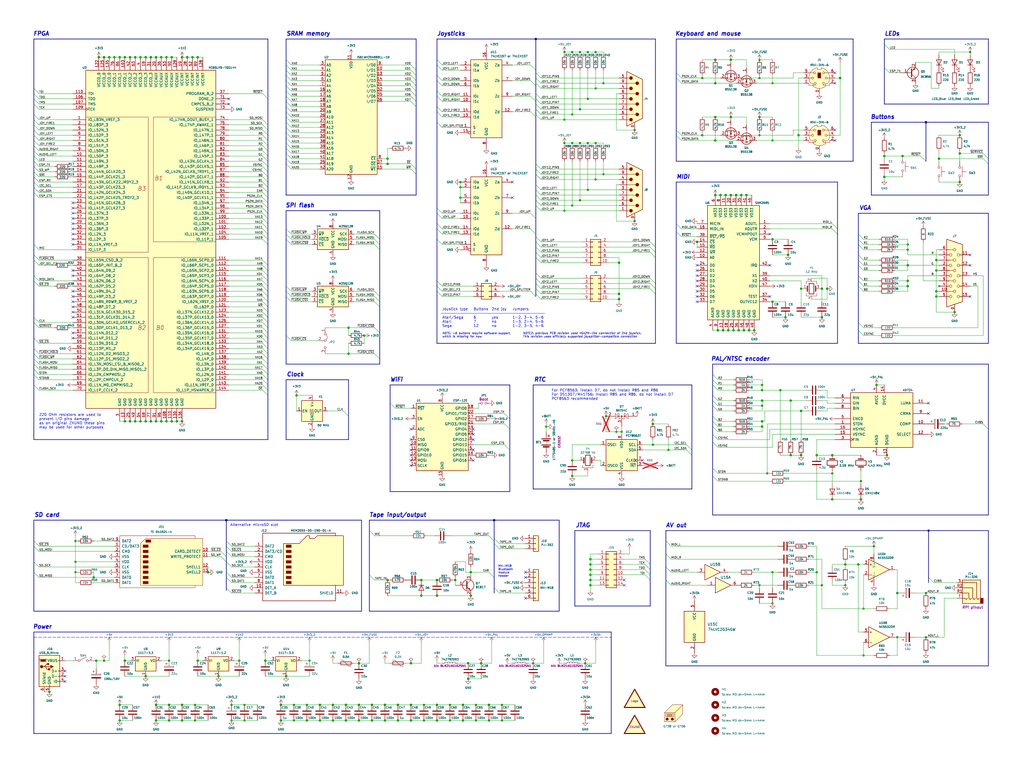
<source format=kicad_sch>
(kicad_sch (version 20230121) (generator eeschema)
  (paper "User" 499.999 375.006)
  (title_block (title "ZXUNO.1010") (date "2023-03-22") (rev "B") (company "Eugene Lozovoy") (comment 1 "10x10 PCB variant of ZX-UNO project"))
  (lib_symbols
    (symbol "74xx:74LS157" (pin_names (offset 1.016))
      (property "Reference" "U" (at -7.62 19.05 0))
      (property "Value" "74LS157" (at -7.62 -21.59 0))
      (symbol "74LS157_1_0"
        (pin input line (at -12.7 -15.24 0) (length 5.08) (name "S") (number "1"))
        (pin input line (at -12.7 -2.54 0) (length 5.08) (name "I1c") (number "10"))
        (pin input line (at -12.7 0 0) (length 5.08) (name "I0c") (number "11"))
        (pin output line (at 12.7 -7.62 180) (length 5.08) (name "Zd") (number "12"))
        (pin input line (at -12.7 -10.16 0) (length 5.08) (name "I1d") (number "13"))
        (pin input line (at -12.7 -7.62 0) (length 5.08) (name "I0d") (number "14"))
        (pin input inverted (at -12.7 -17.78 0) (length 5.08) (name "E") (number "15"))
        (pin power_in line (at 0 22.86 270) (length 5.08) (name "VCC") (number "16"))
        (pin input line (at -12.7 15.24 0) (length 5.08) (name "I0a") (number "2"))
        (pin input line (at -12.7 12.7 0) (length 5.08) (name "I1a") (number "3"))
        (pin output line (at 12.7 15.24 180) (length 5.08) (name "Za") (number "4"))
        (pin input line (at -12.7 7.62 0) (length 5.08) (name "I0b") (number "5"))
        (pin input line (at -12.7 5.08 0) (length 5.08) (name "I1b") (number "6"))
        (pin output line (at 12.7 7.62 180) (length 5.08) (name "Zb") (number "7"))
        (pin power_in line (at 0 -25.4 90) (length 5.08) (name "GND") (number "8"))
        (pin output line (at 12.7 0 180) (length 5.08) (name "Zc") (number "9"))
      )
    )
    (symbol "Amplifier_Operational:NE5532" (pin_names (offset 0.127))
      (property "Reference" "U" (at 0 5.08 0))
      (property "Value" "NE5532" (at 0 -5.08 0))
      (symbol "NE5532_1_1"
        (pin output line (at 7.62 0 180) (length 2.54) (name "~") (number "1"))
        (pin input line (at -7.62 -2.54 0) (length 2.54) (name "-") (number "2"))
        (pin input line (at -7.62 2.54 0) (length 2.54) (name "+") (number "3"))
      )
      (symbol "NE5532_2_1"
        (pin input line (at -7.62 2.54 0) (length 2.54) (name "+") (number "5"))
        (pin input line (at -7.62 -2.54 0) (length 2.54) (name "-") (number "6"))
        (pin output line (at 7.62 0 180) (length 2.54) (name "~") (number "7"))
      )
      (symbol "NE5532_3_1"
        (pin power_in line (at -2.54 -7.62 90) (length 3.81) (name "V-") (number "4"))
        (pin power_in line (at -2.54 7.62 270) (length 3.81) (name "V+") (number "8"))
      )
    )
    (symbol "Connector:DB15_Female_HighDensity_MountingHoles" (pin_names (offset 1.016) hide)
      (property "Reference" "J" (at 0 21.59 0))
      (property "Value" "DB15_Female_HighDensity_MountingHoles" (at 0 19.05 0))
      (symbol "DB15_Female_HighDensity_MountingHoles_1_1"
        (pin passive line (at 0 -17.78 90) (length 3.81) (name "~") (number "0"))
        (pin passive line (at -7.62 10.16 0) (length 5.08) (name "~") (number "1"))
        (pin passive line (at -7.62 -7.62 0) (length 5.08) (name "~") (number "10"))
        (pin passive line (at 7.62 10.16 180) (length 5.08) (name "~") (number "11"))
        (pin passive line (at 7.62 5.08 180) (length 5.08) (name "~") (number "12"))
        (pin passive line (at 7.62 0 180) (length 5.08) (name "~") (number "13"))
        (pin passive line (at 7.62 -5.08 180) (length 5.08) (name "~") (number "14"))
        (pin passive line (at 7.62 -10.16 180) (length 5.08) (name "~") (number "15"))
        (pin passive line (at -7.62 5.08 0) (length 5.08) (name "~") (number "2"))
        (pin passive line (at -7.62 0 0) (length 5.08) (name "~") (number "3"))
        (pin passive line (at -7.62 -5.08 0) (length 5.08) (name "~") (number "4"))
        (pin passive line (at -7.62 -10.16 0) (length 5.08) (name "~") (number "5"))
        (pin passive line (at -7.62 12.7 0) (length 5.08) (name "~") (number "6"))
        (pin passive line (at -7.62 7.62 0) (length 5.08) (name "~") (number "7"))
        (pin passive line (at -7.62 2.54 0) (length 5.08) (name "~") (number "8"))
        (pin passive line (at -7.62 -2.54 0) (length 5.08) (name "~") (number "9"))
      )
    )
    (symbol "Connector:DB9_Male_MountingHoles" (pin_names (offset 1.016) hide)
      (property "Reference" "J" (at 0 16.51 0))
      (property "Value" "DB9_Male_MountingHoles" (at 0 14.605 0))
      (symbol "DB9_Male_MountingHoles_1_1"
        (pin passive line (at 0 -15.24 90) (length 3.81) (name "PAD") (number "0"))
        (pin passive line (at -7.62 -10.16 0) (length 3.81) (name "1") (number "1"))
        (pin passive line (at -7.62 -5.08 0) (length 3.81) (name "2") (number "2"))
        (pin passive line (at -7.62 0 0) (length 3.81) (name "3") (number "3"))
        (pin passive line (at -7.62 5.08 0) (length 3.81) (name "4") (number "4"))
        (pin passive line (at -7.62 10.16 0) (length 3.81) (name "5") (number "5"))
        (pin passive line (at -7.62 -7.62 0) (length 3.81) (name "6") (number "6"))
        (pin passive line (at -7.62 -2.54 0) (length 3.81) (name "7") (number "7"))
        (pin passive line (at -7.62 2.54 0) (length 3.81) (name "8") (number "8"))
        (pin passive line (at -7.62 7.62 0) (length 3.81) (name "9") (number "9"))
      )
    )
    (symbol "Connector:Micro_SD_Card_Det" (pin_names (offset 1.016))
      (property "Reference" "J" (at -16.51 17.78 0))
      (property "Value" "Micro_SD_Card_Det" (at 16.51 17.78 0))
      (symbol "Micro_SD_Card_Det_1_1"
        (pin bidirectional line (at -22.86 10.16 0) (length 3.81) (name "DAT2") (number "1"))
        (pin passive line (at -22.86 -10.16 0) (length 3.81) (name "DET_A") (number "10"))
        (pin passive line (at 20.32 -12.7 180) (length 3.81) (name "SHIELD") (number "11"))
        (pin bidirectional line (at -22.86 7.62 0) (length 3.81) (name "DAT3/CD") (number "2"))
        (pin input line (at -22.86 5.08 0) (length 3.81) (name "CMD") (number "3"))
        (pin power_in line (at -22.86 2.54 0) (length 3.81) (name "VDD") (number "4"))
        (pin input line (at -22.86 0 0) (length 3.81) (name "CLK") (number "5"))
        (pin power_in line (at -22.86 -2.54 0) (length 3.81) (name "VSS") (number "6"))
        (pin bidirectional line (at -22.86 -5.08 0) (length 3.81) (name "DAT0") (number "7"))
        (pin bidirectional line (at -22.86 -7.62 0) (length 3.81) (name "DAT1") (number "8"))
        (pin passive line (at -22.86 -12.7 0) (length 3.81) (name "DET_B") (number "9"))
      )
    )
    (symbol "Connector:SD_Card" (pin_names (offset 1.016))
      (property "Reference" "J" (at -16.51 13.97 0))
      (property "Value" "SD_Card" (at 15.24 -13.97 0))
      (symbol "SD_Card_1_1"
        (pin input line (at -22.86 7.62 0) (length 2.54) (name "CD/DAT3") (number "1"))
        (pin input line (at 22.86 5.08 180) (length 2.54) (name "CARD_DETECT") (number "10"))
        (pin input line (at 22.86 2.54 180) (length 2.54) (name "WRITE_PROTECT") (number "11"))
        (pin input line (at 22.86 -2.54 180) (length 2.54) (name "SHELL1") (number "12"))
        (pin input line (at 22.86 -5.08 180) (length 2.54) (name "SHELL2") (number "13"))
        (pin input line (at -22.86 5.08 0) (length 2.54) (name "CMD") (number "2"))
        (pin power_in line (at -22.86 2.54 0) (length 2.54) (name "VSS") (number "3"))
        (pin power_in line (at -22.86 0 0) (length 2.54) (name "VDD") (number "4"))
        (pin input line (at -22.86 -2.54 0) (length 2.54) (name "CLK") (number "5"))
        (pin power_in line (at -22.86 -5.08 0) (length 2.54) (name "VSS") (number "6"))
        (pin input line (at -22.86 -7.62 0) (length 2.54) (name "DAT0") (number "7"))
        (pin input line (at -22.86 -10.16 0) (length 2.54) (name "DAT1") (number "8"))
        (pin input line (at -22.86 10.16 0) (length 2.54) (name "DAT2") (number "9"))
      )
    )
    (symbol "Connector:USB_B_Micro" (pin_names (offset 1.016))
      (property "Reference" "J" (at -5.08 11.43 0))
      (property "Value" "USB_B_Micro" (at -5.08 8.89 0))
      (symbol "USB_B_Micro_1_1"
        (pin power_out line (at 7.62 5.08 180) (length 2.54) (name "VBUS") (number "1"))
        (pin bidirectional line (at 7.62 -2.54 180) (length 2.54) (name "D-") (number "2"))
        (pin bidirectional line (at 7.62 0 180) (length 2.54) (name "D+") (number "3"))
        (pin passive line (at 7.62 -5.08 180) (length 2.54) (name "ID") (number "4"))
        (pin power_out line (at 0 -10.16 90) (length 2.54) (name "GND") (number "5"))
        (pin passive line (at -2.54 -10.16 90) (length 2.54) (name "Shield") (number "6"))
      )
    )
    (symbol "Connector_Audio:AudioJack4"
      (property "Reference" "J" (at 0 8.89 0))
      (property "Value" "AudioJack4" (at 0 6.35 0))
      (symbol "AudioJack4_1_1"
        (pin passive line (at 5.08 -2.54 180) (length 2.54) (name "~") (number "R1"))
        (pin passive line (at 5.08 0 180) (length 2.54) (name "~") (number "R2"))
        (pin passive line (at 5.08 2.54 180) (length 2.54) (name "~") (number "S"))
        (pin passive line (at 5.08 -5.08 180) (length 2.54) (name "~") (number "T"))
      )
    )
    (symbol "Connector_Generic:Conn_01x03" (pin_names (offset 1.016) hide)
      (property "Reference" "J" (at 0 5.08 0))
      (property "Value" "Conn_01x03" (at 0 -5.08 0))
      (symbol "Conn_01x03_1_1"
        (pin passive line (at -5.08 2.54 0) (length 3.81) (name "Pin_1") (number "1"))
        (pin passive line (at -5.08 0 0) (length 3.81) (name "Pin_2") (number "2"))
        (pin passive line (at -5.08 -2.54 0) (length 3.81) (name "Pin_3") (number "3"))
      )
    )
    (symbol "Connector_Generic:Conn_01x06" (pin_names (offset 1.016) hide)
      (property "Reference" "J" (at 0 7.62 0))
      (property "Value" "Conn_01x06" (at 0 -10.16 0))
      (symbol "Conn_01x06_1_1"
        (pin passive line (at -5.08 5.08 0) (length 3.81) (name "Pin_1") (number "1"))
        (pin passive line (at -5.08 2.54 0) (length 3.81) (name "Pin_2") (number "2"))
        (pin passive line (at -5.08 0 0) (length 3.81) (name "Pin_3") (number "3"))
        (pin passive line (at -5.08 -2.54 0) (length 3.81) (name "Pin_4") (number "4"))
        (pin passive line (at -5.08 -5.08 0) (length 3.81) (name "Pin_5") (number "5"))
        (pin passive line (at -5.08 -7.62 0) (length 3.81) (name "Pin_6") (number "6"))
      )
    )
    (symbol "Connector_Generic:Conn_02x03_Odd_Even" (pin_names (offset 1.016) hide)
      (property "Reference" "J" (at 1.27 5.08 0))
      (property "Value" "Conn_02x03_Odd_Even" (at 1.27 -5.08 0))
      (symbol "Conn_02x03_Odd_Even_1_1"
        (pin passive line (at -5.08 2.54 0) (length 3.81) (name "Pin_1") (number "1"))
        (pin passive line (at 7.62 2.54 180) (length 3.81) (name "Pin_2") (number "2"))
        (pin passive line (at -5.08 0 0) (length 3.81) (name "Pin_3") (number "3"))
        (pin passive line (at 7.62 0 180) (length 3.81) (name "Pin_4") (number "4"))
        (pin passive line (at -5.08 -2.54 0) (length 3.81) (name "Pin_5") (number "5"))
        (pin passive line (at 7.62 -2.54 180) (length 3.81) (name "Pin_6") (number "6"))
      )
    )
    (symbol "Connector_Generic:Conn_02x05_Odd_Even" (pin_names (offset 1.016) hide)
      (property "Reference" "J" (at 1.27 7.62 0))
      (property "Value" "Conn_02x05_Odd_Even" (at 1.27 -7.62 0))
      (symbol "Conn_02x05_Odd_Even_1_1"
        (pin passive line (at -5.08 5.08 0) (length 3.81) (name "Pin_1") (number "1"))
        (pin passive line (at 7.62 -5.08 180) (length 3.81) (name "Pin_10") (number "10"))
        (pin passive line (at 7.62 5.08 180) (length 3.81) (name "Pin_2") (number "2"))
        (pin passive line (at -5.08 2.54 0) (length 3.81) (name "Pin_3") (number "3"))
        (pin passive line (at 7.62 2.54 180) (length 3.81) (name "Pin_4") (number "4"))
        (pin passive line (at -5.08 0 0) (length 3.81) (name "Pin_5") (number "5"))
        (pin passive line (at 7.62 0 180) (length 3.81) (name "Pin_6") (number "6"))
        (pin passive line (at -5.08 -2.54 0) (length 3.81) (name "Pin_7") (number "7"))
        (pin passive line (at 7.62 -2.54 180) (length 3.81) (name "Pin_8") (number "8"))
        (pin passive line (at -5.08 -5.08 0) (length 3.81) (name "Pin_9") (number "9"))
      )
    )
    (symbol "Connector_Generic:Conn_02x07_Odd_Even" (pin_names (offset 1.016) hide)
      (property "Reference" "J" (at 1.27 10.16 0))
      (property "Value" "Conn_02x07_Odd_Even" (at 1.27 -10.16 0))
      (symbol "Conn_02x07_Odd_Even_1_1"
        (pin passive line (at -5.08 7.62 0) (length 3.81) (name "Pin_1") (number "1"))
        (pin passive line (at 7.62 -2.54 180) (length 3.81) (name "Pin_10") (number "10"))
        (pin passive line (at -5.08 -5.08 0) (length 3.81) (name "Pin_11") (number "11"))
        (pin passive line (at 7.62 -5.08 180) (length 3.81) (name "Pin_12") (number "12"))
        (pin passive line (at -5.08 -7.62 0) (length 3.81) (name "Pin_13") (number "13"))
        (pin passive line (at 7.62 -7.62 180) (length 3.81) (name "Pin_14") (number "14"))
        (pin passive line (at 7.62 7.62 180) (length 3.81) (name "Pin_2") (number "2"))
        (pin passive line (at -5.08 5.08 0) (length 3.81) (name "Pin_3") (number "3"))
        (pin passive line (at 7.62 5.08 180) (length 3.81) (name "Pin_4") (number "4"))
        (pin passive line (at -5.08 2.54 0) (length 3.81) (name "Pin_5") (number "5"))
        (pin passive line (at 7.62 2.54 180) (length 3.81) (name "Pin_6") (number "6"))
        (pin passive line (at -5.08 0 0) (length 3.81) (name "Pin_7") (number "7"))
        (pin passive line (at 7.62 0 180) (length 3.81) (name "Pin_8") (number "8"))
        (pin passive line (at -5.08 -2.54 0) (length 3.81) (name "Pin_9") (number "9"))
      )
    )
    (symbol "Device:Battery" (pin_numbers hide) (pin_names (offset 0) hide)
      (property "Reference" "BT" (at 2.54 2.54 0))
      (property "Value" "Battery" (at 2.54 0 0))
      (symbol "Battery_1_1"
        (pin passive line (at 0 5.08 270) (length 2.54) (name "+") (number "1"))
        (pin passive line (at 0 -5.08 90) (length 2.54) (name "-") (number "2"))
      )
    )
    (symbol "Device:C" (pin_numbers hide) (pin_names (offset 0.254))
      (property "Reference" "C" (at 0.635 2.54 0))
      (property "Value" "C" (at 0.635 -2.54 0))
      (symbol "C_1_1"
        (pin passive line (at 0 3.81 270) (length 2.794) (name "~") (number "1"))
        (pin passive line (at 0 -3.81 90) (length 2.794) (name "~") (number "2"))
      )
    )
    (symbol "Device:C_Polarized" (pin_numbers hide) (pin_names (offset 0.254))
      (property "Reference" "C" (at 0.635 2.54 0))
      (property "Value" "C_Polarized" (at 0.635 -2.54 0))
      (symbol "C_Polarized_1_1"
        (pin passive line (at 0 3.81 270) (length 2.794) (name "~") (number "1"))
        (pin passive line (at 0 -3.81 90) (length 2.794) (name "~") (number "2"))
      )
    )
    (symbol "Device:Crystal" (pin_numbers hide) (pin_names (offset 1.016) hide)
      (property "Reference" "Y" (at 0 3.81 0))
      (property "Value" "Crystal" (at 0 -3.81 0))
      (symbol "Crystal_1_1"
        (pin passive line (at -3.81 0 0) (length 1.27) (name "1") (number "1"))
        (pin passive line (at 3.81 0 180) (length 1.27) (name "2") (number "2"))
      )
    )
    (symbol "Device:Crystal_GND24" (pin_names (offset 1.016) hide)
      (property "Reference" "Y" (at 3.175 5.08 0))
      (property "Value" "Crystal_GND24" (at 3.175 3.175 0))
      (symbol "Crystal_GND24_1_1"
        (pin passive line (at -3.81 0 0) (length 1.27) (name "1") (number "1"))
        (pin passive line (at 0 5.08 270) (length 1.27) (name "2") (number "2"))
        (pin passive line (at 3.81 0 180) (length 1.27) (name "3") (number "3"))
        (pin passive line (at 0 -5.08 90) (length 1.27) (name "4") (number "4"))
      )
    )
    (symbol "Device:Crystal_GND3" (pin_names (offset 1.016) hide)
      (property "Reference" "Y" (at 0 5.715 0))
      (property "Value" "Crystal_GND3" (at 0 3.81 0))
      (symbol "Crystal_GND3_1_1"
        (pin passive line (at -3.81 0 0) (length 1.27) (name "1") (number "1"))
        (pin passive line (at 3.81 0 180) (length 1.27) (name "2") (number "2"))
        (pin passive line (at 0 -5.08 90) (length 1.27) (name "3") (number "3"))
      )
    )
    (symbol "Device:D" (pin_numbers hide) (pin_names (offset 1.016) hide)
      (property "Reference" "D" (at 0 2.54 0))
      (property "Value" "D" (at 0 -2.54 0))
      (symbol "D_1_1"
        (pin passive line (at -3.81 0 0) (length 2.54) (name "K") (number "1"))
        (pin passive line (at 3.81 0 180) (length 2.54) (name "A") (number "2"))
      )
    )
    (symbol "Device:Jumper_NO_Small" (pin_numbers hide) (pin_names (offset 0.762) hide)
      (property "Reference" "JP" (at 0 2.032 0))
      (property "Value" "Jumper_NO_Small" (at 0.254 -1.524 0))
      (symbol "Jumper_NO_Small_0_1"
        (pin passive line (at -2.54 0 0) (length 1.016) (name "1") (number "1"))
        (pin passive line (at 2.54 0 180) (length 1.016) (name "2") (number "2"))
      )
    )
    (symbol "Device:L" (pin_numbers hide) (pin_names (offset 1.016) hide)
      (property "Reference" "L" (at -1.27 0 90))
      (property "Value" "L" (at 1.905 0 90))
      (symbol "L_1_1"
        (pin passive line (at 0 3.81 270) (length 1.27) (name "1") (number "1"))
        (pin passive line (at 0 -3.81 90) (length 1.27) (name "2") (number "2"))
      )
    )
    (symbol "Device:LED" (pin_numbers hide) (pin_names (offset 1.016) hide)
      (property "Reference" "D" (at 0 2.54 0))
      (property "Value" "LED" (at 0 -2.54 0))
      (symbol "LED_1_1"
        (pin passive line (at -3.81 0 0) (length 2.54) (name "K") (number "1"))
        (pin passive line (at 3.81 0 180) (length 2.54) (name "A") (number "2"))
      )
    )
    (symbol "Device:Polyfuse" (pin_numbers hide) (pin_names (offset 0))
      (property "Reference" "F" (at -2.54 0 90))
      (property "Value" "Polyfuse" (at 2.54 0 90))
      (symbol "Polyfuse_1_1"
        (pin passive line (at 0 3.81 270) (length 1.27) (name "~") (number "1"))
        (pin passive line (at 0 -3.81 90) (length 1.27) (name "~") (number "2"))
      )
    )
    (symbol "Device:R" (pin_numbers hide) (pin_names (offset 0))
      (property "Reference" "R" (at 2.032 0 90))
      (property "Value" "R" (at 0 0 90))
      (symbol "R_1_1"
        (pin passive line (at 0 3.81 270) (length 1.27) (name "~") (number "1"))
        (pin passive line (at 0 -3.81 90) (length 1.27) (name "~") (number "2"))
      )
    )
    (symbol "Diode:BAT54C" (pin_names (offset 1.016))
      (property "Reference" "D" (at 0.635 -3.81 0))
      (property "Value" "BAT54C" (at -6.35 3.175 0))
      (symbol "BAT54C_1_1"
        (pin passive line (at -7.62 0 0) (length 3.81) (name "~") (number "1"))
        (pin passive line (at 7.62 0 180) (length 3.81) (name "~") (number "2"))
        (pin passive line (at 0 -5.08 90) (length 5.08) (name "~") (number "3"))
      )
    )
    (symbol "Jumper:Jumper_3_Bridged12" (pin_names (offset 0) hide)
      (property "Reference" "JP" (at -2.54 -2.54 0))
      (property "Value" "Jumper_3_Bridged12" (at 0 2.794 0))
      (symbol "Jumper_3_Bridged12_1_1"
        (pin passive line (at -6.35 0 0) (length 2.54) (name "A") (number "1"))
        (pin passive line (at 0 -3.81 90) (length 2.54) (name "C") (number "2"))
        (pin passive line (at 6.35 0 180) (length 2.54) (name "B") (number "3"))
      )
    )
    (symbol "Mechanical:Housing" (pin_names (offset 1.016))
      (property "Reference" "N" (at 3.81 0 0))
      (property "Value" "Housing" (at 3.81 -1.905 0))
    )
    (symbol "Mechanical:MountingHole" (pin_names (offset 1.016))
      (property "Reference" "H" (at 0 5.08 0))
      (property "Value" "MountingHole" (at 0 3.175 0))
    )
    (symbol "Memory_EEPROM:AT25xxx"
      (property "Reference" "U" (at -7.62 6.35 0))
      (property "Value" "AT25xxx" (at 2.54 -6.35 0))
      (symbol "AT25xxx_1_1"
        (pin input line (at -10.16 -2.54 0) (length 2.54) (name "~{CS}") (number "1"))
        (pin tri_state line (at 10.16 -2.54 180) (length 2.54) (name "MISO") (number "2"))
        (pin input line (at -10.16 2.54 0) (length 2.54) (name "~{WP}") (number "3"))
        (pin power_in line (at 0 -7.62 90) (length 2.54) (name "GND") (number "4"))
        (pin input line (at 10.16 0 180) (length 2.54) (name "MOSI") (number "5"))
        (pin input line (at 10.16 2.54 180) (length 2.54) (name "SCK") (number "6"))
        (pin input line (at -10.16 0 0) (length 2.54) (name "~{HOLD}") (number "7"))
        (pin power_in line (at 0 7.62 270) (length 2.54) (name "VCC") (number "8"))
      )
    )
    (symbol "Oscillator:XO91" (pin_names (offset 0.254))
      (property "Reference" "X" (at -5.08 6.35 0))
      (property "Value" "XO91" (at 1.27 -6.35 0))
      (symbol "XO91_1_1"
        (pin input line (at -7.62 0 0) (length 2.54) (name "EN") (number "1"))
        (pin power_in line (at 0 -7.62 90) (length 2.54) (name "GND") (number "2"))
        (pin output line (at 7.62 0 180) (length 2.54) (name "OUT") (number "3"))
        (pin power_in line (at 0 7.62 270) (length 2.54) (name "V+") (number "4"))
      )
    )
    (symbol "RF_Module:ESP-12E"
      (property "Reference" "U" (at -12.7 19.05 0))
      (property "Value" "ESP-12E" (at 12.7 19.05 0))
      (symbol "ESP-12E_1_1"
        (pin input line (at -15.24 15.24 0) (length 2.54) (name "~{RST}") (number "1"))
        (pin bidirectional line (at -15.24 -2.54 0) (length 2.54) (name "MISO") (number "10"))
        (pin bidirectional line (at -15.24 -5.08 0) (length 2.54) (name "GPIO9") (number "11"))
        (pin bidirectional line (at -15.24 -7.62 0) (length 2.54) (name "GPIO10") (number "12"))
        (pin bidirectional line (at -15.24 -10.16 0) (length 2.54) (name "MOSI") (number "13"))
        (pin bidirectional line (at -15.24 -12.7 0) (length 2.54) (name "SCLK") (number "14"))
        (pin power_in line (at 0 -17.78 90) (length 2.54) (name "GND") (number "15"))
        (pin bidirectional line (at 15.24 -7.62 180) (length 2.54) (name "GPIO15") (number "16"))
        (pin bidirectional line (at 15.24 10.16 180) (length 2.54) (name "GPIO2") (number "17"))
        (pin bidirectional line (at 15.24 15.24 180) (length 2.54) (name "GPIO0") (number "18"))
        (pin bidirectional line (at 15.24 5.08 180) (length 2.54) (name "GPIO4") (number "19"))
        (pin input line (at -15.24 5.08 0) (length 2.54) (name "ADC") (number "2"))
        (pin bidirectional line (at 15.24 2.54 180) (length 2.54) (name "GPIO5") (number "20"))
        (pin bidirectional line (at 15.24 7.62 180) (length 2.54) (name "GPIO3/RXD") (number "21"))
        (pin bidirectional line (at 15.24 12.7 180) (length 2.54) (name "GPIO1/TXD") (number "22"))
        (pin input line (at -15.24 10.16 0) (length 2.54) (name "EN") (number "3"))
        (pin bidirectional line (at 15.24 -10.16 180) (length 2.54) (name "GPIO16") (number "4"))
        (pin bidirectional line (at 15.24 -5.08 180) (length 2.54) (name "GPIO14") (number "5"))
        (pin bidirectional line (at 15.24 0 180) (length 2.54) (name "GPIO12") (number "6"))
        (pin bidirectional line (at 15.24 -2.54 180) (length 2.54) (name "GPIO13") (number "7"))
        (pin power_in line (at 0 20.32 270) (length 2.54) (name "VCC") (number "8"))
        (pin input line (at -15.24 0 0) (length 2.54) (name "CS0") (number "9"))
      )
    )
    (symbol "Regulator_Linear:AZ1117-1.2" (pin_names (offset 0.254))
      (property "Reference" "U" (at -3.81 3.175 0))
      (property "Value" "AZ1117-1.2" (at 0 3.175 0))
      (symbol "AZ1117-1.2_1_1"
        (pin power_in line (at 0 -7.62 90) (length 2.54) (name "GND") (number "1"))
        (pin power_out line (at 7.62 0 180) (length 2.54) (name "VO") (number "2"))
        (pin power_in line (at -7.62 0 0) (length 2.54) (name "VI") (number "3"))
      )
    )
    (symbol "Regulator_Linear:AZ1117-3.3" (pin_names (offset 0.254))
      (property "Reference" "U" (at -3.81 3.175 0))
      (property "Value" "AZ1117-3.3" (at 0 3.175 0))
      (symbol "AZ1117-3.3_1_1"
        (pin power_in line (at 0 -7.62 90) (length 2.54) (name "GND") (number "1"))
        (pin power_out line (at 7.62 0 180) (length 2.54) (name "VO") (number "2"))
        (pin power_in line (at -7.62 0 0) (length 2.54) (name "VI") (number "3"))
      )
    )
    (symbol "Switch:SW_Push" (pin_numbers hide) (pin_names (offset 1.016) hide)
      (property "Reference" "SW" (at 1.27 2.54 0))
      (property "Value" "SW_Push" (at 0 -1.524 0))
      (symbol "SW_Push_0_1"
        (pin passive line (at -5.08 0 0) (length 2.54) (name "1") (number "1"))
        (pin passive line (at 5.08 0 180) (length 2.54) (name "2") (number "2"))
      )
    )
    (symbol "Switch:SW_SPST" (pin_names (offset 0) hide)
      (property "Reference" "SW" (at 0 3.175 0))
      (property "Value" "SW_SPST" (at 0 -2.54 0))
      (symbol "SW_SPST_1_1"
        (pin passive line (at -5.08 0 0) (length 2.54) (name "A") (number "1"))
        (pin passive line (at 5.08 0 180) (length 2.54) (name "B") (number "2"))
      )
    )
    (symbol "Timer_RTC:PCF8563T"
      (property "Reference" "U" (at -7.62 8.89 0))
      (property "Value" "PCF8563T" (at 2.54 8.89 0))
      (symbol "PCF8563T_1_1"
        (pin input line (at -10.16 5.08 0) (length 2.54) (name "OSCI") (number "1"))
        (pin output line (at -10.16 -5.08 0) (length 2.54) (name "OSCO") (number "2"))
        (pin output line (at 10.16 -5.08 180) (length 2.54) (name "~{INT}") (number "3"))
        (pin power_in line (at 0 -10.16 90) (length 2.54) (name "VSS") (number "4"))
        (pin bidirectional line (at 10.16 2.54 180) (length 2.54) (name "SDA") (number "5"))
        (pin input line (at 10.16 5.08 180) (length 2.54) (name "SCL") (number "6"))
        (pin output clock (at 10.16 -2.54 180) (length 2.54) (name "CLKO") (number "7"))
        (pin power_in line (at 0 10.16 270) (length 2.54) (name "VDD") (number "8"))
      )
    )
    (symbol "Transistor_BJT:BC817" (pin_names (offset 0) hide)
      (property "Reference" "Q" (at 5.08 1.905 0))
      (property "Value" "BC817" (at 5.08 0 0))
      (symbol "BC817_1_1"
        (pin input line (at -5.08 0 0) (length 5.715) (name "B") (number "1"))
        (pin passive line (at 2.54 -5.08 90) (length 2.54) (name "E") (number "2"))
        (pin passive line (at 2.54 5.08 270) (length 2.54) (name "C") (number "3"))
      )
    )
    (symbol "Transistor_BJT:BC856" (pin_names (offset 0) hide)
      (property "Reference" "Q" (at 5.08 1.905 0))
      (property "Value" "BC856" (at 5.08 0 0))
      (symbol "BC856_1_1"
        (pin input line (at -5.08 0 0) (length 5.715) (name "B") (number "1"))
        (pin passive line (at 2.54 -5.08 90) (length 2.54) (name "E") (number "2"))
        (pin passive line (at 2.54 5.08 270) (length 2.54) (name "C") (number "3"))
      )
    )
    (symbol "Transistor_FET:BSS138" (pin_names hide)
      (property "Reference" "Q" (at 5.08 1.905 0))
      (property "Value" "BSS138" (at 5.08 0 0))
      (symbol "BSS138_1_1"
        (pin input line (at -5.08 0 0) (length 2.54) (name "G") (number "1"))
        (pin passive line (at 2.54 -5.08 90) (length 2.54) (name "S") (number "2"))
        (pin passive line (at 2.54 5.08 270) (length 2.54) (name "D") (number "3"))
      )
    )
    (symbol "my:74LVC2G34"
      (property "Reference" "U" (at 0 1.27 0))
      (property "Value" "74LVC2G34" (at 0 -1.27 0))
      (symbol "74LVC2G34_1_1"
        (pin input line (at -7.62 0 0) (length 3.81) (name "~") (number "1"))
        (pin output line (at 7.62 0 180) (length 3.81) (name "~") (number "6"))
      )
      (symbol "74LVC2G34_2_1"
        (pin input line (at -7.62 0 0) (length 3.81) (name "~") (number "3"))
        (pin output line (at 7.62 0 180) (length 3.81) (name "~") (number "4"))
      )
      (symbol "74LVC2G34_3_1"
        (pin power_in line (at 0 -12.7 90) (length 5.08) (name "GND") (number "2"))
        (pin power_in line (at 0 12.7 270) (length 5.08) (name "VCC") (number "5"))
      )
    )
    (symbol "my:AD724" (pin_names (offset 1.016))
      (property "Reference" "U" (at -13.97 13.97 0))
      (property "Value" "AD724" (at 12.7 13.97 0))
      (symbol "AD724_1_1"
        (pin input line (at -22.86 -2.54 0) (length 7.62) (name "STDN") (number "1"))
        (pin output line (at 22.86 -2.54 180) (length 7.62) (name "COMP") (number "10"))
        (pin output line (at 22.86 7.62 180) (length 7.62) (name "LUMA") (number "11"))
        (pin input line (at 22.86 -7.62 180) (length 7.62) (name "SELECT") (number "12"))
        (pin power_in line (at 2.54 -17.78 90) (length 3.81) (name "DGND") (number "13"))
        (pin power_in line (at 1.27 16.51 270) (length 3.81) (name "DVCC") (number "14"))
        (pin input line (at -22.86 -7.62 0) (length 7.62) (name "VSYNC") (number "15"))
        (pin input line (at -22.86 -5.08 0) (length 7.62) (name "HSYNC") (number "16"))
        (pin power_in line (at -2.54 -17.78 90) (length 3.81) (name "AGND") (number "2"))
        (pin input clock (at -22.86 -10.16 0) (length 7.62) (name "FIN") (number "3"))
        (pin power_in line (at -2.54 16.51 270) (length 3.81) (name "AVCC") (number "4"))
        (pin input line (at -22.86 0 0) (length 7.62) (name "ENCD") (number "5"))
        (pin input line (at -22.86 10.16 0) (length 7.62) (name "RIN") (number "6"))
        (pin input line (at -22.86 7.62 0) (length 7.62) (name "GIN") (number "7"))
        (pin input line (at -22.86 5.08 0) (length 7.62) (name "BIN") (number "8"))
        (pin output line (at 22.86 2.54 180) (length 7.62) (name "CRMA") (number "9"))
      )
    )
    (symbol "my:IS61WV20488BLL-10"
      (property "Reference" "U4" (at -10.795 29.21 0))
      (property "Value" "IS61WV20488BLL-10" (at 11.43 29.21 0))
      (symbol "IS61WV20488BLL-10_1_1"
        (pin no_connect line (at 15.24 -17.78 180) (length 2.54) hide (name "NC") (number "1"))
        (pin bidirectional line (at 15.24 22.86 180) (length 2.54) (name "I/O1") (number "10"))
        (pin power_in line (at 0 30.48 270) (length 2.54) (name "VDD") (number "11"))
        (pin power_in line (at 0 -30.48 90) (length 2.54) (name "GND") (number "12"))
        (pin bidirectional line (at 15.24 20.32 180) (length 2.54) (name "I/O2") (number "13"))
        (pin bidirectional line (at 15.24 17.78 180) (length 2.54) (name "I/O3") (number "14"))
        (pin input line (at 15.24 -25.4 180) (length 2.54) (name "~{WE}") (number "15"))
        (pin input line (at -15.24 12.7 0) (length 2.54) (name "A5") (number "16"))
        (pin input line (at -15.24 10.16 0) (length 2.54) (name "A6") (number "17"))
        (pin input line (at -15.24 7.62 0) (length 2.54) (name "A7") (number "18"))
        (pin input line (at -15.24 5.08 0) (length 2.54) (name "A8") (number "19"))
        (pin no_connect line (at 15.24 -15.24 180) (length 2.54) hide (name "NC") (number "2"))
        (pin input line (at -15.24 2.54 0) (length 2.54) (name "A9") (number "20"))
        (pin no_connect line (at 15.24 -12.7 180) (length 2.54) hide (name "NC") (number "21"))
        (pin no_connect line (at 15.24 -10.16 180) (length 2.54) hide (name "NC") (number "22"))
        (pin no_connect line (at 15.24 -7.62 180) (length 2.54) hide (name "NC") (number "23"))
        (pin no_connect line (at 15.24 -5.08 180) (length 2.54) hide (name "NC") (number "24"))
        (pin input line (at -15.24 -22.86 0) (length 2.54) (name "A19") (number "25"))
        (pin input line (at -15.24 0 0) (length 2.54) (name "A10") (number "26"))
        (pin input line (at -15.24 -2.54 0) (length 2.54) (name "A11") (number "27"))
        (pin input line (at -15.24 -5.08 0) (length 2.54) (name "A12") (number "28"))
        (pin input line (at -15.24 -7.62 0) (length 2.54) (name "A13") (number "29"))
        (pin input line (at -15.24 25.4 0) (length 2.54) (name "A0") (number "3"))
        (pin input line (at -15.24 -10.16 0) (length 2.54) (name "A14") (number "30"))
        (pin bidirectional line (at 15.24 15.24 180) (length 2.54) (name "I/O4") (number "31"))
        (pin bidirectional line (at 15.24 12.7 180) (length 2.54) (name "I/O5") (number "32"))
        (pin passive line (at 0 30.48 270) (length 2.54) hide (name "VDD") (number "33"))
        (pin passive line (at 0 -30.48 90) (length 2.54) hide (name "GND") (number "34"))
        (pin bidirectional line (at 15.24 10.16 180) (length 2.54) (name "I/O6") (number "35"))
        (pin bidirectional line (at 15.24 7.62 180) (length 2.54) (name "I/O7") (number "36"))
        (pin input line (at 15.24 -22.86 180) (length 2.54) (name "~{OE}") (number "37"))
        (pin input line (at -15.24 -12.7 0) (length 2.54) (name "A15") (number "38"))
        (pin input line (at -15.24 -15.24 0) (length 2.54) (name "A16") (number "39"))
        (pin input line (at -15.24 22.86 0) (length 2.54) (name "A1") (number "4"))
        (pin input line (at -15.24 -17.78 0) (length 2.54) (name "A17") (number "40"))
        (pin input line (at -15.24 -20.32 0) (length 2.54) (name "A18") (number "41"))
        (pin input line (at -15.24 -25.4 0) (length 2.54) (name "A20") (number "42"))
        (pin no_connect line (at 15.24 -2.54 180) (length 2.54) hide (name "NC") (number "43"))
        (pin no_connect line (at 15.24 0 180) (length 2.54) hide (name "NC") (number "44"))
        (pin input line (at -15.24 20.32 0) (length 2.54) (name "A2") (number "5"))
        (pin input line (at -15.24 17.78 0) (length 2.54) (name "A3") (number "6"))
        (pin input line (at -15.24 15.24 0) (length 2.54) (name "A4") (number "7"))
        (pin input line (at 15.24 -20.32 180) (length 2.54) (name "~{CE}") (number "8"))
        (pin bidirectional line (at 15.24 25.4 180) (length 2.54) (name "I/O0") (number "9"))
      )
    )
    (symbol "my:Mini-DIN-6" (pin_names (offset 1.016))
      (property "Reference" "J" (at 0 6.35 0))
      (property "Value" "Mini-DIN-6" (at 6.985 -6.35 0))
      (symbol "Mini-DIN-6_1_1"
        (pin passive line (at 0 -7.62 90) (length 2.54) (name "~") (number "0"))
        (pin passive line (at 7.62 -2.54 180) (length 2.54) (name "~") (number "1"))
        (pin passive line (at -7.62 -2.54 0) (length 2.54) (name "~") (number "2"))
        (pin passive line (at 7.62 0 180) (length 2.54) (name "~") (number "3"))
        (pin passive line (at -7.62 0 0) (length 2.54) (name "~") (number "4"))
        (pin passive line (at 7.62 2.54 180) (length 2.54) (name "~") (number "5"))
        (pin passive line (at -7.62 2.54 0) (length 2.54) (name "~") (number "6"))
      )
    )
    (symbol "my:SAM2695" (pin_names (offset 1.016))
      (property "Reference" "U" (at -13.97 29.21 0))
      (property "Value" "SAM2695" (at 12.7 29.21 0))
      (symbol "SAM2695_0_0"
        (pin output line (at 17.78 19.05 180) (length 5.08) (name "AOUTL") (number "1"))
        (pin input line (at -17.78 2.54 0) (length 5.08) (name "A0") (number "10"))
        (pin power_in line (at -3.81 33.02 270) (length 5.08) (name "VD33") (number "11"))
        (pin input line (at -17.78 5.08 0) (length 5.08) (name "~{WR}") (number "12"))
        (pin power_in line (at -5.08 -33.02 90) (length 5.08) (name "GND") (number "13"))
        (pin input line (at -17.78 10.16 0) (length 5.08) (name "~{CS}") (number "14"))
        (pin input line (at -17.78 7.62 0) (length 5.08) (name "~{RD}") (number "15"))
        (pin input line (at -17.78 16.51 0) (length 5.08) (name "MIDI_IN") (number "16"))
        (pin no_connect line (at 17.78 7.62 180) (length 5.08) hide (name "NC") (number "17"))
        (pin power_in line (at -2.54 -33.02 90) (length 5.08) (name "GND") (number "18"))
        (pin no_connect line (at 17.78 8.89 180) (length 5.08) hide (name "NC") (number "19"))
        (pin output line (at 17.78 16.51 180) (length 5.08) (name "AOUTR") (number "2"))
        (pin power_in line (at -1.27 33.02 270) (length 5.08) (name "VD33") (number "20"))
        (pin no_connect line (at 17.78 6.35 180) (length 5.08) hide (name "NC") (number "21"))
        (pin no_connect line (at 17.78 5.08 180) (length 5.08) hide (name "NC") (number "22"))
        (pin no_connect line (at 17.78 3.81 180) (length 5.08) hide (name "NC") (number "23"))
        (pin bidirectional line (at -17.78 -1.27 0) (length 5.08) (name "D0") (number "24"))
        (pin power_in line (at 0 -33.02 90) (length 5.08) (name "GND") (number "25"))
        (pin bidirectional line (at -17.78 -3.81 0) (length 5.08) (name "D1") (number "26"))
        (pin bidirectional line (at -17.78 -6.35 0) (length 5.08) (name "D2") (number "27"))
        (pin bidirectional line (at -17.78 -8.89 0) (length 5.08) (name "D3") (number "28"))
        (pin bidirectional line (at -17.78 -11.43 0) (length 5.08) (name "D4") (number "29"))
        (pin output line (at 17.78 13.97 180) (length 5.08) (name "VCMHPOUT") (number "3"))
        (pin bidirectional line (at -17.78 -13.97 0) (length 5.08) (name "D5") (number "30"))
        (pin power_in line (at 1.27 33.02 270) (length 5.08) (name "VD33") (number "31"))
        (pin bidirectional line (at -17.78 -16.51 0) (length 5.08) (name "D6") (number "32"))
        (pin bidirectional line (at -17.78 -19.05 0) (length 5.08) (name "D7") (number "33"))
        (pin power_out line (at 17.78 -19.05 180) (length 5.08) (name "OUTVC12") (number "34"))
        (pin power_in line (at 3.81 33.02 270) (length 5.08) (name "VD33") (number "35"))
        (pin power_in line (at 2.54 -33.02 90) (length 5.08) (name "GND") (number "36"))
        (pin input line (at 17.78 -16.51 180) (length 5.08) (name "TEST") (number "37"))
        (pin input line (at -17.78 12.7 0) (length 5.08) (name "~{RST}/~{PD}") (number "38"))
        (pin input line (at 17.78 -6.35 180) (length 5.08) (name "X1") (number "39"))
        (pin power_in line (at -10.16 -33.02 90) (length 5.08) (name "AGND") (number "4"))
        (pin input line (at 17.78 -8.89 180) (length 5.08) (name "X2") (number "40"))
        (pin power_in line (at 6.35 33.02 270) (length 5.08) (name "VD33") (number "41"))
        (pin output line (at 17.78 -1.27 180) (length 5.08) (name "IRQ") (number "42"))
        (pin no_connect line (at 17.78 2.54 180) (length 5.08) hide (name "NC") (number "43"))
        (pin no_connect line (at 17.78 1.27 180) (length 5.08) hide (name "NC") (number "44"))
        (pin power_in line (at 5.08 -33.02 90) (length 5.08) (name "GND") (number "45"))
        (pin power_in line (at 8.89 33.02 270) (length 5.08) (name "VD33") (number "46"))
        (pin input line (at 17.78 -11.43 180) (length 5.08) (name "XDIV") (number "47"))
        (pin power_in line (at 7.62 -33.02 90) (length 5.08) (name "GND") (number "48"))
        (pin output line (at 17.78 11.43 180) (length 5.08) (name "VCM") (number "5"))
        (pin power_in line (at -8.89 33.02 270) (length 5.08) (name "VA33") (number "6"))
        (pin input line (at -17.78 19.05 0) (length 5.08) (name "MICIN") (number "7"))
        (pin power_in line (at -6.35 33.02 270) (length 5.08) (name "VD33") (number "8"))
        (pin power_in line (at -7.62 -33.02 90) (length 5.08) (name "GND") (number "9"))
      )
      (symbol "SAM2695_1_1"
        (pin power_in line (at 10.16 -33.02 90) (length 5.08) (name "GND") (number "49"))
      )
    )
    (symbol "my:XC6SLX9-TQG144" (pin_names (offset 1.016))
      (property "Reference" "U" (at -31.75 83.82 0))
      (property "Value" "XC6SLX9-TQG144" (at 37.465 83.82 0))
      (symbol "XC6SLX9-TQG144_0_0"
        (text "B0" (at 4.445 -43.18 0) (effects (font (size 2 2) italic)))
        (text "B1" (at 3.81 29.845 0) (effects (font (size 2 2) italic)))
        (text "B2" (at -4.445 -43.18 0) (effects (font (size 2 2) italic)))
        (text "B3" (at -4.445 24.765 0) (effects (font (size 2 2) italic)))
      )
      (symbol "XC6SLX9-TQG144_1_1"
        (pin bidirectional line (at -38.1 58.42 0) (length 6.35) (name "IO_L83N_VREF_3") (number "1"))
        (pin bidirectional line (at -38.1 40.64 0) (length 6.35) (name "IO_L50P_3") (number "10"))
        (pin bidirectional line (at 38.1 10.16 180) (length 6.35) (name "IO_L33P_1") (number "100"))
        (pin bidirectional line (at 38.1 7.62 180) (length 6.35) (name "IO_L32N_1") (number "101"))
        (pin bidirectional line (at 38.1 5.08 180) (length 6.35) (name "IO_L32P_1") (number "102"))
        (pin power_in line (at -12.7 88.9 270) (length 6.35) (name "VCCO_1") (number "103"))
        (pin bidirectional line (at 38.1 2.54 180) (length 6.35) (name "IO_L1N_VREF_1") (number "104"))
        (pin bidirectional line (at 38.1 0 180) (length 6.35) (name "IO_L1P_1") (number "105"))
        (pin output line (at -38.1 68.58 0) (length 6.35) (name "TDO") (number "106"))
        (pin input line (at -38.1 66.04 0) (length 6.35) (name "TMS") (number "107"))
        (pin power_in line (at 7.62 -88.9 90) (length 6.35) (name "GND") (number "108"))
        (pin input clock (at -38.1 63.5 0) (length 6.35) (name "TCK") (number "109"))
        (pin bidirectional line (at -38.1 38.1 0) (length 6.35) (name "IO_L49N_3") (number "11"))
        (pin input line (at -38.1 71.12 0) (length 6.35) (name "TDI") (number "110"))
        (pin bidirectional line (at 38.1 -10.16 180) (length 6.35) (name "IO_L66N_SCP0_0") (number "111"))
        (pin bidirectional line (at 38.1 -12.7 180) (length 6.35) (name "IO_L66P_SCP1_0") (number "112"))
        (pin power_in line (at 10.16 -88.9 90) (length 6.35) (name "GND") (number "113"))
        (pin bidirectional line (at 38.1 -15.24 180) (length 6.35) (name "IO_L65N_SCP2_0") (number "114"))
        (pin bidirectional line (at 38.1 -17.78 180) (length 6.35) (name "IO_L65P_SCP3_0") (number "115"))
        (pin bidirectional line (at 38.1 -20.32 180) (length 6.35) (name "IO_L64N_SCP4_0") (number "116"))
        (pin bidirectional line (at 38.1 -22.86 180) (length 6.35) (name "IO_L64P_SCP5_0") (number "117"))
        (pin bidirectional line (at 38.1 -25.4 180) (length 6.35) (name "IO_L63N_SCP6_0") (number "118"))
        (pin bidirectional line (at 38.1 -27.94 180) (length 6.35) (name "IO_L63P_SCP7_0") (number "119"))
        (pin bidirectional line (at -38.1 35.56 0) (length 6.35) (name "IO_L49P_3") (number "12"))
        (pin bidirectional line (at 38.1 -30.48 180) (length 6.35) (name "IO_L62N_VREF_0") (number "120"))
        (pin bidirectional line (at 38.1 -33.02 180) (length 6.35) (name "IO_L62P_0") (number "121"))
        (pin power_in line (at -25.4 88.9 270) (length 6.35) (name "VCCO_0") (number "122"))
        (pin bidirectional line (at 38.1 -35.56 180) (length 6.35) (name "IO_L37N_GCLK12_0") (number "123"))
        (pin bidirectional line (at 38.1 -38.1 180) (length 6.35) (name "IO_L37P_GCLK13_0") (number "124"))
        (pin power_in line (at -22.86 88.9 270) (length 6.35) (name "VCCO_0") (number "125"))
        (pin bidirectional line (at 38.1 -40.64 180) (length 6.35) (name "IO_L36N_GCLK14_0") (number "126"))
        (pin bidirectional line (at 38.1 -43.18 180) (length 6.35) (name "IO_L36P_GCLK15_0") (number "127"))
        (pin power_in line (at 25.4 88.9 270) (length 6.35) (name "VCCINT") (number "128"))
        (pin power_in line (at 12.7 88.9 270) (length 6.35) (name "VCCAUX") (number "129"))
        (pin power_in line (at -12.7 -88.9 90) (length 6.35) (name "GND") (number "13"))
        (pin power_in line (at 12.7 -88.9 90) (length 6.35) (name "GND") (number "130"))
        (pin bidirectional line (at 38.1 -45.72 180) (length 6.35) (name "IO_L35N_GCLK16_0") (number "131"))
        (pin bidirectional line (at 38.1 -48.26 180) (length 6.35) (name "IO_L35P_GCLK17_0") (number "132"))
        (pin bidirectional line (at 38.1 -50.8 180) (length 6.35) (name "IO_L34N_GCLK18_0") (number "133"))
        (pin bidirectional line (at 38.1 -53.34 180) (length 6.35) (name "IO_L34P_GCLK19_0") (number "134"))
        (pin power_in line (at -20.32 88.9 270) (length 6.35) (name "VCCO_0") (number "135"))
        (pin power_in line (at 15.24 -88.9 90) (length 6.35) (name "GND") (number "136"))
        (pin bidirectional line (at 38.1 -55.88 180) (length 6.35) (name "IO_L4N_0") (number "137"))
        (pin bidirectional line (at 38.1 -58.42 180) (length 6.35) (name "IO_L4P_0") (number "138"))
        (pin bidirectional line (at 38.1 -60.96 180) (length 6.35) (name "IO_L3N_0") (number "139"))
        (pin bidirectional line (at -38.1 33.02 0) (length 6.35) (name "IO_L44N_GCLK20_3") (number "14"))
        (pin bidirectional line (at 38.1 -63.5 180) (length 6.35) (name "IO_L3P_0") (number "140"))
        (pin bidirectional line (at 38.1 -66.04 180) (length 6.35) (name "IO_L2N_0") (number "141"))
        (pin bidirectional line (at 38.1 -68.58 180) (length 6.35) (name "IO_L2P_0") (number "142"))
        (pin bidirectional line (at 38.1 -71.12 180) (length 6.35) (name "IO_L1N_VREF_0") (number "143"))
        (pin bidirectional line (at 38.1 -73.66 180) (length 6.35) (name "IO_L1P_HSWAPEN_0") (number "144"))
        (pin bidirectional line (at -38.1 30.48 0) (length 6.35) (name "IO_L44P_GCLK21_3") (number "15"))
        (pin bidirectional line (at -38.1 27.94 0) (length 6.35) (name "IO_L43N_GCLK22_IRDY2_3") (number "16"))
        (pin bidirectional line (at -38.1 25.4 0) (length 6.35) (name "IO_L43P_GCLK23_3") (number "17"))
        (pin power_in line (at -2.54 88.9 270) (length 6.35) (name "VCCO_3") (number "18"))
        (pin power_in line (at 15.24 88.9 270) (length 6.35) (name "VCCINT") (number "19"))
        (pin bidirectional line (at -38.1 55.88 0) (length 6.35) (name "IO_L83P_3") (number "2"))
        (pin power_in line (at 2.54 88.9 270) (length 6.35) (name "VCCAUX") (number "20"))
        (pin bidirectional line (at -38.1 22.86 0) (length 6.35) (name "IO_L42N_GCLK24_3") (number "21"))
        (pin bidirectional line (at -38.1 20.32 0) (length 6.35) (name "IO_L42P_GCLK25_TRDY2_3") (number "22"))
        (pin bidirectional line (at -38.1 17.78 0) (length 6.35) (name "IO_L41N_GCLK26_3") (number "23"))
        (pin bidirectional line (at -38.1 15.24 0) (length 6.35) (name "IO_L41P_GCLK27_3") (number "24"))
        (pin power_in line (at -10.16 -88.9 90) (length 6.35) (name "GND") (number "25"))
        (pin bidirectional line (at -38.1 12.7 0) (length 6.35) (name "IO_L37N_3") (number "26"))
        (pin bidirectional line (at -38.1 10.16 0) (length 6.35) (name "IO_L37P_3") (number "27"))
        (pin power_in line (at 17.78 88.9 270) (length 6.35) (name "VCCINT") (number "28"))
        (pin bidirectional line (at -38.1 7.62 0) (length 6.35) (name "IO_L36N_3") (number "29"))
        (pin power_in line (at -15.24 -88.9 90) (length 6.35) (name "GND") (number "3"))
        (pin bidirectional line (at -38.1 5.08 0) (length 6.35) (name "IO_L36P_3") (number "30"))
        (pin power_in line (at 0 88.9 270) (length 6.35) (name "VCCO_3") (number "31"))
        (pin bidirectional line (at -38.1 2.54 0) (length 6.35) (name "IO_L2N_3") (number "32"))
        (pin bidirectional line (at -38.1 0 0) (length 6.35) (name "IO_L2P_3") (number "33"))
        (pin bidirectional line (at -38.1 -2.54 0) (length 6.35) (name "IO_L1N_VREF_3") (number "34"))
        (pin bidirectional line (at -38.1 -5.08 0) (length 6.35) (name "IO_L1P_3") (number "35"))
        (pin power_in line (at 5.08 88.9 270) (length 6.35) (name "VCCAUX") (number "36"))
        (pin bidirectional line (at 38.1 71.12 180) (length 6.35) (name "PROGRAM_B_2") (number "37"))
        (pin bidirectional line (at -38.1 -10.16 0) (length 6.35) (name "IO_L65N_CSO_B_2") (number "38"))
        (pin bidirectional line (at -38.1 -12.7 0) (length 6.35) (name "IO_L65P_INIT_B_2") (number "39"))
        (pin power_in line (at -5.08 88.9 270) (length 6.35) (name "VCCO_3") (number "4"))
        (pin bidirectional line (at -38.1 -15.24 0) (length 6.35) (name "IO_L64N_D9_2") (number "40"))
        (pin bidirectional line (at -38.1 -17.78 0) (length 6.35) (name "IO_L64P_D8_2") (number "41"))
        (pin power_in line (at -10.16 88.9 270) (length 6.35) (name "VCCO_2") (number "42"))
        (pin bidirectional line (at -38.1 -20.32 0) (length 6.35) (name "IO_L62N_D6_2") (number "43"))
        (pin bidirectional line (at -38.1 -22.86 0) (length 6.35) (name "IO_L62P_D5_2") (number "44"))
        (pin bidirectional line (at -38.1 -25.4 0) (length 6.35) (name "IO_L49N_D4_2") (number "45"))
        (pin bidirectional line (at -38.1 -27.94 0) (length 6.35) (name "IO_L49P_D3_2") (number "46"))
        (pin bidirectional line (at -38.1 -30.48 0) (length 6.35) (name "IO_L48N_RDWR_B_VREF_2") (number "47"))
        (pin bidirectional line (at -38.1 -33.02 0) (length 6.35) (name "IO_L48P_D7_2") (number "48"))
        (pin power_in line (at -7.62 -88.9 90) (length 6.35) (name "GND") (number "49"))
        (pin bidirectional line (at -38.1 53.34 0) (length 6.35) (name "IO_L52N_3") (number "5"))
        (pin bidirectional line (at -38.1 -35.56 0) (length 6.35) (name "IO_L31N_GCLK30_D15_2") (number "50"))
        (pin bidirectional line (at -38.1 -38.1 0) (length 6.35) (name "IO_L31P_GCLK31_D14_2") (number "51"))
        (pin power_in line (at 20.32 88.9 270) (length 6.35) (name "VCCINT") (number "52"))
        (pin power_in line (at 7.62 88.9 270) (length 6.35) (name "VCCAUX") (number "53"))
        (pin power_in line (at -5.08 -88.9 90) (length 6.35) (name "GND") (number "54"))
        (pin bidirectional line (at -38.1 -40.64 0) (length 6.35) (name "IO_L30N_GCLK0_USERCCLK_2") (number "55"))
        (pin bidirectional line (at -38.1 -43.18 0) (length 6.35) (name "IO_L30P_GCLK1_D13_2") (number "56"))
        (pin bidirectional line (at -38.1 -45.72 0) (length 6.35) (name "IO_L14N_D12_2") (number "57"))
        (pin bidirectional line (at -38.1 -48.26 0) (length 6.35) (name "IO_L14P_D11_2") (number "58"))
        (pin bidirectional line (at -38.1 -50.8 0) (length 6.35) (name "IO_L13N_D10_2") (number "59"))
        (pin bidirectional line (at -38.1 50.8 0) (length 6.35) (name "IO_L52P_3") (number "6"))
        (pin bidirectional line (at -38.1 -53.34 0) (length 6.35) (name "IO_L13P_M1_2") (number "60"))
        (pin bidirectional line (at -38.1 -55.88 0) (length 6.35) (name "IO_L12N_D2_MISO3_2") (number "61"))
        (pin bidirectional line (at -38.1 -58.42 0) (length 6.35) (name "IO_L12P_D1_MISO2_2") (number "62"))
        (pin power_in line (at -7.62 88.9 270) (length 6.35) (name "VCCO_2") (number "63"))
        (pin bidirectional line (at -38.1 -60.96 0) (length 6.35) (name "IO_L3N_MOSI_CSI_B_MISO0_2") (number "64"))
        (pin bidirectional line (at -38.1 -63.5 0) (length 6.35) (name "IO_L3P_D0_DIN_MISO_MISO1_2") (number "65"))
        (pin bidirectional line (at -38.1 -66.04 0) (length 6.35) (name "IO_L2N_CMPMOSI_2") (number "66"))
        (pin bidirectional line (at -38.1 -68.58 0) (length 6.35) (name "IO_L2P_CMPCLK_2") (number "67"))
        (pin power_in line (at -2.54 -88.9 90) (length 6.35) (name "GND") (number "68"))
        (pin bidirectional line (at -38.1 -71.12 0) (length 6.35) (name "IO_L1N_M0_CMPMISO_2") (number "69"))
        (pin bidirectional line (at -38.1 48.26 0) (length 6.35) (name "IO_L51N_3") (number "7"))
        (pin bidirectional line (at -38.1 -73.66 0) (length 6.35) (name "IO_L1P_CCLK_2") (number "70"))
        (pin bidirectional line (at 38.1 68.58 180) (length 6.35) (name "DONE_2") (number "71"))
        (pin bidirectional line (at 38.1 66.04 180) (length 6.35) (name "CMPCS_B_2") (number "72"))
        (pin bidirectional line (at 38.1 63.5 180) (length 6.35) (name "SUSPEND") (number "73"))
        (pin bidirectional line (at 38.1 58.42 180) (length 6.35) (name "IO_L74N_DOUT_BUSY_1") (number "74"))
        (pin bidirectional line (at 38.1 55.88 180) (length 6.35) (name "IO_L74P_AWAKE_1") (number "75"))
        (pin power_in line (at -17.78 88.9 270) (length 6.35) (name "VCCO_1") (number "76"))
        (pin power_in line (at 0 -88.9 90) (length 6.35) (name "GND") (number "77"))
        (pin bidirectional line (at 38.1 53.34 180) (length 6.35) (name "IO_L47N_1") (number "78"))
        (pin bidirectional line (at 38.1 50.8 180) (length 6.35) (name "IO_L47P_1") (number "79"))
        (pin bidirectional line (at -38.1 45.72 0) (length 6.35) (name "IO_L51P_3") (number "8"))
        (pin bidirectional line (at 38.1 48.26 180) (length 6.35) (name "IO_L46N_1") (number "80"))
        (pin bidirectional line (at 38.1 45.72 180) (length 6.35) (name "IO_L46P_1") (number "81"))
        (pin bidirectional line (at 38.1 43.18 180) (length 6.35) (name "IO_L45N_1") (number "82"))
        (pin bidirectional line (at 38.1 40.64 180) (length 6.35) (name "IO_L45P_1") (number "83"))
        (pin bidirectional line (at 38.1 38.1 180) (length 6.35) (name "IO_L43N_GCLK4_1") (number "84"))
        (pin bidirectional line (at 38.1 35.56 180) (length 6.35) (name "IO_L43P_GCLK5_1") (number "85"))
        (pin power_in line (at -15.24 88.9 270) (length 6.35) (name "VCCO_1") (number "86"))
        (pin bidirectional line (at 38.1 33.02 180) (length 6.35) (name "IO_L42N_GCLK6_TRDY1_1") (number "87"))
        (pin bidirectional line (at 38.1 30.48 180) (length 6.35) (name "IO_L42P_GCLK7_1") (number "88"))
        (pin power_in line (at 22.86 88.9 270) (length 6.35) (name "VCCINT") (number "89"))
        (pin bidirectional line (at -38.1 43.18 0) (length 6.35) (name "IO_L50N_3") (number "9"))
        (pin power_in line (at 10.16 88.9 270) (length 6.35) (name "VCCAUX") (number "90"))
        (pin power_in line (at 2.54 -88.9 90) (length 6.35) (name "GND") (number "91"))
        (pin bidirectional line (at 38.1 27.94 180) (length 6.35) (name "IO_L41N_GCLK8_1") (number "92"))
        (pin bidirectional line (at 38.1 25.4 180) (length 6.35) (name "IO_L41P_GCLK9_IRDY1_1") (number "93"))
        (pin bidirectional line (at 38.1 22.86 180) (length 6.35) (name "IO_L40N_GCLK10_1") (number "94"))
        (pin bidirectional line (at 38.1 20.32 180) (length 6.35) (name "IO_L40P_GCLK11_1") (number "95"))
        (pin power_in line (at 5.08 -88.9 90) (length 6.35) (name "GND") (number "96"))
        (pin bidirectional line (at 38.1 17.78 180) (length 6.35) (name "IO_L34N_1") (number "97"))
        (pin bidirectional line (at 38.1 15.24 180) (length 6.35) (name "IO_L34P_1") (number "98"))
        (pin bidirectional line (at 38.1 12.7 180) (length 6.35) (name "IO_L33N_1") (number "99"))
      )
    )
    (symbol "my:logo" (pin_names (offset 1.016) hide))
    (symbol "mypower:+3V3A" (power) (pin_names (offset 0))
      (property "Value" "+3V3A" (at 0 3.556 0))
      (symbol "+3V3A_1_1"
        (pin power_in line (at 0 0 90) (length 0) hide (name "+3V3A") (number "1"))
      )
    )
    (symbol "mypower:+3V3_2" (power) (pin_names (offset 0))
      (property "Value" "+3V3_2" (at 0 3.556 0))
      (symbol "+3V3_2_1_1"
        (pin power_in line (at 0 0 90) (length 0) hide (name "+3V3_2") (number "1"))
      )
    )
    (symbol "mypower:+5V_FUSE" (power) (pin_names (offset 0))
      (property "Value" "+5V_FUSE" (at 0 3.556 0))
      (symbol "+5V_FUSE_1_1"
        (pin power_in line (at 0 0 90) (length 0) hide (name "+5V_FUSE") (number "1"))
      )
    )
    (symbol "mypower:+5V_JOY" (power) (pin_names (offset 0))
      (property "Value" "+5V_JOY" (at 0 3.556 0))
      (symbol "+5V_JOY_1_1"
        (pin power_in line (at 0 0 90) (length 0) hide (name "+5V_JOY") (number "1"))
      )
    )
    (symbol "mypower:+5V_OPAMP" (power) (pin_names (offset 0))
      (property "Value" "+5V_OPAMP" (at 0 3.556 0))
      (symbol "+5V_OPAMP_1_1"
        (pin power_in line (at 0 0 90) (length 0) hide (name "+5V_OPAMP") (number "1"))
      )
    )
    (symbol "mypower:+5V_PAL" (power) (pin_names (offset 0))
      (property "Value" "+5V_PAL" (at 0 3.556 0))
      (symbol "+5V_PAL_1_1"
        (pin power_in line (at 0 0 90) (length 0) hide (name "+5V_PAL") (number "1"))
      )
    )
    (symbol "power:+1V2" (power) (pin_names (offset 0))
      (property "Value" "+1V2" (at 0 3.556 0))
      (symbol "+1V2_1_1"
        (pin power_in line (at 0 0 90) (length 0) hide (name "+1V2") (number "1"))
      )
    )
    (symbol "power:+3V3" (power) (pin_names (offset 0))
      (property "Value" "+3V3" (at 0 3.556 0))
      (symbol "+3V3_1_1"
        (pin power_in line (at 0 0 90) (length 0) hide (name "+3V3") (number "1"))
      )
    )
    (symbol "power:+5V" (power) (pin_names (offset 0))
      (property "Value" "+5V" (at 0 3.556 0))
      (symbol "+5V_1_1"
        (pin power_in line (at 0 0 90) (length 0) hide (name "+5V") (number "1"))
      )
    )
    (symbol "power:+BATT" (power) (pin_names (offset 0))
      (property "Value" "+BATT" (at 0 3.556 0))
      (symbol "+BATT_1_1"
        (pin power_in line (at 0 0 90) (length 0) hide (name "+BATT") (number "1"))
      )
    )
    (symbol "power:GND" (power) (pin_names (offset 0))
      (property "Value" "GND" (at 0 -3.81 0))
      (symbol "GND_1_1"
        (pin power_in line (at 0 0 270) (length 0) hide (name "GND") (number "1"))
      )
    )
    (symbol "power:PWR_FLAG" (power) (pin_numbers hide) (pin_names (offset 0) hide)
      (property "Value" "PWR_FLAG" (at 0 3.81 0))
      (symbol "PWR_FLAG_0_0"
        (pin power_out line (at 0 0 90) (length 0) (name "pwr") (number "1"))
      )
    )
  )
  (junction (at 406.4 243.84) (diameter 1.016))
  (junction (at 372.11 187.96))
  (junction (at 78.74 205.74) (diameter 1.016))
  (junction (at 46.99 322.58) (diameter 1.016))
  (junction (at 238.76 344.17) (diameter 1.016))
  (junction (at 356.87 95.25) (diameter 1.016))
  (junction (at 381 190.5))
  (junction (at 283.21 69.85))
  (junction (at 137.16 344.17) (diameter 1.016))
  (junction (at 473.71 25.4))
  (junction (at 73.66 205.74) (diameter 1.016))
  (junction (at 294.64 85.09))
  (junction (at 391.16 222.25) (diameter 1.016))
  (junction (at 372.11 208.28) (diameter 1.016))
  (junction (at 156.21 351.79) (diameter 1.016))
  (junction (at 421.64 297.18))
  (junction (at 419.1 275.59) (diameter 1.016))
  (junction (at 288.29 275.59) (diameter 1.016))
  (junction (at 53.34 27.94) (diameter 1.016))
  (junction (at 302.26 143.51) (diameter 1.016))
  (junction (at 370.84 66.04))
  (junction (at 287.02 48.26))
  (junction (at 458.47 77.47) (diameter 1.016))
  (junction (at 113.03 351.79))
  (junction (at 116.84 322.58))
  (junction (at 302.26 128.27) (diameter 1.016))
  (junction (at 170.18 172.72) (diameter 1.016))
  (junction (at 354.33 95.25) (diameter 1.016))
  (junction (at 68.58 205.74) (diameter 1.016))
  (junction (at 66.04 27.94) (diameter 1.016))
  (junction (at 275.59 102.87))
  (junction (at 431.8 86.36) (diameter 1.016))
  (junction (at 452.12 311.15))
  (junction (at 438.15 289.56) (diameter 1.016))
  (junction (at 168.91 351.79) (diameter 1.016))
  (junction (at 420.37 243.84) (diameter 1.016))
  (junction (at 389.89 66.04) (diameter 1.016))
  (junction (at 453.39 259.08))
  (junction (at 226.06 344.17) (diameter 1.016))
  (junction (at 149.86 351.79) (diameter 1.016))
  (junction (at 110.49 254) (diameter 1.016))
  (junction (at 438.15 311.15))
  (junction (at 349.25 40.64) (diameter 1.016))
  (junction (at 391.16 140.97))
  (junction (at 427.99 187.96) (diameter 1.016))
  (junction (at 58.42 344.17) (diameter 1.016))
  (junction (at 76.2 351.79) (diameter 1.016))
  (junction (at 457.2 144.78) (diameter 1.016))
  (junction (at 443.23 129.54) (diameter 1.016))
  (junction (at 156.21 344.17) (diameter 1.016))
  (junction (at 36.83 274.32))
  (junction (at 361.95 95.25) (diameter 1.016))
  (junction (at 468.63 74.93) (diameter 1.016))
  (junction (at 318.77 207.01) (diameter 1.016))
  (junction (at 279.4 232.41))
  (junction (at 287.02 25.4))
  (junction (at 194.31 351.79) (diameter 1.016))
  (junction (at 468.63 66.04))
  (junction (at 228.6 331.47) (diameter 1.016))
  (junction (at 356.87 29.21) (diameter 1.016))
  (junction (at 219.71 351.79))
  (junction (at 245.11 351.79))
  (junction (at 213.36 351.79) (diameter 1.016))
  (junction (at 377.19 279.4))
  (junction (at 295.91 203.2))
  (junction (at 187.96 351.79) (diameter 1.016))
  (junction (at 287.02 92.71))
  (junction (at 119.38 351.79))
  (junction (at 290.83 25.4))
  (junction (at 360.68 161.29) (diameter 1.016))
  (junction (at 143.51 351.79))
  (junction (at 377.19 40.64))
  (junction (at 300.99 210.82))
  (junction (at 318.77 217.17))
  (junction (at 431.8 76.2) (diameter 1.016))
  (junction (at 266.7 208.28))
  (junction (at 82.55 344.17) (diameter 1.016))
  (junction (at 119.38 344.17))
  (junction (at 457.2 142.24) (diameter 1.016))
  (junction (at 200.66 323.85) (diameter 1.016))
  (junction (at 372.11 205.74) (diameter 1.016))
  (junction (at 101.6 279.4) (diameter 1.016))
  (junction (at 372.11 195.58) (diameter 1.016))
  (junction (at 88.9 27.94) (diameter 1.016))
  (junction (at 93.98 27.94) (diameter 1.016))
  (junction (at 73.66 27.94) (diameter 1.016))
  (junction (at 443.23 139.7) (diameter 1.016))
  (junction (at 440.69 76.2) (diameter 1.016))
  (junction (at 377.19 116.84) (diameter 1.016))
  (junction (at 290.83 69.85))
  (junction (at 139.7 330.2) (diameter 1.016))
  (junction (at 355.6 161.29) (diameter 1.016))
  (junction (at 359.41 95.25) (diameter 1.016))
  (junction (at 162.56 344.17) (diameter 1.016))
  (junction (at 457.2 132.08) (diameter 1.016))
  (junction (at 91.44 27.94) (diameter 1.016))
  (junction (at 48.26 27.94) (diameter 1.016))
  (junction (at 83.82 205.74) (diameter 1.016))
  (junction (at 349.25 68.58) (diameter 1.016))
  (junction (at 365.76 161.29) (diameter 1.016))
  (junction (at 144.78 193.04) (diameter 1.016))
  (junction (at 260.35 323.85))
  (junction (at 275.59 25.4))
  (junction (at 60.96 27.94) (diameter 1.016))
  (junction (at 71.12 27.94) (diameter 1.016))
  (junction (at 377.19 147.32) (diameter 1.016))
  (junction (at 96.52 27.94) (diameter 1.016))
  (junction (at 326.39 219.71))
  (junction (at 245.11 344.17))
  (junction (at 350.52 161.29) (diameter 1.016))
  (junction (at 200.66 351.79) (diameter 1.016))
  (junction (at 82.55 322.58))
  (junction (at 421.64 320.04))
  (junction (at 287.02 69.85))
  (junction (at 189.23 77.47) (diameter 1.016))
  (junction (at 468.63 88.9) (diameter 1.016))
  (junction (at 55.88 27.94) (diameter 1.016))
  (junction (at 229.87 290.83) (diameter 1.016))
  (junction (at 175.26 351.79) (diameter 1.016))
  (junction (at 426.72 266.7))
  (junction (at 151.13 322.58))
  (junction (at 412.75 285.75))
  (junction (at 241.3 254) (diameter 1.016))
  (junction (at 113.03 344.17))
  (junction (at 63.5 27.94) (diameter 1.016))
  (junction (at 406.4 231.14))
  (junction (at 224.79 88.9))
  (junction (at 205.74 283.21) (diameter 1.016))
  (junction (at 207.01 344.17))
  (junction (at 177.8 163.83) (diameter 1.016))
  (junction (at 279.4 55.88))
  (junction (at 60.96 205.74) (diameter 1.016))
  (junction (at 76.2 205.74) (diameter 1.016))
  (junction (at 370.84 38.1))
  (junction (at 288.29 280.67) (diameter 1.016))
  (junction (at 83.82 27.94) (diameter 1.016))
  (junction (at 279.4 25.4))
  (junction (at 290.83 43.18))
  (junction (at 349.25 57.15) (diameter 1.016))
  (junction (at 401.32 154.94) (diameter 1.016))
  (junction (at 288.29 273.05) (diameter 1.016))
  (junction (at 288.29 285.75) (diameter 1.016))
  (junction (at 213.36 283.21) (diameter 1.016))
  (junction (at 374.65 231.14))
  (junction (at 36.83 264.16))
  (junction (at 372.11 190.5))
  (junction (at 370.84 57.15) (diameter 1.016))
  (junction (at 58.42 27.94) (diameter 1.016))
  (junction (at 143.51 344.17))
  (junction (at 279.4 100.33))
  (junction (at 81.28 27.94) (diameter 1.016))
  (junction (at 181.61 351.79) (diameter 1.016))
  (junction (at 95.25 351.79))
  (junction (at 63.5 205.74) (diameter 1.016))
  (junction (at 170.18 160.02) (diameter 1.016))
  (junction (at 309.88 107.95))
  (junction (at 66.04 205.74) (diameter 1.016))
  (junction (at 351.79 95.25) (diameter 1.016))
  (junction (at 342.9 38.1))
  (junction (at 288.29 278.13) (diameter 1.016))
  (junction (at 279.4 224.79))
  (junction (at 383.54 154.94) (diameter 1.016))
  (junction (at 175.26 344.17) (diameter 1.016))
  (junction (at 452.12 59.69) (diameter 1.016))
  (junction (at 222.25 283.21) (diameter 1.016))
  (junction (at 234.95 323.85) (diameter 1.016))
  (junction (at 88.9 205.74) (diameter 1.016))
  (junction (at 363.22 161.29) (diameter 1.016))
  (junction (at 226.06 351.79) (diameter 1.016))
  (junction (at 372.11 198.12))
  (junction (at 279.4 69.85))
  (junction (at 219.71 344.17))
  (junction (at 45.72 281.94) (diameter 1.016))
  (junction (at 353.06 161.29) (diameter 1.016))
  (junction (at 412.75 275.59) (diameter 1.016))
  (junction (at 452.12 289.56))
  (junction (at 433.07 222.25) (diameter 1.016))
  (junction (at 403.86 140.97) (diameter 1.016))
  (junction (at 175.26 323.85) (diameter 1.016))
  (junction (at 207.01 351.79))
  (junction (at 302.26 146.05) (diameter 1.016))
  (junction (at 443.23 119.38))
  (junction (at 96.52 322.58) (diameter 1.016))
  (junction (at 443.23 137.16) (diameter 1.016))
  (junction (at 71.12 330.2) (diameter 1.016))
  (junction (at 275.59 69.85))
  (junction (at 137.16 351.79) (diameter 1.016))
  (junction (at 283.21 53.34))
  (junction (at 95.25 344.17))
  (junction (at 224.79 96.52))
  (junction (at 82.55 351.79) (diameter 1.016))
  (junction (at 377.19 294.64))
  (junction (at 181.61 344.17) (diameter 1.016))
  (junction (at 288.29 283.21) (diameter 1.016))
  (junction (at 358.14 161.29) (diameter 1.016))
  (junction (at 50.8 322.58))
  (junction (at 229.87 279.4) (diameter 1.016))
  (junction (at 76.2 27.94) (diameter 1.016))
  (junction (at 368.3 161.29) (diameter 1.016))
  (junction (at 224.79 91.44))
  (junction (at 364.49 95.25) (diameter 1.016))
  (junction (at 294.64 40.64))
  (junction (at 275.59 58.42))
  (junction (at 401.32 140.97) (diameter 1.016))
  (junction (at 36.83 279.4))
  (junction (at 232.41 344.17))
  (junction (at 162.56 351.79) (diameter 1.016))
  (junction (at 283.21 25.4))
  (junction (at 129.54 322.58) (diameter 1.016))
  (junction (at 232.41 351.79))
  (junction (at 200.66 344.17) (diameter 1.016))
  (junction (at 303.53 210.82))
  (junction (at 228.6 323.85) (diameter 1.016))
  (junction (at 398.78 279.4))
  (junction (at 86.36 205.74) (diameter 1.016))
  (junction (at 340.36 118.11) (diameter 1.016))
  (junction (at 168.91 344.17) (diameter 1.016))
  (junction (at 285.75 323.85))
  (junction (at 356.87 57.15) (diameter 1.016))
  (junction (at 398.78 222.25) (diameter 1.016))
  (junction (at 457.2 127) (diameter 1.016))
  (junction (at 349.25 29.21) (diameter 1.016))
  (junction (at 68.58 27.94) (diameter 1.016))
  (junction (at 370.84 285.75))
  (junction (at 391.16 200.66) (diameter 1.016))
  (junction (at 386.08 195.58) (diameter 1.016))
  (junction (at 50.8 27.94) (diameter 1.016))
  (junction (at 88.9 344.17) (diameter 1.016))
  (junction (at 466.09 152.4) (diameter 1.016))
  (junction (at 213.36 290.83) (diameter 1.016))
  (junction (at 213.36 344.17) (diameter 1.016))
  (junction (at 401.32 285.75))
  (junction (at 377.19 68.58))
  (junction (at 205.74 290.83) (diameter 1.016))
  (junction (at 342.9 66.04))
  (junction (at 78.74 27.94) (diameter 1.016))
  (junction (at 189.23 80.01) (diameter 1.016))
  (junction (at 406.4 222.25) (diameter 1.016))
  (junction (at 261.62 19.05) (diameter 1.016))
  (junction (at 238.76 351.79) (diameter 1.016))
  (junction (at 349.25 95.25) (diameter 1.016))
  (junction (at 386.08 222.25) (diameter 1.016))
  (junction (at 187.96 344.17) (diameter 1.016))
  (junction (at 24.13 337.82) (diameter 1.016))
  (junction (at 189.23 283.21) (diameter 1.016))
  (junction (at 384.81 124.46) (diameter 1.016))
  (junction (at 194.31 344.17) (diameter 1.016))
  (junction (at 420.37 234.95))
  (junction (at 76.2 344.17) (diameter 1.016))
  (junction (at 309.88 63.5))
  (junction (at 106.68 330.2) (diameter 1.016))
  (junction (at 283.21 97.79))
  (junction (at 81.28 205.74) (diameter 1.016))
  (junction (at 88.9 351.79) (diameter 1.016))
  (junction (at 149.86 344.17))
  (junction (at 71.12 205.74) (diameter 1.016))
  (junction (at 370.84 29.21))
  (junction (at 443.23 121.92))
  (junction (at 410.21 38.1) (diameter 1.016))
  (junction (at 290.83 87.63))
  (junction (at 58.42 351.79) (diameter 1.016))
  (junction (at 60.96 322.58) (diameter 1.016))
  (no_connect (at 250.19 96.52))
  (no_connect (at 35.56 149.86))
  (no_connect (at 231.14 219.71))
  (no_connect (at 340.36 139.7))
  (no_connect (at 473.71 144.78))
  (no_connect (at 340.36 144.78))
  (no_connect (at 35.56 99.06))
  (no_connect (at 473.71 124.46))
  (no_connect (at 111.76 48.26))
  (no_connect (at 35.56 101.6))
  (no_connect (at 340.36 147.32))
  (no_connect (at 375.92 129.54))
  (no_connect (at 256.54 279.4))
  (no_connect (at 35.56 162.56))
  (no_connect (at 35.56 154.94))
  (no_connect (at 35.56 116.84))
  (no_connect (at 200.66 224.79))
  (no_connect (at 453.39 201.93))
  (no_connect (at 35.56 165.1))
  (no_connect (at 256.54 292.1))
  (no_connect (at 340.36 142.24))
  (no_connect (at 200.66 227.33))
  (no_connect (at 407.67 68.58))
  (no_connect (at 375.92 114.3))
  (no_connect (at 35.56 152.4))
  (no_connect (at 35.56 134.62))
  (no_connect (at 340.36 134.62))
  (no_connect (at 340.36 129.54))
  (no_connect (at 35.56 109.22))
  (no_connect (at 313.69 224.79))
  (no_connect (at 453.39 196.85))
  (no_connect (at 458.47 139.7))
  (no_connect (at 231.14 224.79))
  (no_connect (at 473.71 129.54))
  (no_connect (at 35.56 144.78))
  (no_connect (at 35.56 104.14))
  (no_connect (at 31.75 327.66))
  (no_connect (at 35.56 106.68))
  (no_connect (at 407.67 63.5))
  (no_connect (at 111.76 50.8))
  (no_connect (at 304.8 285.75))
  (no_connect (at 375.92 144.78))
  (no_connect (at 35.56 147.32))
  (no_connect (at 200.66 222.25))
  (no_connect (at 35.56 114.3))
  (no_connect (at 250.19 88.9))
  (no_connect (at 200.66 209.55))
  (no_connect (at 200.66 214.63))
  (no_connect (at 231.14 209.55))
  (no_connect (at 231.14 212.09))
  (no_connect (at 231.14 214.63))
  (no_connect (at 35.56 111.76))
  (no_connect (at 256.54 281.94))
  (no_connect (at 407.67 40.64))
  (no_connect (at 304.8 283.21))
  (no_connect (at 407.67 35.56))
  (no_connect (at 31.75 332.74))
  (no_connect (at 35.56 119.38))
  (no_connect (at 340.36 137.16))
  (no_connect (at 31.75 330.2))
  (no_connect (at 200.66 217.17))
  (no_connect (at 200.66 219.71))
  (no_connect (at 35.56 142.24))
  (no_connect (at 35.56 132.08))
  (no_connect (at 340.36 132.08))
  (bus_entry (at 246.38 217.17) (size 2.54 2.54) (stroke (width 0.1524)))
  (bus_entry (at 142.24 54.61) (size -2.54 -2.54) (stroke (width 0.1524)))
  (bus_entry (at 110.49 279.4) (size 2.54 2.54) (stroke (width 0.1524)))
  (bus_entry (at 110.49 287.02) (size 2.54 2.54) (stroke (width 0.1524)))
  (bus_entry (at 419.1 119.38) (size 2.54 2.54) (stroke (width 0.1524)))
  (bus_entry (at 128.27 144.78) (size 2.54 2.54) (stroke (width 0.1524)))
  (bus_entry (at 200.66 39.37) (size 2.54 2.54) (stroke (width 0.1524)))
  (bus_entry (at 261.62 40.64) (size 2.54 2.54) (stroke (width 0.1524)))
  (bus_entry (at 320.04 120.65) (size -2.54 -2.54) (stroke (width 0.1524)))
  (bus_entry (at 320.04 140.97) (size -2.54 -2.54) (stroke (width 0.1524)))
  (bus_entry (at 431.8 33.02) (size 2.54 2.54) (stroke (width 0.1524)))
  (bus_entry (at 128.27 78.74) (size 2.54 2.54) (stroke (width 0.1524)))
  (bus_entry (at 419.1 129.54) (size 2.54 2.54) (stroke (width 0.1524)))
  (bus_entry (at 128.27 170.18) (size 2.54 2.54) (stroke (width 0.1524)))
  (bus_entry (at 128.27 162.56) (size 2.54 2.54) (stroke (width 0.1524)))
  (bus_entry (at 261.62 123.19) (size 2.54 2.54) (stroke (width 0.1524)))
  (bus_entry (at 128.27 45.72) (size 2.54 2.54) (stroke (width 0.1524)))
  (bus_entry (at 19.05 63.5) (size -2.54 -2.54) (stroke (width 0.1524)))
  (bus_entry (at 128.27 165.1) (size 2.54 2.54) (stroke (width 0.1524)))
  (bus_entry (at 142.24 64.77) (size -2.54 -2.54) (stroke (width 0.1524)))
  (bus_entry (at 142.24 39.37) (size -2.54 -2.54) (stroke (width 0.1524)))
  (bus_entry (at 128.27 185.42) (size 2.54 2.54) (stroke (width 0.1524)))
  (bus_entry (at 142.24 34.29) (size -2.54 -2.54) (stroke (width 0.1524)))
  (bus_entry (at 128.27 157.48) (size 2.54 2.54) (stroke (width 0.1524)))
  (bus_entry (at 213.36 46.99) (size 2.54 2.54))
  (bus_entry (at 19.05 180.34) (size -2.54 -2.54) (stroke (width 0.1524)))
  (bus_entry (at 314.96 278.13) (size 2.54 2.54) (stroke (width 0.1524)))
  (bus_entry (at 213.36 54.61) (size 2.54 2.54))
  (bus_entry (at 19.05 129.54) (size -2.54 -2.54) (stroke (width 0.1524)))
  (bus_entry (at 142.24 52.07) (size -2.54 -2.54) (stroke (width 0.1524)))
  (bus_entry (at 182.88 144.78) (size 2.54 2.54) (stroke (width 0.1524)))
  (bus_entry (at 128.27 88.9) (size 2.54 2.54) (stroke (width 0.1524)))
  (bus_entry (at 16.51 134.62) (size 2.54 2.54) (stroke (width 0.1524)))
  (bus_entry (at 19.05 167.64) (size -2.54 -2.54) (stroke (width 0.1524)))
  (bus_entry (at 19.05 157.48) (size -2.54 -2.54) (stroke (width 0.1524)))
  (bus_entry (at 142.24 46.99) (size -2.54 -2.54) (stroke (width 0.1524)))
  (bus_entry (at 325.12 283.21) (size 2.54 2.54))
  (bus_entry (at 142.24 31.75) (size -2.54 -2.54) (stroke (width 0.1524)))
  (bus_entry (at 19.05 86.36) (size -2.54 -2.54) (stroke (width 0.1524)))
  (bus_entry (at 128.27 60.96) (size 2.54 2.54) (stroke (width 0.1524)))
  (bus_entry (at 213.36 137.16) (size 2.54 2.54) (stroke (width 0.1524)))
  (bus_entry (at 261.62 118.11) (size 2.54 2.54) (stroke (width 0.1524)))
  (bus_entry (at 261.62 92.71) (size 2.54 2.54))
  (bus_entry (at 128.27 127) (size 2.54 2.54) (stroke (width 0.1524)))
  (bus_entry (at 213.36 104.14) (size 2.54 2.54))
  (bus_entry (at 330.2 63.5) (size 2.54 2.54) (stroke (width 0.1524)))
  (bus_entry (at 261.62 135.89) (size 2.54 2.54) (stroke (width 0.1524)))
  (bus_entry (at 261.62 115.57) (size 2.54 2.54) (stroke (width 0.1524)))
  (bus_entry (at 182.88 160.02) (size 2.54 2.54) (stroke (width 0.1524)))
  (bus_entry (at 261.62 45.72) (size 2.54 2.54) (stroke (width 0.1524)))
  (bus_entry (at 19.05 172.72) (size -2.54 -2.54) (stroke (width 0.1524)))
  (bus_entry (at 213.36 142.24) (size 2.54 2.54) (stroke (width 0.1524)))
  (bus_entry (at 261.62 125.73) (size 2.54 2.54) (stroke (width 0.1524)))
  (bus_entry (at 142.24 67.31) (size -2.54 -2.54) (stroke (width 0.1524)))
  (bus_entry (at 142.24 116.84) (size -2.54 -2.54) (stroke (width 0.1524)))
  (bus_entry (at 182.88 116.84) (size 2.54 2.54) (stroke (width 0.1524)))
  (bus_entry (at 419.1 134.62) (size 2.54 2.54) (stroke (width 0.1524)))
  (bus_entry (at 325.12 270.51) (size 2.54 2.54))
  (bus_entry (at 200.66 49.53) (size 2.54 2.54) (stroke (width 0.1524)))
  (bus_entry (at 261.62 50.8) (size 2.54 2.54) (stroke (width 0.1524)))
  (bus_entry (at 480.06 207.01) (size 2.54 2.54) (stroke (width 0.1524)))
  (bus_entry (at 200.66 31.75) (size 2.54 2.54) (stroke (width 0.1524)))
  (bus_entry (at 241.3 265.43) (size 2.54 2.54) (stroke (width 0.1524)))
  (bus_entry (at 182.88 147.32) (size 2.54 2.54) (stroke (width 0.1524)))
  (bus_entry (at 419.1 127) (size 2.54 2.54) (stroke (width 0.1524)))
  (bus_entry (at 347.98 205.74) (size 2.54 2.54) (stroke (width 0.1524)))
  (bus_entry (at 128.27 111.76) (size 2.54 2.54) (stroke (width 0.1524)))
  (bus_entry (at 128.27 142.24) (size 2.54 2.54) (stroke (width 0.1524)))
  (bus_entry (at 19.05 182.88) (size -2.54 -2.54) (stroke (width 0.1524)))
  (bus_entry (at 128.27 76.2) (size 2.54 2.54) (stroke (width 0.1524)))
  (bus_entry (at 182.88 172.72) (size 2.54 2.54) (stroke (width 0.1524)))
  (bus_entry (at 259.08 39.37) (size 2.54 2.54))
  (bus_entry (at 261.62 85.09) (size 2.54 2.54) (stroke (width 0.1524)))
  (bus_entry (at 261.62 140.97) (size 2.54 2.54) (stroke (width 0.1524)))
  (bus_entry (at 259.08 104.14) (size 2.54 2.54))
  (bus_entry (at 128.27 101.6) (size 2.54 2.54) (stroke (width 0.1524)))
  (bus_entry (at 19.05 45.72) (size -2.54 -2.54) (stroke (width 0.1524)))
  (bus_entry (at 128.27 63.5) (size 2.54 2.54) (stroke (width 0.1524)))
  (bus_entry (at 431.8 21.59) (size 2.54 2.54) (stroke (width 0.1524)))
  (bus_entry (at 347.98 193.04) (size 2.54 2.54) (stroke (width 0.1524)))
  (bus_entry (at 320.04 138.43) (size -2.54 -2.54) (stroke (width 0.1524)))
  (bus_entry (at 142.24 44.45) (size -2.54 -2.54) (stroke (width 0.1524)))
  (bus_entry (at 347.98 185.42) (size 2.54 2.54) (stroke (width 0.1524)))
  (bus_entry (at 482.6 77.47) (size -2.54 -2.54) (stroke (width 0.1524)))
  (bus_entry (at 128.27 172.72) (size 2.54 2.54) (stroke (width 0.1524)))
  (bus_entry (at 128.27 167.64) (size 2.54 2.54) (stroke (width 0.1524)))
  (bus_entry (at 19.05 83.82) (size -2.54 -2.54) (stroke (width 0.1524)))
  (bus_entry (at 419.1 124.46) (size 2.54 2.54) (stroke (width 0.1524)))
  (bus_entry (at 16.51 274.32) (size 2.54 2.54) (stroke (width 0.1524)))
  (bus_entry (at 335.28 217.17) (size 2.54 2.54))
  (bus_entry (at 347.98 215.9) (size 2.54 2.54) (stroke (width 0.1524)))
  (bus_entry (at 317.5 140.97) (size 2.54 2.54) (stroke (width 0.1524)))
  (bus_entry (at 200.66 80.01) (size 2.54 2.54) (stroke (width 0.1524)))
  (bus_entry (at 261.62 35.56) (size 2.54 2.54))
  (bus_entry (at 182.88 142.24) (size 2.54 2.54) (stroke (width 0.1524)))
  (bus_entry (at 261.62 82.55) (size 2.54 2.54) (stroke (width 0.1524)))
  (bus_entry (at 261.62 38.1) (size 2.54 2.54) (stroke (width 0.1524)))
  (bus_entry (at 19.05 127) (size -2.54 -2.54) (stroke (width 0.1524)))
  (bus_entry (at 19.05 68.58) (size -2.54 -2.54) (stroke (width 0.1524)))
  (bus_entry (at 238.76 261.62) (size 2.54 2.54) (stroke (width 0.1524)))
  (bus_entry (at 180.34 259.08) (size 2.54 2.54) (stroke (width 0.1524)))
  (bus_entry (at 182.88 119.38) (size 2.54 2.54) (stroke (width 0.1524)))
  (bus_entry (at 193.04 199.39) (size -2.54 -2.54) (stroke (width 0.1524)))
  (bus_entry (at 142.24 62.23) (size -2.54 -2.54) (stroke (width 0.1524)))
  (bus_entry (at 314.96 280.67) (size 2.54 2.54) (stroke (width 0.1524)))
  (bus_entry (at 213.36 52.07) (size 2.54 2.54))
  (bus_entry (at 317.5 123.19) (size 2.54 2.54) (stroke (width 0.1524)))
  (bus_entry (at 213.36 29.21) (size 2.54 2.54))
  (bus_entry (at 213.36 36.83) (size 2.54 2.54))
  (bus_entry (at 330.2 35.56) (size 2.54 2.54) (stroke (width 0.1524)))
  (bus_entry (at 142.24 82.55) (size -2.54 -2.54) (stroke (width 0.1524)))
  (bus_entry (at 330.2 38.1) (size 2.54 2.54) (stroke (width 0.1524)))
  (bus_entry (at 16.51 119.38) (size 2.54 2.54) (stroke (width 0.1524)))
  (bus_entry (at 19.05 185.42) (size -2.54 -2.54) (stroke (width 0.1524)))
  (bus_entry (at 128.27 149.86) (size 2.54 2.54) (stroke (width 0.1524)))
  (bus_entry (at 180.34 280.67) (size 2.54 2.54) (stroke (width 0.1524)))
  (bus_entry (at 261.62 80.01) (size 2.54 2.54))
  (bus_entry (at 200.66 41.91) (size 2.54 2.54) (stroke (width 0.1524)))
  (bus_entry (at 19.05 58.42) (size -2.54 -2.54) (stroke (width 0.1524)))
  (bus_entry (at 110.49 274.32) (size 2.54 2.54) (stroke (width 0.1524)))
  (bus_entry (at 241.3 262.89) (size 2.54 2.54) (stroke (width 0.1524)))
  (bus_entry (at 259.08 111.76) (size 2.54 2.54))
  (bus_entry (at 19.05 78.74) (size -2.54 -2.54) (stroke (width 0.1524)))
  (bus_entry (at 213.36 109.22) (size 2.54 2.54))
  (bus_entry (at 200.66 36.83) (size 2.54 2.54) (stroke (width 0.1524)))
  (bus_entry (at 406.4 109.22) (size 2.54 2.54) (stroke (width 0.1524)))
  (bus_entry (at 238.76 279.4) (size 2.54 2.54) (stroke (width 0.1524)))
  (bus_entry (at 213.36 39.37) (size 2.54 2.54))
  (bus_entry (at 19.05 160.02) (size -2.54 -2.54) (stroke (width 0.1524)))
  (bus_entry (at 246.38 201.93) (size 2.54 2.54) (stroke (width 0.1524)))
  (bus_entry (at 19.05 73.66) (size -2.54 -2.54) (stroke (width 0.1524)))
  (bus_entry (at 128.27 96.52) (size 2.54 2.54) (stroke (width 0.1524)))
  (bus_entry (at 200.66 34.29) (size 2.54 2.54) (stroke (width 0.1524)))
  (bus_entry (at 261.62 144.78) (size -2.54 -2.54) (stroke (width 0.1524)))
  (bus_entry (at 142.24 166.37) (size -2.54 -2.54) (stroke (width 0.1524)))
  (bus_entry (at 19.05 71.12) (size -2.54 -2.54) (stroke (width 0.1524)))
  (bus_entry (at 19.05 96.52) (size -2.54 -2.54) (stroke (width 0.1524)))
  (bus_entry (at 261.62 97.79) (size 2.54 2.54) (stroke (width 0.1524)))
  (bus_entry (at 482.6 80.01) (size -2.54 -2.54) (stroke (width 0.1524)))
  (bus_entry (at 347.98 182.88) (size 2.54 2.54) (stroke (width 0.1524)))
  (bus_entry (at 347.98 212.09) (size 2.54 2.54) (stroke (width 0.1524)))
  (bus_entry (at 213.36 44.45) (size 2.54 2.54))
  (bus_entry (at 128.27 73.66) (size 2.54 2.54) (stroke (width 0.1524)))
  (bus_entry (at 128.27 129.54) (size 2.54 2.54) (stroke (width 0.1524)))
  (bus_entry (at 330.2 113.03) (size 2.54 2.54) (stroke (width 0.1524)))
  (bus_entry (at 419.1 114.3) (size 2.54 2.54) (stroke (width 0.1524)))
  (bus_entry (at 261.62 48.26) (size 2.54 2.54))
  (bus_entry (at 142.24 49.53) (size -2.54 -2.54) (stroke (width 0.1524)))
  (bus_entry (at 213.36 101.6) (size 2.54 2.54))
  (bus_entry (at 213.36 116.84) (size 2.54 2.54))
  (bus_entry (at 110.49 266.7) (size 2.54 2.54) (stroke (width 0.1524)))
  (bus_entry (at 107.95 269.24) (size 2.54 2.54) (stroke (width 0.1524)))
  (bus_entry (at 19.05 50.8) (size -2.54 -2.54) (stroke (width 0.1524)))
  (bus_entry (at 142.24 114.3) (size -2.54 -2.54) (stroke (width 0.1524)))
  (bus_entry (at 261.62 143.51) (size 2.54 2.54) (stroke (width 0.1524)))
  (bus_entry (at 347.98 187.96) (size 2.54 2.54) (stroke (width 0.1524)))
  (bus_entry (at 419.1 116.84) (size 2.54 2.54) (stroke (width 0.1524)))
  (bus_entry (at 419.1 157.48) (size 2.54 2.54) (stroke (width 0.1524)))
  (bus_entry (at 261.62 138.43) (size 2.54 2.54) (stroke (width 0.1524)))
  (bus_entry (at 19.05 93.98) (size -2.54 -2.54) (stroke (width 0.1524)))
  (bus_entry (at 419.1 161.29) (size 2.54 2.54) (stroke (width 0.1524)))
  (bus_entry (at 128.27 91.44) (size 2.54 2.54) (stroke (width 0.1524)))
  (bus_entry (at 142.24 59.69) (size -2.54 -2.54) (stroke (width 0.1524)))
  (bus_entry (at 347.98 198.12) (size 2.54 2.54) (stroke (width 0.1524)))
  (bus_entry (at 314.96 273.05) (size 2.54 2.54) (stroke (width 0.1524)))
  (bus_entry (at 182.88 114.3) (size 2.54 2.54) (stroke (width 0.1524)))
  (bus_entry (at 213.36 111.76) (size 2.54 2.54))
  (bus_entry (at 325.12 264.16) (size 2.54 2.54))
  (bus_entry (at 142.24 142.24) (size -2.54 -2.54) (stroke (width 0.1524)))
  (bus_entry (at 128.27 137.16) (size 2.54 2.54) (stroke (width 0.1524)))
  (bus_entry (at 142.24 72.39) (size -2.54 -2.54) (stroke (width 0.1524)))
  (bus_entry (at 19.05 53.34) (size -2.54 -2.54) (stroke (width 0.1524)))
  (bus_entry (at 128.27 68.58) (size 2.54 2.54) (stroke (width 0.1524)))
  (bus_entry (at 128.27 187.96) (size 2.54 2.54) (stroke (width 0.1524)))
  (bus_entry (at 110.49 281.94) (size 2.54 2.54) (stroke (width 0.1524)))
  (bus_entry (at 128.27 175.26) (size 2.54 2.54) (stroke (width 0.1524)))
  (bus_entry (at 259.08 31.75) (size 2.54 2.54))
  (bus_entry (at 142.24 57.15) (size -2.54 -2.54) (stroke (width 0.1524)))
  (bus_entry (at 128.27 190.5) (size 2.54 2.54) (stroke (width 0.1524)))
  (bus_entry (at 142.24 147.32) (size -2.54 -2.54) (stroke (width 0.1524)))
  (bus_entry (at 128.27 99.06) (size 2.54 2.54) (stroke (width 0.1524)))
  (bus_entry (at 213.36 59.69) (size 2.54 2.54))
  (bus_entry (at 128.27 177.8) (size 2.54 2.54) (stroke (width 0.1524)))
  (bus_entry (at 335.28 219.71) (size 2.54 2.54))
  (bus_entry (at 347.98 203.2) (size 2.54 2.54) (stroke (width 0.1524)))
  (bus_entry (at 142.24 144.78) (size -2.54 -2.54) (stroke (width 0.1524)))
  (bus_entry (at 330.2 66.04) (size 2.54 2.54) (stroke (width 0.1524)))
  (bus_entry (at 261.62 133.35) (size 2.54 2.54) (stroke (width 0.1524)))
  (bus_entry (at 419.1 139.7) (size 2.54 2.54) (stroke (width 0.1524)))
  (bus_entry (at 347.98 195.58) (size 2.54 2.54) (stroke (width 0.1524)))
  (bus_entry (at 128.27 182.88) (size 2.54 2.54) (stroke (width 0.1524)))
  (bus_entry (at 449.58 76.2) (size 2.54 2.54) (stroke (width 0.1524)))
  (bus_entry (at 19.05 190.5) (size -2.54 -2.54) (stroke (width 0.1524)))
  (bus_entry (at 128.27 147.32) (size 2.54 2.54) (stroke (width 0.1524)))
  (bus_entry (at 128.27 58.42) (size 2.54 2.54) (stroke (width 0.1524)))
  (bus_entry (at 261.62 53.34) (size 2.54 2.54) (stroke (width 0.1524)))
  (bus_entry (at 128.27 160.02) (size 2.54 2.54) (stroke (width 0.1524)))
  (bus_entry (at 19.05 48.26) (size -2.54 -2.54) (stroke (width 0.1524)))
  (bus_entry (at 19.05 175.26) (size -2.54 -2.54) (stroke (width 0.1524)))
  (bus_entry (at 110.49 269.24) (size 2.54 2.54) (stroke (width 0.1524)))
  (bus_entry (at 128.27 180.34) (size 2.54 2.54) (stroke (width 0.1524)))
  (bus_entry (at 142.24 69.85) (size -2.54 -2.54) (stroke (width 0.1524)))
  (bus_entry (at 128.27 83.82) (size 2.54 2.54) (stroke (width 0.1524)))
  (bus_entry (at 261.62 95.25) (size 2.54 2.54) (stroke (width 0.1524)))
  (bus_entry (at 406.4 111.76) (size 2.54 2.54) (stroke (width 0.1524)))
  (bus_entry (at 128.27 132.08) (size 2.54 2.54) (stroke (width 0.1524)))
  (bus_entry (at 110.49 264.16) (size 2.54 2.54) (stroke (width 0.1524)))
  (bus_entry (at 246.38 207.01) (size 2.54 2.54) (stroke (width 0.1524)))
  (bus_entry (at 142.24 80.01) (size -2.54 -2.54) (stroke (width 0.1524)))
  (bus_entry (at 259.08 54.61) (size 2.54 2.54))
  (bus_entry (at 241.3 287.02) (size 2.54 2.54) (stroke (width 0.1524)))
  (bus_entry (at 128.27 104.14) (size 2.54 2.54) (stroke (width 0.1524)))
  (bus_entry (at 200.66 44.45) (size 2.54 2.54) (stroke (width 0.1524)))
  (bus_entry (at 213.36 139.7) (size 2.54 2.54) (stroke (width 0.1524)))
  (bus_entry (at 167.64 200.66) (size 2.54 2.54) (stroke (width 0.1524)))
  (bus_entry (at 347.98 208.28) (size 2.54 2.54) (stroke (width 0.1524)))
  (bus_entry (at 19.05 76.2) (size -2.54 -2.54) (stroke (width 0.1524)))
  (bus_entry (at 453.39 281.94) (size 2.54 2.54) (stroke (width 0.1524)))
  (bus_entry (at 107.95 271.78) (size 2.54 2.54) (stroke (width 0.1524)))
  (bus_entry (at 19.05 91.44) (size -2.54 -2.54) (stroke (width 0.1524)))
  (bus_entry (at 330.2 109.22) (size 2.54 2.54) (stroke (width 0.1524)))
  (bus_entry (at 128.27 81.28) (size 2.54 2.54) (stroke (width 0.1524)))
  (bus_entry (at 213.36 31.75) (size 2.54 2.54))
  (bus_entry (at 128.27 139.7) (size 2.54 2.54) (stroke (width 0.1524)))
  (bus_entry (at 128.27 109.22) (size 2.54 2.54) (stroke (width 0.1524)))
  (bus_entry (at 128.27 154.94) (size 2.54 2.54) (stroke (width 0.1524)))
  (bus_entry (at 142.24 36.83) (size -2.54 -2.54) (stroke (width 0.1524)))
  (bus_entry (at 128.27 152.4) (size 2.54 2.54) (stroke (width 0.1524)))
  (bus_entry (at 347.98 228.6) (size 2.54 2.54) (stroke (width 0.1524)))
  (bus_entry (at 347.98 232.41) (size 2.54 2.54) (stroke (width 0.1524)))
  (bus_entry (at 16.51 279.4) (size 2.54 2.54) (stroke (width 0.1524)))
  (bus_entry (at 142.24 74.93) (size -2.54 -2.54) (stroke (width 0.1524)))
  (bus_entry (at 16.51 266.7) (size 2.54 2.54) (stroke (width 0.1524)))
  (bus_entry (at 261.62 55.88) (size 2.54 2.54) (stroke (width 0.1524)))
  (bus_entry (at 261.62 120.65) (size 2.54 2.54) (stroke (width 0.1524)))
  (bus_entry (at 128.27 71.12) (size 2.54 2.54) (stroke (width 0.1524)))
  (bus_entry (at 128.27 134.62) (size 2.54 2.54) (stroke (width 0.1524)))
  (bus_entry (at 128.27 66.04) (size 2.54 2.54) (stroke (width 0.1524)))
  (bus_entry (at 19.05 88.9) (size -2.54 -2.54) (stroke (width 0.1524)))
  (bus_entry (at 261.62 100.33) (size 2.54 2.54) (stroke (width 0.1524)))
  (bus_entry (at 419.1 137.16) (size 2.54 2.54) (stroke (width 0.1524)))
  (bus_entry (at 142.24 119.38) (size -2.54 -2.54) (stroke (width 0.1524)))
  (bus_entry (at 200.66 46.99) (size 2.54 2.54) (stroke (width 0.1524)))
  (bus_entry (at 19.05 60.96) (size -2.54 -2.54) (stroke (width 0.1524)))
  (bus_entry (at 19.05 66.04) (size -2.54 -2.54) (stroke (width 0.1524)))
  (bus_entry (at 142.24 41.91) (size -2.54 -2.54) (stroke (width 0.1524)))
  (bus_entry (at 19.05 177.8) (size -2.54 -2.54) (stroke (width 0.1524)))
  (bus_entry (at 128.27 93.98) (size 2.54 2.54) (stroke (width 0.1524)))
  (bus_entry (at 128.27 116.84) (size 2.54 2.54) (stroke (width 0.1524)))
  (bus_entry (at 314.96 275.59) (size 2.54 2.54) (stroke (width 0.1524)))
  (bus_entry (at 142.24 77.47) (size -2.54 -2.54) (stroke (width 0.1524)))
  (bus_entry (at 16.51 137.16) (size 2.54 2.54) (stroke (width 0.1524)))
  (bus_entry (at 261.62 90.17) (size 2.54 2.54) (stroke (width 0.1524)))
  (bus_entry (at 325.12 276.86) (size 2.54 2.54))
  (bus_entry (at 128.27 106.68) (size 2.54 2.54) (stroke (width 0.1524)))
  (bus_entry (at 200.66 82.55) (size 2.54 2.54) (stroke (width 0.1524)))
  (bus_entry (at 128.27 114.3) (size 2.54 2.54) (stroke (width 0.1524)))
  (bus_entry (at 16.51 264.16) (size 2.54 2.54) (stroke (width 0.1524)))
  (bus_entry (at 19.05 81.28) (size -2.54 -2.54) (stroke (width 0.1524)))
  (bus_entry (at 128.27 86.36) (size 2.54 2.54) (stroke (width 0.1524)))
  (bus_entry (at 259.08 46.99) (size 2.54 2.54))
  (bus_entry (at 320.04 123.19) (size -2.54 -2.54) (stroke (width 0.1524)))
  (bus (pts (xy 170.18 185.42) (xy 170.18 203.2)))
  (bus (pts (xy 170.18 214.63) (xy 139.7 214.63)))
  (bus (pts (xy 261.62 92.71) (xy 261.62 95.25)))
  (bus (pts (xy 16.51 154.94) (xy 16.51 157.48)))
  (wire (pts (xy 374.65 231.14) (xy 375.92 231.14)))
  (wire (pts (xy 383.54 231.14) (xy 406.4 231.14)))
  (wire (pts (xy 215.9 41.91) (xy 224.79 41.91)))
  (bus (pts (xy 320.04 125.73) (xy 320.04 138.43)))
  (wire (pts (xy 128.27 144.78) (xy 111.76 144.78)))
  (wire (pts (xy 95.25 351.79) (xy 101.6 351.79)))
  (wire (pts (xy 377.19 57.15) (xy 370.84 57.15)))
  (bus (pts (xy 330.2 88.9) (xy 408.94 88.9)))
  (wire (pts (xy 389.89 66.04) (xy 392.43 66.04)))
  (wire (pts (xy 240.03 313.69) (xy 240.03 323.85)))
  (wire (pts (xy 372.11 185.42) (xy 372.11 187.96)))
  (wire (pts (xy 401.32 190.5) (xy 403.86 190.5)))
  (wire (pts (xy 403.86 194.31) (xy 403.86 190.5)))
  (wire (pts (xy 407.67 194.31) (xy 403.86 194.31)))
  (wire (pts (xy 264.16 120.65) (xy 284.48 120.65)))
  (wire (pts (xy 264.16 128.27) (xy 284.48 128.27)))
  (wire (pts (xy 45.72 264.16) (xy 55.88 264.16)))
  (wire (pts (xy 128.27 99.06) (xy 111.76 99.06)))
  (wire (pts (xy 406.4 111.76) (xy 375.92 111.76)))
  (wire (pts (xy 60.96 330.2) (xy 71.12 330.2)))
  (bus (pts (xy 213.36 31.75) (xy 213.36 36.83)))
  (bus (pts (xy 347.98 187.96) (xy 347.98 193.04)))
  (wire (pts (xy 266.7 208.28) (xy 266.7 210.82)))
  (bus (pts (xy 130.81 182.88) (xy 130.81 185.42)))
  (wire (pts (xy 128.27 71.12) (xy 111.76 71.12)))
  (wire (pts (xy 431.8 76.2) (xy 431.8 77.47)))
  (wire (pts (xy 440.69 76.2) (xy 431.8 76.2)))
  (wire (pts (xy 128.27 165.1) (xy 111.76 165.1)))
  (wire (pts (xy 19.05 63.5) (xy 35.56 63.5)))
  (wire (pts (xy 461.01 292.1) (xy 461.01 311.15)))
  (wire (pts (xy 406.4 275.59) (xy 412.75 275.59)))
  (wire (pts (xy 215.9 39.37) (xy 224.79 39.37)))
  (bus (pts (xy 16.51 266.7) (xy 16.51 274.32)))
  (wire (pts (xy 307.34 270.51) (xy 304.8 270.51)))
  (wire (pts (xy 361.95 66.04) (xy 370.84 66.04)))
  (wire (pts (xy 387.35 63.5) (xy 392.43 63.5)))
  (wire (pts (xy 387.35 66.04) (xy 387.35 63.5)))
  (wire (pts (xy 243.84 267.97) (xy 256.54 267.97)))
  (wire (pts (xy 355.6 161.29) (xy 353.06 161.29)))
  (wire (pts (xy 222.25 283.21) (xy 222.25 285.75)))
  (wire (pts (xy 392.43 35.56) (xy 387.35 35.56)))
  (wire (pts (xy 170.18 167.64) (xy 170.18 172.72)))
  (bus (pts (xy 185.42 116.84) (xy 185.42 119.38)))
  (wire (pts (xy 377.19 279.4) (xy 379.73 279.4)))
  (wire (pts (xy 287.02 92.71) (xy 302.26 92.71)))
  (wire (pts (xy 264.16 38.1) (xy 302.26 38.1)))
  (wire (pts (xy 264.16 102.87) (xy 275.59 102.87)))
  (wire (pts (xy 447.04 311.15) (xy 452.12 311.15)))
  (wire (pts (xy 128.27 185.42) (xy 111.76 185.42)))
  (bus (pts (xy 241.3 264.16) (xy 241.3 265.43)))
  (wire (pts (xy 106.68 330.2) (xy 116.84 330.2)))
  (bus (pts (xy 139.7 80.01) (xy 139.7 95.25)))
  (wire (pts (xy 287.02 25.4) (xy 287.02 26.67)))
  (bus (pts (xy 139.7 144.78) (xy 139.7 163.83)))
  (wire (pts (xy 152.4 114.3) (xy 142.24 114.3)))
  (wire (pts (xy 266.7 207.01) (xy 266.7 208.28)))
  (wire (pts (xy 365.76 200.66) (xy 372.11 200.66)))
  (wire (pts (xy 128.27 175.26) (xy 111.76 175.26)))
  (bus (pts (xy 317.5 275.59) (xy 317.5 278.13)))
  (wire (pts (xy 264.16 118.11) (xy 284.48 118.11)))
  (wire (pts (xy 207.01 351.79) (xy 213.36 351.79)))
  (wire (pts (xy 438.15 289.56) (xy 438.15 297.18)))
  (bus (pts (xy 139.7 54.61) (xy 139.7 57.15)))
  (bus (pts (xy 261.62 19.05) (xy 261.62 34.29)))
  (wire (pts (xy 88.9 27.94) (xy 91.44 27.94)))
  (wire (pts (xy 412.75 275.59) (xy 419.1 275.59)))
  (wire (pts (xy 374.65 207.01) (xy 374.65 231.14)))
  (wire (pts (xy 19.05 281.94) (xy 45.72 281.94)))
  (wire (pts (xy 45.72 281.94) (xy 55.88 281.94)))
  (wire (pts (xy 275.59 69.85) (xy 279.4 69.85)))
  (bus (pts (xy 16.51 88.9) (xy 16.51 91.44)))
  (wire (pts (xy 213.36 351.79) (xy 219.71 351.79)))
  (wire (pts (xy 128.27 104.14) (xy 111.76 104.14)))
  (wire (pts (xy 128.27 134.62) (xy 111.76 134.62)))
  (bus (pts (xy 425.45 59.69) (xy 425.45 95.25)))
  (bus (pts (xy 425.45 59.69) (xy 452.12 59.69)))
  (bus (pts (xy 452.12 59.69) (xy 482.6 59.69)))
  (wire (pts (xy 455.93 284.48) (xy 467.36 284.48)))
  (wire (pts (xy 71.12 330.2) (xy 82.55 330.2)))
  (wire (pts (xy 300.99 63.5) (xy 309.88 63.5)))
  (bus (pts (xy 419.1 114.3) (xy 419.1 116.84)))
  (bus (pts (xy 419.1 157.48) (xy 419.1 161.29)))
  (wire (pts (xy 355.6 279.4) (xy 360.68 279.4)))
  (wire (pts (xy 264.16 82.55) (xy 302.26 82.55)))
  (wire (pts (xy 356.87 29.21) (xy 356.87 30.48)))
  (wire (pts (xy 137.16 344.17) (xy 143.51 344.17)))
  (wire (pts (xy 48.26 27.94) (xy 50.8 27.94)))
  (wire (pts (xy 50.8 27.94) (xy 53.34 27.94)))
  (wire (pts (xy 53.34 27.94) (xy 55.88 27.94)))
  (wire (pts (xy 55.88 27.94) (xy 58.42 27.94)))
  (wire (pts (xy 58.42 27.94) (xy 60.96 27.94)))
  (wire (pts (xy 60.96 27.94) (xy 63.5 27.94)))
  (wire (pts (xy 63.5 27.94) (xy 66.04 27.94)))
  (wire (pts (xy 66.04 27.94) (xy 68.58 27.94)))
  (wire (pts (xy 68.58 27.94) (xy 71.12 27.94)))
  (wire (pts (xy 71.12 27.94) (xy 73.66 27.94)))
  (wire (pts (xy 73.66 27.94) (xy 76.2 27.94)))
  (wire (pts (xy 76.2 27.94) (xy 78.74 27.94)))
  (wire (pts (xy 78.74 27.94) (xy 81.28 27.94)))
  (wire (pts (xy 81.28 27.94) (xy 83.82 27.94)))
  (wire (pts (xy 83.82 27.94) (xy 86.36 27.94)))
  (bus (pts (xy 337.82 187.96) (xy 337.82 219.71)))
  (wire (pts (xy 279.4 34.29) (xy 279.4 55.88)))
  (bus (pts (xy 16.51 119.38) (xy 16.51 124.46)))
  (wire (pts (xy 264.16 55.88) (xy 279.4 55.88)))
  (bus (pts (xy 453.39 281.94) (xy 453.39 284.48)))
  (wire (pts (xy 369.57 68.58) (xy 377.19 68.58)))
  (bus (pts (xy 130.81 91.44) (xy 130.81 93.98)))
  (wire (pts (xy 200.66 82.55) (xy 186.69 82.55)))
  (wire (pts (xy 264.16 53.34) (xy 283.21 53.34)))
  (wire (pts (xy 406.4 231.14) (xy 406.4 229.87)))
  (bus (pts (xy 130.81 190.5) (xy 130.81 193.04)))
  (wire (pts (xy 158.75 172.72) (xy 170.18 172.72)))
  (wire (pts (xy 170.18 172.72) (xy 182.88 172.72)))
  (wire (pts (xy 82.55 313.69) (xy 82.55 322.58)))
  (wire (pts (xy 375.92 116.84) (xy 377.19 116.84)))
  (wire (pts (xy 377.19 116.84) (xy 384.81 116.84)))
  (wire (pts (xy 34.29 129.54) (xy 35.56 129.54)))
  (bus (pts (xy 320.04 138.43) (xy 320.04 140.97)))
  (wire (pts (xy 182.88 261.62) (xy 200.66 261.62)))
  (wire (pts (xy 365.76 198.12) (xy 372.11 198.12)))
  (wire (pts (xy 375.92 147.32) (xy 377.19 147.32)))
  (wire (pts (xy 377.19 147.32) (xy 383.54 147.32)))
  (wire (pts (xy 365.76 208.28) (xy 372.11 208.28)))
  (wire (pts (xy 353.06 161.29) (xy 350.52 161.29)))
  (wire (pts (xy 19.05 81.28) (xy 26.67 81.28)))
  (wire (pts (xy 34.29 81.28) (xy 35.56 81.28)))
  (wire (pts (xy 389.89 38.1) (xy 389.89 66.04)))
  (wire (pts (xy 389.89 72.39) (xy 389.89 66.04)))
  (bus (pts (xy 16.51 63.5) (xy 16.51 66.04)))
  (wire (pts (xy 354.33 95.25) (xy 351.79 95.25)))
  (wire (pts (xy 294.64 40.64) (xy 302.26 40.64)))
  (wire (pts (xy 283.21 25.4) (xy 283.21 26.67)))
  (wire (pts (xy 19.05 76.2) (xy 35.56 76.2)))
  (bus (pts (xy 130.81 139.7) (xy 130.81 142.24)))
  (wire (pts (xy 200.66 49.53) (xy 186.69 49.53)))
  (wire (pts (xy 297.18 128.27) (xy 302.26 128.27)))
  (bus (pts (xy 261.62 34.29) (xy 261.62 35.56)))
  (wire (pts (xy 365.76 195.58) (xy 372.11 195.58)))
  (bus (pts (xy 347.98 251.46) (xy 482.6 251.46)))
  (bus (pts (xy 482.6 177.8) (xy 482.6 209.55)))
  (wire (pts (xy 394.97 266.7) (xy 398.78 266.7)))
  (wire (pts (xy 19.05 71.12) (xy 35.56 71.12)))
  (bus (pts (xy 130.81 68.58) (xy 130.81 71.12)))
  (wire (pts (xy 113.03 351.79) (xy 119.38 351.79)))
  (wire (pts (xy 264.16 138.43) (xy 284.48 138.43)))
  (wire (pts (xy 128.27 137.16) (xy 111.76 137.16)))
  (bus (pts (xy 408.94 114.3) (xy 408.94 167.64)))
  (bus (pts (xy 130.81 129.54) (xy 130.81 132.08)))
  (bus (pts (xy 130.81 104.14) (xy 130.81 106.68)))
  (wire (pts (xy 350.52 218.44) (xy 377.19 218.44)))
  (wire (pts (xy 377.19 212.09) (xy 377.19 218.44)))
  (wire (pts (xy 302.26 143.51) (xy 302.26 146.05)))
  (wire (pts (xy 152.4 142.24) (xy 142.24 142.24)))
  (wire (pts (xy 294.64 85.09) (xy 302.26 85.09)))
  (wire (pts (xy 377.19 40.64) (xy 392.43 40.64)))
  (wire (pts (xy 142.24 44.45) (xy 156.21 44.45)))
  (bus (pts (xy 241.3 265.43) (xy 241.3 281.94)))
  (wire (pts (xy 349.25 64.77) (xy 349.25 68.58)))
  (wire (pts (xy 189.23 80.01) (xy 186.69 80.01)))
  (wire (pts (xy 200.66 80.01) (xy 189.23 80.01)))
  (wire (pts (xy 290.83 78.74) (xy 290.83 87.63)))
  (bus (pts (xy 482.6 167.64) (xy 419.1 167.64)))
  (wire (pts (xy 452.12 289.56) (xy 467.36 289.56)))
  (wire (pts (xy 224.79 88.9) (xy 224.79 91.44)))
  (wire (pts (xy 406.4 284.48) (xy 406.4 285.75)))
  (wire (pts (xy 233.68 196.85) (xy 233.68 199.39)))
  (wire (pts (xy 215.9 31.75) (xy 224.79 31.75)))
  (wire (pts (xy 19.05 127) (xy 35.56 127)))
  (bus (pts (xy 330.2 109.22) (xy 330.2 113.03)))
  (wire (pts (xy 370.84 38.1) (xy 387.35 38.1)))
  (bus (pts (xy 130.81 66.04) (xy 130.81 68.58)))
  (wire (pts (xy 327.66 285.75) (xy 345.44 285.75)))
  (wire (pts (xy 288.29 275.59) (xy 292.1 275.59)))
  (bus (pts (xy 130.81 96.52) (xy 130.81 99.06)))
  (wire (pts (xy 293.37 224.79) (xy 293.37 227.33)))
  (bus (pts (xy 130.81 172.72) (xy 130.81 175.26)))
  (wire (pts (xy 113.03 289.56) (xy 124.46 289.56)))
  (wire (pts (xy 142.24 41.91) (xy 156.21 41.91)))
  (bus (pts (xy 261.62 120.65) (xy 261.62 123.19)))
  (bus (pts (xy 482.6 104.14) (xy 482.6 167.64)))
  (wire (pts (xy 372.11 198.12) (xy 372.11 200.66)))
  (wire (pts (xy 350.52 231.14) (xy 374.65 231.14)))
  (wire (pts (xy 275.59 25.4) (xy 275.59 26.67)))
  (wire (pts (xy 350.52 214.63) (xy 375.92 214.63)))
  (wire (pts (xy 318.77 217.17) (xy 335.28 217.17)))
  (wire (pts (xy 421.64 121.92) (xy 429.26 121.92)))
  (bus (pts (xy 16.51 134.62) (xy 16.51 137.16)))
  (wire (pts (xy 401.32 140.97) (xy 400.05 140.97)))
  (wire (pts (xy 427.99 222.25) (xy 433.07 222.25)))
  (wire (pts (xy 290.83 34.29) (xy 290.83 43.18)))
  (wire (pts (xy 279.4 224.79) (xy 283.21 224.79)))
  (wire (pts (xy 264.16 95.25) (xy 302.26 95.25)))
  (wire (pts (xy 377.19 154.94) (xy 383.54 154.94)))
  (wire (pts (xy 142.24 72.39) (xy 156.21 72.39)))
  (wire (pts (xy 187.96 351.79) (xy 194.31 351.79)))
  (wire (pts (xy 194.31 351.79) (xy 200.66 351.79)))
  (bus (pts (xy 261.62 114.3) (xy 261.62 115.57)))
  (wire (pts (xy 172.72 147.32) (xy 182.88 147.32)))
  (bus (pts (xy 139.7 57.15) (xy 139.7 59.69)))
  (wire (pts (xy 128.27 139.7) (xy 111.76 139.7)))
  (wire (pts (xy 364.49 29.21) (xy 364.49 33.02)))
  (wire (pts (xy 302.26 45.72) (xy 300.99 45.72)))
  (wire (pts (xy 152.4 119.38) (xy 142.24 119.38)))
  (wire (pts (xy 215.9 139.7) (xy 231.14 139.7)))
  (wire (pts (xy 19.05 45.72) (xy 35.56 45.72)))
  (wire (pts (xy 283.21 323.85) (xy 285.75 323.85)))
  (bus (pts (xy 320.04 140.97) (xy 320.04 143.51)))
  (bus (pts (xy 347.98 212.09) (xy 347.98 215.9)))
  (wire (pts (xy 326.39 219.71) (xy 335.28 219.71)))
  (wire (pts (xy 398.78 229.87) (xy 398.78 243.84)))
  (wire (pts (xy 421.64 127) (xy 429.26 127)))
  (wire (pts (xy 116.84 313.69) (xy 116.84 322.58)))
  (wire (pts (xy 151.13 313.69) (xy 151.13 322.58)))
  (wire (pts (xy 152.4 147.32) (xy 142.24 147.32)))
  (wire (pts (xy 342.9 57.15) (xy 349.25 57.15)))
  (wire (pts (xy 349.25 57.15) (xy 356.87 57.15)))
  (wire (pts (xy 128.27 91.44) (xy 111.76 91.44)))
  (wire (pts (xy 19.05 121.92) (xy 35.56 121.92)))
  (wire (pts (xy 240.03 222.25) (xy 238.76 222.25)))
  (bus (pts (xy 16.51 50.8) (xy 16.51 55.88)))
  (wire (pts (xy 450.85 118.11) (xy 450.85 137.16)))
  (bus (pts (xy 213.36 39.37) (xy 213.36 44.45)))
  (wire (pts (xy 250.19 104.14) (xy 259.08 104.14)))
  (wire (pts (xy 19.05 137.16) (xy 35.56 137.16)))
  (wire (pts (xy 287.02 34.29) (xy 287.02 48.26)))
  (bus (pts (xy 213.36 46.99) (xy 213.36 52.07)))
  (bus (pts (xy 325.12 325.12) (xy 482.6 325.12)))
  (wire (pts (xy 283.21 25.4) (xy 287.02 25.4)))
  (bus (pts (xy 16.51 124.46) (xy 16.51 127)))
  (wire (pts (xy 50.8 322.58) (xy 53.34 322.58)))
  (wire (pts (xy 36.83 284.48) (xy 38.1 284.48)))
  (wire (pts (xy 175.26 323.85) (xy 180.34 323.85)))
  (bus (pts (xy 453.39 259.08) (xy 453.39 281.94)))
  (wire (pts (xy 279.4 69.85) (xy 283.21 69.85)))
  (wire (pts (xy 223.52 323.85) (xy 228.6 323.85)))
  (wire (pts (xy 228.6 323.85) (xy 234.95 323.85)))
  (wire (pts (xy 234.95 323.85) (xy 240.03 323.85)))
  (bus (pts (xy 261.62 53.34) (xy 261.62 55.88)))
  (wire (pts (xy 175.26 351.79) (xy 181.61 351.79)))
  (wire (pts (xy 181.61 351.79) (xy 187.96 351.79)))
  (wire (pts (xy 128.27 88.9) (xy 111.76 88.9)))
  (wire (pts (xy 200.66 351.79) (xy 207.01 351.79)))
  (bus (pts (xy 452.12 59.69) (xy 452.12 78.74)))
  (bus (pts (xy 261.62 100.33) (xy 261.62 106.68)))
  (bus (pts (xy 110.49 271.78) (xy 110.49 274.32)))
  (bus (pts (xy 130.81 106.68) (xy 130.81 109.22)))
  (bus (pts (xy 213.36 101.6) (xy 213.36 104.14)))
  (bus (pts (xy 130.81 187.96) (xy 130.81 190.5)))
  (wire (pts (xy 224.79 96.52) (xy 224.79 99.06)))
  (bus (pts (xy 130.81 147.32) (xy 130.81 149.86)))
  (bus (pts (xy 130.81 165.1) (xy 130.81 167.64)))
  (wire (pts (xy 142.24 46.99) (xy 156.21 46.99)))
  (bus (pts (xy 203.2 44.45) (xy 203.2 46.99)))
  (wire (pts (xy 368.3 285.75) (xy 370.84 285.75)))
  (wire (pts (xy 419.1 275.59) (xy 419.1 308.61)))
  (wire (pts (xy 290.83 25.4) (xy 294.64 25.4)))
  (wire (pts (xy 287.02 78.74) (xy 287.02 92.71)))
  (wire (pts (xy 128.27 106.68) (xy 111.76 106.68)))
  (bus (pts (xy 261.62 45.72) (xy 261.62 48.26)))
  (wire (pts (xy 264.16 40.64) (xy 294.64 40.64)))
  (bus (pts (xy 139.7 77.47) (xy 139.7 80.01)))
  (wire (pts (xy 468.63 73.66) (xy 468.63 74.93)))
  (wire (pts (xy 468.63 74.93) (xy 468.63 78.74)))
  (wire (pts (xy 288.29 285.75) (xy 288.29 288.29)))
  (wire (pts (xy 292.1 285.75) (xy 288.29 285.75)))
  (bus (pts (xy 213.36 36.83) (xy 213.36 39.37)))
  (bus (pts (xy 325.12 259.08) (xy 453.39 259.08)))
  (bus (pts (xy 241.3 281.94) (xy 241.3 287.02)))
  (bus (pts (xy 482.6 259.08) (xy 482.6 325.12)))
  (bus (pts (xy 16.51 83.82) (xy 16.51 86.36)))
  (bus (pts (xy 139.7 185.42) (xy 139.7 214.63)))
  (wire (pts (xy 113.03 344.17) (xy 119.38 344.17)))
  (bus (pts (xy 203.2 41.91) (xy 203.2 44.45)))
  (wire (pts (xy 443.23 121.92) (xy 443.23 124.46)))
  (wire (pts (xy 327.66 279.4) (xy 340.36 279.4)))
  (bus (pts (xy 261.62 133.35) (xy 261.62 135.89)))
  (wire (pts (xy 391.16 214.63) (xy 391.16 200.66)))
  (wire (pts (xy 31.75 322.58) (xy 35.56 322.58)))
  (wire (pts (xy 264.16 43.18) (xy 290.83 43.18)))
  (wire (pts (xy 226.06 344.17) (xy 232.41 344.17)))
  (wire (pts (xy 290.83 69.85) (xy 294.64 69.85)))
  (wire (pts (xy 340.36 118.11) (xy 340.36 120.65)))
  (wire (pts (xy 21.59 337.82) (xy 24.13 337.82)))
  (wire (pts (xy 468.63 66.04) (xy 458.47 66.04)))
  (wire (pts (xy 259.08 142.24) (xy 243.84 142.24)))
  (bus (pts (xy 431.8 19.05) (xy 431.8 21.59)))
  (bus (pts (xy 431.8 50.8) (xy 482.6 50.8)))
  (bus (pts (xy 317.5 280.67) (xy 317.5 283.21)))
  (wire (pts (xy 356.87 29.21) (xy 364.49 29.21)))
  (wire (pts (xy 377.19 124.46) (xy 384.81 124.46)))
  (wire (pts (xy 273.05 323.85) (xy 275.59 323.85)))
  (wire (pts (xy 128.27 111.76) (xy 111.76 111.76)))
  (wire (pts (xy 149.86 344.17) (xy 156.21 344.17)))
  (wire (pts (xy 313.69 219.71) (xy 326.39 219.71)))
  (bus (pts (xy 130.81 76.2) (xy 130.81 78.74)))
  (wire (pts (xy 358.14 161.29) (xy 355.6 161.29)))
  (bus (pts (xy 139.7 44.45) (xy 139.7 46.99)))
  (wire (pts (xy 370.84 64.77) (xy 370.84 66.04)))
  (wire (pts (xy 243.84 289.56) (xy 256.54 289.56)))
  (wire (pts (xy 91.44 27.94) (xy 93.98 27.94)))
  (wire (pts (xy 93.98 27.94) (xy 96.52 27.94)))
  (wire (pts (xy 96.52 27.94) (xy 99.06 27.94)))
  (wire (pts (xy 128.27 129.54) (xy 111.76 129.54)))
  (wire (pts (xy 436.88 142.24) (xy 443.23 142.24)))
  (wire (pts (xy 264.16 135.89) (xy 284.48 135.89)))
  (bus (pts (xy 110.49 254) (xy 110.49 264.16)))
  (bus (pts (xy 130.81 81.28) (xy 130.81 83.82)))
  (wire (pts (xy 290.83 87.63) (xy 302.26 87.63)))
  (bus (pts (xy 347.98 177.8) (xy 347.98 182.88)))
  (bus (pts (xy 347.98 177.8) (xy 482.6 177.8)))
  (wire (pts (xy 113.03 266.7) (xy 124.46 266.7)))
  (wire (pts (xy 443.23 119.38) (xy 443.23 121.92)))
  (wire (pts (xy 264.16 125.73) (xy 284.48 125.73)))
  (wire (pts (xy 128.27 187.96) (xy 111.76 187.96)))
  (wire (pts (xy 245.11 351.79) (xy 251.46 351.79)))
  (wire (pts (xy 356.87 57.15) (xy 356.87 58.42)))
  (wire (pts (xy 19.05 185.42) (xy 35.56 185.42)))
  (wire (pts (xy 264.16 58.42) (xy 275.59 58.42)))
  (wire (pts (xy 294.64 34.29) (xy 294.64 40.64)))
  (bus (pts (xy 347.98 182.88) (xy 347.98 185.42)))
  (wire (pts (xy 332.74 40.64) (xy 349.25 40.64)))
  (wire (pts (xy 365.76 205.74) (xy 372.11 205.74)))
  (wire (pts (xy 58.42 351.79) (xy 64.77 351.79)))
  (wire (pts (xy 143.51 351.79) (xy 149.86 351.79)))
  (bus (pts (xy 330.2 63.5) (xy 330.2 66.04)))
  (bus (pts (xy 185.42 175.26) (xy 185.42 177.8)))
  (wire (pts (xy 19.05 190.5) (xy 35.56 190.5)))
  (bus (pts (xy 130.81 167.64) (xy 130.81 170.18)))
  (wire (pts (xy 175.26 344.17) (xy 181.61 344.17)))
  (wire (pts (xy 181.61 344.17) (xy 187.96 344.17)))
  (wire (pts (xy 168.91 351.79) (xy 175.26 351.79)))
  (bus (pts (xy 16.51 157.48) (xy 16.51 165.1)))
  (wire (pts (xy 369.57 40.64) (xy 377.19 40.64)))
  (bus (pts (xy 419.1 129.54) (xy 419.1 134.62)))
  (bus (pts (xy 261.62 85.09) (xy 261.62 90.17)))
  (wire (pts (xy 436.88 116.84) (xy 443.23 116.84)))
  (wire (pts (xy 215.9 54.61) (xy 224.79 54.61)))
  (wire (pts (xy 113.03 276.86) (xy 124.46 276.86)))
  (bus (pts (xy 325.12 270.51) (xy 325.12 276.86)))
  (wire (pts (xy 283.21 78.74) (xy 283.21 97.79)))
  (wire (pts (xy 297.18 138.43) (xy 317.5 138.43)))
  (wire (pts (xy 279.4 217.17) (xy 293.37 217.17)))
  (bus (pts (xy 213.36 109.22) (xy 213.36 111.76)))
  (wire (pts (xy 398.78 222.25) (xy 406.4 222.25)))
  (wire (pts (xy 406.4 222.25) (xy 420.37 222.25)))
  (bus (pts (xy 337.82 219.71) (xy 337.82 222.25)))
  (wire (pts (xy 36.83 261.62) (xy 36.83 264.16)))
  (bus (pts (xy 16.51 19.05) (xy 16.51 43.18)))
  (bus (pts (xy 16.51 19.05) (xy 130.81 19.05)))
  (wire (pts (xy 368.3 279.4) (xy 377.19 279.4)))
  (wire (pts (xy 128.27 127) (xy 111.76 127)))
  (wire (pts (xy 279.4 232.41) (xy 287.02 232.41)))
  (wire (pts (xy 60.96 322.58) (xy 63.5 322.58)))
  (bus (pts (xy 16.51 165.1) (xy 16.51 170.18)))
  (bus (pts (xy 130.81 193.04) (xy 130.81 214.63)))
  (wire (pts (xy 95.25 344.17) (xy 101.6 344.17)))
  (bus (pts (xy 347.98 205.74) (xy 347.98 208.28)))
  (wire (pts (xy 290.83 43.18) (xy 302.26 43.18)))
  (bus (pts (xy 347.98 228.6) (xy 347.98 232.41)))
  (bus (pts (xy 180.34 280.67) (xy 180.34 298.45)))
  (wire (pts (xy 36.83 279.4) (xy 36.83 274.32)))
  (wire (pts (xy 264.16 97.79) (xy 283.21 97.79)))
  (wire (pts (xy 19.05 269.24) (xy 55.88 269.24)))
  (bus (pts (xy 185.42 162.56) (xy 185.42 175.26)))
  (bus (pts (xy 130.81 48.26) (xy 130.81 60.96)))
  (wire (pts (xy 172.72 114.3) (xy 182.88 114.3)))
  (bus (pts (xy 16.51 91.44) (xy 16.51 93.98)))
  (wire (pts (xy 200.66 36.83) (xy 186.69 36.83)))
  (bus (pts (xy 261.62 143.51) (xy 261.62 144.78)))
  (bus (pts (xy 130.81 154.94) (xy 130.81 157.48)))
  (bus (pts (xy 130.81 149.86) (xy 130.81 152.4)))
  (bus (pts (xy 419.1 116.84) (xy 419.1 119.38)))
  (bus (pts (xy 419.1 104.14) (xy 482.6 104.14)))
  (wire (pts (xy 295.91 210.82) (xy 300.99 210.82)))
  (wire (pts (xy 279.4 25.4) (xy 279.4 26.67)))
  (wire (pts (xy 19.05 60.96) (xy 35.56 60.96)))
  (wire (pts (xy 356.87 57.15) (xy 364.49 57.15)))
  (wire (pts (xy 420.37 236.22) (xy 420.37 234.95)))
  (wire (pts (xy 19.05 167.64) (xy 35.56 167.64)))
  (wire (pts (xy 170.18 160.02) (xy 170.18 163.83)))
  (wire (pts (xy 377.19 279.4) (xy 377.19 287.02)))
  (bus (pts (xy 185.42 144.78) (xy 185.42 147.32)))
  (bus (pts (xy 261.62 97.79) (xy 261.62 100.33)))
  (wire (pts (xy 101.6 271.78) (xy 107.95 271.78)))
  (bus (pts (xy 330.2 66.04) (xy 330.2 78.74)))
  (wire (pts (xy 359.41 95.25) (xy 356.87 95.25)))
  (bus (pts (xy 241.3 262.89) (xy 241.3 264.16)))
  (bus (pts (xy 130.81 119.38) (xy 130.81 129.54)))
  (bus (pts (xy 130.81 83.82) (xy 130.81 86.36)))
  (wire (pts (xy 53.34 313.69) (xy 53.34 322.58)))
  (wire (pts (xy 142.24 31.75) (xy 156.21 31.75)))
  (bus (pts (xy 16.51 127) (xy 16.51 134.62)))
  (wire (pts (xy 215.9 49.53) (xy 224.79 49.53)))
  (wire (pts (xy 250.19 54.61) (xy 259.08 54.61)))
  (bus (pts (xy 280.67 295.91) (xy 317.5 295.91)))
  (bus (pts (xy 261.62 135.89) (xy 261.62 138.43)))
  (wire (pts (xy 431.8 86.36) (xy 431.8 85.09)))
  (wire (pts (xy 440.69 86.36) (xy 431.8 86.36)))
  (wire (pts (xy 370.84 285.75) (xy 379.73 285.75)))
  (wire (pts (xy 190.5 283.21) (xy 189.23 283.21)))
  (bus (pts (xy 130.81 101.6) (xy 130.81 104.14)))
  (wire (pts (xy 406.4 275.59) (xy 406.4 276.86)))
  (wire (pts (xy 407.67 66.04) (xy 410.21 66.04)))
  (wire (pts (xy 410.21 30.48) (xy 410.21 38.1)))
  (wire (pts (xy 410.21 38.1) (xy 410.21 66.04)))
  (wire (pts (xy 205.74 283.21) (xy 213.36 283.21)))
  (bus (pts (xy 139.7 52.07) (xy 139.7 54.61)))
  (bus (pts (xy 139.7 64.77) (xy 139.7 67.31)))
  (bus (pts (xy 16.51 78.74) (xy 16.51 81.28)))
  (wire (pts (xy 297.18 146.05) (xy 302.26 146.05)))
  (wire (pts (xy 302.26 147.32) (xy 302.26 146.05)))
  (wire (pts (xy 215.9 104.14) (xy 224.79 104.14)))
  (bus (pts (xy 139.7 163.83) (xy 139.7 177.8)))
  (bus (pts (xy 261.62 55.88) (xy 261.62 57.15)))
  (bus (pts (xy 139.7 102.87) (xy 139.7 111.76)))
  (bus (pts (xy 139.7 177.8) (xy 185.42 177.8)))
  (bus (pts (xy 185.42 102.87) (xy 185.42 116.84)))
  (wire (pts (xy 128.27 177.8) (xy 111.76 177.8)))
  (wire (pts (xy 200.66 31.75) (xy 186.69 31.75)))
  (wire (pts (xy 436.88 137.16) (xy 443.23 137.16)))
  (wire (pts (xy 468.63 88.9) (xy 458.47 88.9)))
  (wire (pts (xy 275.59 78.74) (xy 275.59 102.87)))
  (bus (pts (xy 261.62 48.26) (xy 261.62 49.53)))
  (wire (pts (xy 403.86 195.58) (xy 401.32 195.58)))
  (wire (pts (xy 403.86 196.85) (xy 403.86 195.58)))
  (wire (pts (xy 407.67 196.85) (xy 403.86 196.85)))
  (wire (pts (xy 300.99 45.72) (xy 300.99 63.5)))
  (bus (pts (xy 273.05 254) (xy 273.05 298.45)))
  (wire (pts (xy 327.66 273.05) (xy 379.73 273.05)))
  (wire (pts (xy 350.52 208.28) (xy 358.14 208.28)))
  (wire (pts (xy 349.25 36.83) (xy 349.25 40.64)))
  (bus (pts (xy 110.49 281.94) (xy 110.49 287.02)))
  (wire (pts (xy 19.05 48.26) (xy 35.56 48.26)))
  (wire (pts (xy 457.2 152.4) (xy 466.09 152.4)))
  (bus (pts (xy 130.81 78.74) (xy 130.81 81.28)))
  (bus (pts (xy 130.81 162.56) (xy 130.81 165.1)))
  (wire (pts (xy 142.24 64.77) (xy 156.21 64.77)))
  (bus (pts (xy 16.51 182.88) (xy 16.51 187.96)))
  (bus (pts (xy 203.2 52.07) (xy 203.2 82.55)))
  (wire (pts (xy 119.38 351.79) (xy 125.73 351.79)))
  (wire (pts (xy 401.32 200.66) (xy 403.86 200.66)))
  (wire (pts (xy 403.86 199.39) (xy 407.67 199.39)))
  (wire (pts (xy 403.86 200.66) (xy 403.86 199.39)))
  (wire (pts (xy 438.15 278.13) (xy 436.88 278.13)))
  (bus (pts (xy 261.62 115.57) (xy 261.62 118.11)))
  (bus (pts (xy 330.2 167.64) (xy 408.94 167.64)))
  (bus (pts (xy 482.6 77.47) (xy 482.6 80.01)))
  (wire (pts (xy 290.83 313.69) (xy 290.83 323.85)))
  (wire (pts (xy 19.05 139.7) (xy 26.67 139.7)))
  (wire (pts (xy 34.29 139.7) (xy 35.56 139.7)))
  (wire (pts (xy 294.64 69.85) (xy 294.64 71.12)))
  (wire (pts (xy 361.95 95.25) (xy 359.41 95.25)))
  (wire (pts (xy 128.27 93.98) (xy 111.76 93.98)))
  (wire (pts (xy 443.23 127) (xy 443.23 129.54)))
  (wire (pts (xy 128.27 167.64) (xy 111.76 167.64)))
  (wire (pts (xy 480.06 77.47) (xy 458.47 77.47)))
  (wire (pts (xy 156.21 344.17) (xy 162.56 344.17)))
  (wire (pts (xy 162.56 344.17) (xy 168.91 344.17)))
  (wire (pts (xy 128.27 170.18) (xy 111.76 170.18)))
  (wire (pts (xy 200.66 46.99) (xy 186.69 46.99)))
  (bus (pts (xy 261.62 49.53) (xy 261.62 50.8)))
  (wire (pts (xy 19.05 93.98) (xy 35.56 93.98)))
  (wire (pts (xy 128.27 154.94) (xy 111.76 154.94)))
  (wire (pts (xy 303.53 208.28) (xy 303.53 210.82)))
  (wire (pts (xy 302.26 90.17) (xy 300.99 90.17)))
  (wire (pts (xy 406.4 285.75) (xy 412.75 285.75)))
  (wire (pts (xy 129.54 320.04) (xy 129.54 322.58)))
  (bus (pts (xy 16.51 308.61) (xy 16.51 358.14)))
  (bus (pts (xy 16.51 308.61) (xy 298.45 308.61)))
  (wire (pts (xy 365.76 187.96) (xy 372.11 187.96)))
  (bus (pts (xy 16.51 68.58) (xy 16.51 71.12)))
  (wire (pts (xy 342.9 66.04) (xy 351.79 66.04)))
  (wire (pts (xy 290.83 69.85) (xy 290.83 71.12)))
  (wire (pts (xy 182.88 283.21) (xy 189.23 283.21)))
  (wire (pts (xy 438.15 278.13) (xy 438.15 289.56)))
  (wire (pts (xy 287.02 229.87) (xy 287.02 232.41)))
  (bus (pts (xy 130.81 71.12) (xy 130.81 73.66)))
  (wire (pts (xy 128.27 157.48) (xy 111.76 157.48)))
  (bus (pts (xy 261.62 90.17) (xy 261.62 92.71)))
  (wire (pts (xy 189.23 290.83) (xy 205.74 290.83)))
  (wire (pts (xy 224.79 91.44) (xy 224.79 96.52)))
  (bus (pts (xy 16.51 55.88) (xy 16.51 58.42)))
  (bus (pts (xy 330.2 35.56) (xy 330.2 38.1)))
  (wire (pts (xy 19.05 182.88) (xy 35.56 182.88)))
  (wire (pts (xy 238.76 204.47) (xy 240.03 204.47)))
  (wire (pts (xy 219.71 351.79) (xy 226.06 351.79)))
  (wire (pts (xy 264.16 87.63) (xy 290.83 87.63)))
  (wire (pts (xy 342.9 36.83) (xy 342.9 38.1)))
  (bus (pts (xy 130.81 170.18) (xy 130.81 172.72)))
  (wire (pts (xy 58.42 205.74) (xy 60.96 205.74)))
  (wire (pts (xy 60.96 205.74) (xy 63.5 205.74)))
  (wire (pts (xy 63.5 205.74) (xy 66.04 205.74)))
  (wire (pts (xy 66.04 205.74) (xy 68.58 205.74)))
  (wire (pts (xy 68.58 205.74) (xy 71.12 205.74)))
  (wire (pts (xy 71.12 205.74) (xy 73.66 205.74)))
  (wire (pts (xy 73.66 205.74) (xy 76.2 205.74)))
  (wire (pts (xy 76.2 205.74) (xy 78.74 205.74)))
  (wire (pts (xy 78.74 205.74) (xy 81.28 205.74)))
  (wire (pts (xy 81.28 205.74) (xy 83.82 205.74)))
  (wire (pts (xy 83.82 205.74) (xy 86.36 205.74)))
  (wire (pts (xy 86.36 205.74) (xy 88.9 205.74)))
  (polyline (pts (xy 71.12 311.15) (xy 298.45 311.15)) (stroke (width 0) (type dash)))
  (wire (pts (xy 393.7 195.58) (xy 386.08 195.58)))
  (bus (pts (xy 130.81 185.42) (xy 130.81 187.96)))
  (wire (pts (xy 398.78 266.7) (xy 398.78 279.4)))
  (bus (pts (xy 16.51 58.42) (xy 16.51 60.96)))
  (bus (pts (xy 16.51 254) (xy 16.51 264.16)))
  (wire (pts (xy 370.84 285.75) (xy 370.84 287.02)))
  (bus (pts (xy 248.92 204.47) (xy 248.92 209.55)))
  (wire (pts (xy 401.32 285.75) (xy 401.32 297.18)))
  (wire (pts (xy 187.96 323.85) (xy 187.96 322.58)))
  (bus (pts (xy 139.7 59.69) (xy 139.7 62.23)))
  (bus (pts (xy 110.49 269.24) (xy 110.49 271.78)))
  (wire (pts (xy 469.9 207.01) (xy 480.06 207.01)))
  (bus (pts (xy 139.7 185.42) (xy 170.18 185.42)))
  (wire (pts (xy 297.18 125.73) (xy 302.26 125.73)))
  (bus (pts (xy 16.51 187.96) (xy 16.51 214.63)))
  (wire (pts (xy 297.18 140.97) (xy 317.5 140.97)))
  (wire (pts (xy 232.41 351.79) (xy 238.76 351.79)))
  (wire (pts (xy 350.52 200.66) (xy 358.14 200.66)))
  (polyline (pts (xy 16.51 311.15) (xy 55.88 311.15)) (stroke (width 0) (type dash)))
  (wire (pts (xy 19.05 66.04) (xy 35.56 66.04)))
  (bus (pts (xy 261.62 123.19) (xy 261.62 125.73)))
  (wire (pts (xy 172.72 144.78) (xy 182.88 144.78)))
  (wire (pts (xy 443.23 116.84) (xy 443.23 119.38)))
  (bus (pts (xy 330.2 19.05) (xy 330.2 35.56)))
  (bus (pts (xy 330.2 78.74) (xy 416.56 78.74)))
  (bus (pts (xy 416.56 19.05) (xy 330.2 19.05)))
  (bus (pts (xy 416.56 19.05) (xy 416.56 78.74)))
  (wire (pts (xy 36.83 274.32) (xy 36.83 264.16)))
  (wire (pts (xy 142.24 54.61) (xy 156.21 54.61)))
  (wire (pts (xy 421.64 129.54) (xy 429.26 129.54)))
  (wire (pts (xy 480.06 134.62) (xy 480.06 163.83)))
  (wire (pts (xy 377.19 29.21) (xy 370.84 29.21)))
  (bus (pts (xy 261.62 138.43) (xy 261.62 140.97)))
  (wire (pts (xy 128.27 116.84) (xy 111.76 116.84)))
  (wire (pts (xy 381 190.5) (xy 393.7 190.5)))
  (wire (pts (xy 142.24 80.01) (xy 156.21 80.01)))
  (bus (pts (xy 130.81 86.36) (xy 130.81 88.9)))
  (wire (pts (xy 215.9 119.38) (xy 224.79 119.38)))
  (wire (pts (xy 367.03 95.25) (xy 364.49 95.25)))
  (wire (pts (xy 438.15 311.15) (xy 438.15 320.04)))
  (wire (pts (xy 398.78 279.4) (xy 398.78 320.04)))
  (bus (pts (xy 16.51 180.34) (xy 16.51 182.88)))
  (wire (pts (xy 264.16 123.19) (xy 284.48 123.19)))
  (wire (pts (xy 128.27 78.74) (xy 111.76 78.74)))
  (bus (pts (xy 130.81 157.48) (xy 130.81 160.02)))
  (wire (pts (xy 264.16 140.97) (xy 284.48 140.97)))
  (wire (pts (xy 275.59 102.87) (xy 302.26 102.87)))
  (wire (pts (xy 36.83 279.4) (xy 38.1 279.4)))
  (bus (pts (xy 203.2 85.09) (xy 203.2 95.25)))
  (bus (pts (xy 431.8 19.05) (xy 482.6 19.05)))
  (bus (pts (xy 213.36 59.69) (xy 213.36 101.6)))
  (bus (pts (xy 337.82 238.76) (xy 260.35 238.76)))
  (wire (pts (xy 257.81 323.85) (xy 260.35 323.85)))
  (bus (pts (xy 139.7 142.24) (xy 139.7 144.78)))
  (wire (pts (xy 250.19 39.37) (xy 259.08 39.37)))
  (wire (pts (xy 227.33 279.4) (xy 229.87 279.4)))
  (wire (pts (xy 283.21 97.79) (xy 302.26 97.79)))
  (bus (pts (xy 130.81 109.22) (xy 130.81 111.76)))
  (wire (pts (xy 342.9 64.77) (xy 342.9 66.04)))
  (wire (pts (xy 128.27 68.58) (xy 111.76 68.58)))
  (wire (pts (xy 356.87 95.25) (xy 354.33 95.25)))
  (bus (pts (xy 16.51 86.36) (xy 16.51 88.9)))
  (wire (pts (xy 19.05 96.52) (xy 35.56 96.52)))
  (wire (pts (xy 160.02 200.66) (xy 167.64 200.66)))
  (wire (pts (xy 457.2 144.78) (xy 457.2 152.4)))
  (bus (pts (xy 139.7 114.3) (xy 139.7 116.84)))
  (wire (pts (xy 36.83 264.16) (xy 38.1 264.16)))
  (bus (pts (xy 330.2 88.9) (xy 330.2 109.22)))
  (wire (pts (xy 19.05 266.7) (xy 55.88 266.7)))
  (wire (pts (xy 297.18 135.89) (xy 317.5 135.89)))
  (wire (pts (xy 427.99 187.96) (xy 431.8 187.96)))
  (wire (pts (xy 264.16 85.09) (xy 294.64 85.09)))
  (wire (pts (xy 219.71 344.17) (xy 226.06 344.17)))
  (wire (pts (xy 372.11 205.74) (xy 373.38 205.74)))
  (wire (pts (xy 421.64 320.04) (xy 426.72 320.04)))
  (bus (pts (xy 139.7 62.23) (xy 139.7 64.77)))
  (wire (pts (xy 398.78 243.84) (xy 406.4 243.84)))
  (wire (pts (xy 129.54 330.2) (xy 139.7 330.2)))
  (wire (pts (xy 304.8 273.05) (xy 314.96 273.05)))
  (bus (pts (xy 347.98 185.42) (xy 347.98 187.96)))
  (wire (pts (xy 219.71 261.62) (xy 238.76 261.62)))
  (wire (pts (xy 128.27 109.22) (xy 111.76 109.22)))
  (wire (pts (xy 350.52 195.58) (xy 358.14 195.58)))
  (bus (pts (xy 16.51 170.18) (xy 16.51 172.72)))
  (bus (pts (xy 16.51 358.14) (xy 298.45 358.14)))
  (wire (pts (xy 434.34 24.13) (xy 466.09 24.13)))
  (wire (pts (xy 231.14 201.93) (xy 246.38 201.93)))
  (wire (pts (xy 82.55 351.79) (xy 88.9 351.79)))
  (wire (pts (xy 19.05 78.74) (xy 35.56 78.74)))
  (wire (pts (xy 264.16 50.8) (xy 302.26 50.8)))
  (wire (pts (xy 452.12 311.15) (xy 461.01 311.15)))
  (wire (pts (xy 401.32 297.18) (xy 421.64 297.18)))
  (wire (pts (xy 215.9 57.15) (xy 224.79 57.15)))
  (wire (pts (xy 60.96 320.04) (xy 60.96 322.58)))
  (wire (pts (xy 19.05 129.54) (xy 26.67 129.54)))
  (wire (pts (xy 370.84 66.04) (xy 387.35 66.04)))
  (wire (pts (xy 290.83 323.85) (xy 285.75 323.85)))
  (bus (pts (xy 317.5 283.21) (xy 317.5 295.91)))
  (wire (pts (xy 434.34 320.04) (xy 438.15 320.04)))
  (wire (pts (xy 342.9 38.1) (xy 351.79 38.1)))
  (bus (pts (xy 130.81 152.4) (xy 130.81 154.94)))
  (wire (pts (xy 200.66 34.29) (xy 186.69 34.29)))
  (bus (pts (xy 16.51 81.28) (xy 16.51 83.82)))
  (wire (pts (xy 113.03 284.48) (xy 124.46 284.48)))
  (bus (pts (xy 110.49 274.32) (xy 110.49 279.4)))
  (wire (pts (xy 297.18 123.19) (xy 317.5 123.19)))
  (bus (pts (xy 130.81 99.06) (xy 130.81 101.6)))
  (wire (pts (xy 304.8 278.13) (xy 314.96 278.13)))
  (wire (pts (xy 279.4 25.4) (xy 283.21 25.4)))
  (bus (pts (xy 261.62 38.1) (xy 261.62 40.64)))
  (wire (pts (xy 232.41 344.17) (xy 238.76 344.17)))
  (wire (pts (xy 288.29 280.67) (xy 292.1 280.67)))
  (bus (pts (xy 431.8 21.59) (xy 431.8 33.02)))
  (wire (pts (xy 375.92 209.55) (xy 375.92 214.63)))
  (wire (pts (xy 426.72 266.7) (xy 426.72 270.51)))
  (wire (pts (xy 375.92 209.55) (xy 407.67 209.55)))
  (bus (pts (xy 213.36 167.64) (xy 320.04 167.64)))
  (wire (pts (xy 401.32 285.75) (xy 394.97 285.75)))
  (wire (pts (xy 144.78 193.04) (xy 144.78 200.66)))
  (bus (pts (xy 419.1 119.38) (xy 419.1 124.46)))
  (wire (pts (xy 142.24 59.69) (xy 156.21 59.69)))
  (wire (pts (xy 250.19 46.99) (xy 259.08 46.99)))
  (wire (pts (xy 462.28 207.01) (xy 461.01 207.01)))
  (wire (pts (xy 457.2 127) (xy 458.47 127)))
  (wire (pts (xy 436.88 139.7) (xy 443.23 139.7)))
  (wire (pts (xy 375.92 134.62) (xy 401.32 134.62)))
  (wire (pts (xy 401.32 134.62) (xy 401.32 140.97)))
  (wire (pts (xy 401.32 140.97) (xy 401.32 147.32)))
  (wire (pts (xy 406.4 243.84) (xy 420.37 243.84)))
  (bus (pts (xy 425.45 95.25) (xy 482.6 95.25)))
  (wire (pts (xy 19.05 172.72) (xy 35.56 172.72)))
  (bus (pts (xy 139.7 41.91) (xy 139.7 44.45)))
  (wire (pts (xy 162.56 323.85) (xy 162.56 322.58)))
  (wire (pts (xy 205.74 313.69) (xy 205.74 323.85)))
  (bus (pts (xy 213.36 104.14) (xy 213.36 109.22)))
  (wire (pts (xy 213.36 323.85) (xy 215.9 323.85)))
  (wire (pts (xy 350.52 187.96) (xy 358.14 187.96)))
  (bus (pts (xy 347.98 195.58) (xy 347.98 198.12)))
  (wire (pts (xy 436.88 119.38) (xy 443.23 119.38)))
  (bus (pts (xy 260.35 187.96) (xy 260.35 238.76)))
  (wire (pts (xy 142.24 77.47) (xy 156.21 77.47)))
  (wire (pts (xy 421.64 160.02) (xy 429.26 160.02)))
  (wire (pts (xy 283.21 53.34) (xy 302.26 53.34)))
  (wire (pts (xy 391.16 154.94) (xy 401.32 154.94)))
  (bus (pts (xy 16.51 175.26) (xy 16.51 177.8)))
  (wire (pts (xy 294.64 25.4) (xy 294.64 26.67)))
  (bus (pts (xy 139.7 69.85) (xy 139.7 72.39)))
  (wire (pts (xy 392.43 38.1) (xy 389.89 38.1)))
  (wire (pts (xy 370.84 294.64) (xy 377.19 294.64)))
  (wire (pts (xy 238.76 351.79) (xy 245.11 351.79)))
  (wire (pts (xy 480.06 74.93) (xy 468.63 74.93)))
  (wire (pts (xy 350.52 185.42) (xy 358.14 185.42)))
  (wire (pts (xy 300.99 90.17) (xy 300.99 107.95)))
  (wire (pts (xy 215.9 62.23) (xy 224.79 62.23)))
  (wire (pts (xy 152.4 144.78) (xy 142.24 144.78)))
  (bus (pts (xy 419.1 161.29) (xy 419.1 167.64)))
  (wire (pts (xy 290.83 25.4) (xy 290.83 26.67)))
  (bus (pts (xy 185.42 149.86) (xy 185.42 162.56)))
  (wire (pts (xy 332.74 66.04) (xy 342.9 66.04)))
  (wire (pts (xy 279.4 100.33) (xy 302.26 100.33)))
  (bus (pts (xy 453.39 259.08) (xy 482.6 259.08)))
  (wire (pts (xy 297.18 120.65) (xy 317.5 120.65)))
  (wire (pts (xy 350.52 190.5) (xy 358.14 190.5)))
  (wire (pts (xy 36.83 274.32) (xy 55.88 274.32)))
  (wire (pts (xy 215.9 34.29) (xy 224.79 34.29)))
  (wire (pts (xy 101.6 276.86) (xy 101.6 279.4)))
  (wire (pts (xy 158.75 160.02) (xy 170.18 160.02)))
  (wire (pts (xy 170.18 160.02) (xy 182.88 160.02)))
  (bus (pts (xy 139.7 31.75) (xy 139.7 34.29)))
  (wire (pts (xy 391.16 140.97) (xy 392.43 140.97)))
  (wire (pts (xy 327.66 266.7) (xy 379.73 266.7)))
  (bus (pts (xy 170.18 203.2) (xy 170.18 214.63)))
  (wire (pts (xy 394.97 273.05) (xy 401.32 273.05)))
  (wire (pts (xy 326.39 219.71) (xy 326.39 214.63)))
  (wire (pts (xy 406.4 231.14) (xy 406.4 236.22)))
  (wire (pts (xy 377.19 212.09) (xy 407.67 212.09)))
  (wire (pts (xy 143.51 344.17) (xy 149.86 344.17)))
  (wire (pts (xy 45.72 322.58) (xy 46.99 322.58)))
  (wire (pts (xy 46.99 322.58) (xy 50.8 322.58)))
  (wire (pts (xy 215.9 114.3) (xy 224.79 114.3)))
  (wire (pts (xy 421.64 137.16) (xy 429.26 137.16)))
  (wire (pts (xy 377.19 36.83) (xy 377.19 40.64)))
  (wire (pts (xy 297.18 118.11) (xy 317.5 118.11)))
  (wire (pts (xy 279.4 69.85) (xy 279.4 71.12)))
  (wire (pts (xy 128.27 73.66) (xy 111.76 73.66)))
  (wire (pts (xy 290.83 224.79) (xy 293.37 224.79)))
  (wire (pts (xy 436.88 160.02) (xy 477.52 160.02)))
  (wire (pts (xy 473.71 139.7) (xy 477.52 139.7)))
  (wire (pts (xy 128.27 160.02) (xy 111.76 160.02)))
  (wire (pts (xy 128.27 86.36) (xy 111.76 86.36)))
  (wire (pts (xy 398.78 320.04) (xy 421.64 320.04)))
  (wire (pts (xy 373.38 200.66) (xy 373.38 205.74)))
  (bus (pts (xy 408.94 111.76) (xy 408.94 114.3)))
  (wire (pts (xy 172.72 142.24) (xy 182.88 142.24)))
  (wire (pts (xy 419.1 275.59) (xy 421.64 275.59)))
  (wire (pts (xy 287.02 69.85) (xy 290.83 69.85)))
  (wire (pts (xy 350.52 198.12) (xy 358.14 198.12)))
  (wire (pts (xy 450.85 137.16) (xy 458.47 137.16)))
  (wire (pts (xy 434.34 35.56) (xy 439.42 35.56)))
  (wire (pts (xy 421.64 132.08) (xy 429.26 132.08)))
  (bus (pts (xy 213.36 44.45) (xy 213.36 46.99)))
  (wire (pts (xy 175.26 323.85) (xy 172.72 323.85)))
  (wire (pts (xy 180.34 313.69) (xy 180.34 323.85)))
  (wire (pts (xy 443.23 129.54) (xy 443.23 132.08)))
  (wire (pts (xy 372.11 208.28) (xy 372.11 210.82)))
  (wire (pts (xy 128.27 152.4) (xy 111.76 152.4)))
  (bus (pts (xy 130.81 134.62) (xy 130.81 137.16)))
  (wire (pts (xy 142.24 67.31) (xy 156.21 67.31)))
  (bus (pts (xy 16.51 214.63) (xy 130.81 214.63)))
  (wire (pts (xy 436.88 163.83) (xy 480.06 163.83)))
  (wire (pts (xy 480.06 134.62) (xy 473.71 134.62)))
  (wire (pts (xy 128.27 180.34) (xy 111.76 180.34)))
  (wire (pts (xy 349.25 68.58) (xy 359.41 68.58)))
  (wire (pts (xy 222.25 283.21) (xy 220.98 283.21)))
  (wire (pts (xy 215.9 46.99) (xy 224.79 46.99)))
  (wire (pts (xy 189.23 72.39) (xy 190.5 72.39)))
  (wire (pts (xy 189.23 77.47) (xy 189.23 72.39)))
  (wire (pts (xy 46.99 322.58) (xy 46.99 326.39)))
  (wire (pts (xy 368.3 161.29) (xy 365.76 161.29)))
  (wire (pts (xy 436.88 129.54) (xy 443.23 129.54)))
  (wire (pts (xy 307.34 267.97) (xy 307.34 270.51)))
  (bus (pts (xy 241.3 254) (xy 241.3 262.89)))
  (wire (pts (xy 436.88 121.92) (xy 443.23 121.92)))
  (bus (pts (xy 280.67 259.08) (xy 280.67 295.91)))
  (bus (pts (xy 280.67 259.08) (xy 317.5 259.08)))
  (wire (pts (xy 265.43 313.69) (xy 265.43 323.85)))
  (wire (pts (xy 231.14 199.39) (xy 233.68 199.39)))
  (wire (pts (xy 19.05 157.48) (xy 35.56 157.48)))
  (bus (pts (xy 16.51 60.96) (xy 16.51 63.5)))
  (bus (pts (xy 139.7 36.83) (xy 139.7 39.37)))
  (wire (pts (xy 332.74 115.57) (xy 340.36 115.57)))
  (wire (pts (xy 370.84 36.83) (xy 370.84 38.1)))
  (wire (pts (xy 431.8 86.36) (xy 431.8 87.63)))
  (bus (pts (xy 130.81 160.02) (xy 130.81 162.56)))
  (wire (pts (xy 412.75 284.48) (xy 412.75 285.75)))
  (wire (pts (xy 200.66 44.45) (xy 186.69 44.45)))
  (bus (pts (xy 16.51 177.8) (xy 16.51 180.34)))
  (bus (pts (xy 320.04 120.65) (xy 320.04 123.19)))
  (wire (pts (xy 375.92 137.16) (xy 391.16 137.16)))
  (wire (pts (xy 391.16 137.16) (xy 391.16 140.97)))
  (wire (pts (xy 391.16 140.97) (xy 391.16 147.32)))
  (wire (pts (xy 128.27 162.56) (xy 111.76 162.56)))
  (wire (pts (xy 332.74 68.58) (xy 349.25 68.58)))
  (bus (pts (xy 139.7 67.31) (xy 139.7 69.85)))
  (wire (pts (xy 377.19 68.58) (xy 392.43 68.58)))
  (wire (pts (xy 247.65 323.85) (xy 250.19 323.85)))
  (wire (pts (xy 142.24 49.53) (xy 156.21 49.53)))
  (wire (pts (xy 128.27 101.6) (xy 111.76 101.6)))
  (wire (pts (xy 19.05 88.9) (xy 35.56 88.9)))
  (wire (pts (xy 283.21 34.29) (xy 283.21 53.34)))
  (bus (pts (xy 213.36 29.21) (xy 213.36 31.75)))
  (bus (pts (xy 139.7 39.37) (xy 139.7 41.91)))
  (wire (pts (xy 128.27 45.72) (xy 111.76 45.72)))
  (bus (pts (xy 16.51 45.72) (xy 16.51 48.26)))
  (wire (pts (xy 205.74 290.83) (xy 213.36 290.83)))
  (wire (pts (xy 128.27 76.2) (xy 111.76 76.2)))
  (wire (pts (xy 45.72 279.4) (xy 45.72 281.94)))
  (wire (pts (xy 172.72 119.38) (xy 182.88 119.38)))
  (wire (pts (xy 297.18 143.51) (xy 302.26 143.51)))
  (bus (pts (xy 180.34 259.08) (xy 180.34 280.67)))
  (wire (pts (xy 128.27 147.32) (xy 111.76 147.32)))
  (wire (pts (xy 19.05 180.34) (xy 35.56 180.34)))
  (wire (pts (xy 45.72 284.48) (xy 55.88 284.48)))
  (wire (pts (xy 288.29 270.51) (xy 288.29 273.05)))
  (wire (pts (xy 288.29 273.05) (xy 288.29 275.59)))
  (wire (pts (xy 288.29 275.59) (xy 288.29 278.13)))
  (wire (pts (xy 288.29 278.13) (xy 288.29 280.67)))
  (wire (pts (xy 288.29 280.67) (xy 288.29 283.21)))
  (wire (pts (xy 288.29 283.21) (xy 288.29 285.75)))
  (wire (pts (xy 292.1 270.51) (xy 288.29 270.51)))
  (wire (pts (xy 128.27 190.5) (xy 111.76 190.5)))
  (wire (pts (xy 200.66 344.17) (xy 207.01 344.17)))
  (wire (pts (xy 364.49 95.25) (xy 361.95 95.25)))
  (wire (pts (xy 264.16 143.51) (xy 284.48 143.51)))
  (wire (pts (xy 187.96 344.17) (xy 194.31 344.17)))
  (wire (pts (xy 194.31 344.17) (xy 200.66 344.17)))
  (wire (pts (xy 58.42 344.17) (xy 64.77 344.17)))
  (bus (pts (xy 139.7 74.93) (xy 139.7 77.47)))
  (wire (pts (xy 443.23 139.7) (xy 443.23 142.24)))
  (bus (pts (xy 130.81 132.08) (xy 130.81 134.62)))
  (bus (pts (xy 130.81 63.5) (xy 130.81 66.04)))
  (bus (pts (xy 330.2 113.03) (xy 330.2 167.64)))
  (wire (pts (xy 458.47 124.46) (xy 443.23 124.46)))
  (bus (pts (xy 213.36 116.84) (xy 213.36 137.16)))
  (bus (pts (xy 213.36 19.05) (xy 261.62 19.05)))
  (bus (pts (xy 261.62 19.05) (xy 320.04 19.05)))
  (bus (pts (xy 419.1 139.7) (xy 419.1 157.48)))
  (bus (pts (xy 16.51 73.66) (xy 16.51 76.2)))
  (wire (pts (xy 208.28 261.62) (xy 212.09 261.62)))
  (bus (pts (xy 337.82 222.25) (xy 337.82 238.76)))
  (wire (pts (xy 381 222.25) (xy 386.08 222.25)))
  (wire (pts (xy 386.08 222.25) (xy 391.16 222.25)))
  (wire (pts (xy 288.29 273.05) (xy 292.1 273.05)))
  (wire (pts (xy 128.27 58.42) (xy 111.76 58.42)))
  (bus (pts (xy 419.1 134.62) (xy 419.1 137.16)))
  (wire (pts (xy 279.4 78.74) (xy 279.4 100.33)))
  (wire (pts (xy 443.23 134.62) (xy 458.47 134.62)))
  (wire (pts (xy 412.75 276.86) (xy 412.75 275.59)))
  (wire (pts (xy 19.05 53.34) (xy 35.56 53.34)))
  (wire (pts (xy 231.14 207.01) (xy 246.38 207.01)))
  (bus (pts (xy 16.51 298.45) (xy 176.53 298.45)))
  (wire (pts (xy 207.01 344.17) (xy 213.36 344.17)))
  (wire (pts (xy 466.09 24.13) (xy 466.09 26.67)))
  (wire (pts (xy 292.1 278.13) (xy 288.29 278.13)))
  (bus (pts (xy 139.7 46.99) (xy 139.7 49.53)))
  (wire (pts (xy 372.11 187.96) (xy 372.11 190.5)))
  (wire (pts (xy 264.16 48.26) (xy 287.02 48.26)))
  (wire (pts (xy 152.4 193.04) (xy 144.78 193.04)))
  (wire (pts (xy 438.15 311.15) (xy 439.42 311.15)))
  (bus (pts (xy 16.51 76.2) (xy 16.51 78.74)))
  (wire (pts (xy 231.14 217.17) (xy 246.38 217.17)))
  (bus (pts (xy 16.51 137.16) (xy 16.51 154.94)))
  (bus (pts (xy 130.81 60.96) (xy 130.81 63.5)))
  (wire (pts (xy 386.08 195.58) (xy 386.08 214.63)))
  (wire (pts (xy 443.23 134.62) (xy 443.23 137.16)))
  (wire (pts (xy 213.36 322.58) (xy 213.36 323.85)))
  (bus (pts (xy 482.6 19.05) (xy 482.6 50.8)))
  (wire (pts (xy 128.27 142.24) (xy 111.76 142.24)))
  (wire (pts (xy 96.52 320.04) (xy 96.52 322.58)))
  (wire (pts (xy 302.26 128.27) (xy 302.26 143.51)))
  (wire (pts (xy 264.16 146.05) (xy 284.48 146.05)))
  (wire (pts (xy 128.27 96.52) (xy 111.76 96.52)))
  (bus (pts (xy 110.49 266.7) (xy 110.49 269.24)))
  (bus (pts (xy 261.62 50.8) (xy 261.62 53.34)))
  (wire (pts (xy 421.64 139.7) (xy 429.26 139.7)))
  (wire (pts (xy 396.24 146.05) (xy 403.86 146.05)))
  (wire (pts (xy 403.86 135.89) (xy 396.24 135.89)))
  (wire (pts (xy 403.86 140.97) (xy 403.86 135.89)))
  (wire (pts (xy 403.86 146.05) (xy 403.86 140.97)))
  (bus (pts (xy 203.2 36.83) (xy 203.2 39.37)))
  (wire (pts (xy 275.59 34.29) (xy 275.59 58.42)))
  (bus (pts (xy 213.36 139.7) (xy 213.36 142.24)))
  (bus (pts (xy 261.62 80.01) (xy 261.62 82.55)))
  (bus (pts (xy 139.7 72.39) (xy 139.7 74.93)))
  (bus (pts (xy 110.49 287.02) (xy 110.49 288.29)))
  (bus (pts (xy 139.7 111.76) (xy 139.7 114.3)))
  (wire (pts (xy 372.11 190.5) (xy 381 190.5)))
  (bus (pts (xy 203.2 46.99) (xy 203.2 49.53)))
  (wire (pts (xy 421.64 313.69) (xy 421.64 320.04)))
  (bus (pts (xy 16.51 279.4) (xy 16.51 298.45)))
  (wire (pts (xy 88.9 344.17) (xy 95.25 344.17)))
  (wire (pts (xy 264.16 92.71) (xy 287.02 92.71)))
  (wire (pts (xy 381 190.5) (xy 381 214.63)))
  (wire (pts (xy 19.05 175.26) (xy 35.56 175.26)))
  (wire (pts (xy 142.24 69.85) (xy 156.21 69.85)))
  (wire (pts (xy 19.05 160.02) (xy 26.67 160.02)))
  (wire (pts (xy 34.29 160.02) (xy 35.56 160.02)))
  (wire (pts (xy 128.27 63.5) (xy 111.76 63.5)))
  (wire (pts (xy 407.67 38.1) (xy 410.21 38.1)))
  (wire (pts (xy 172.72 116.84) (xy 182.88 116.84)))
  (wire (pts (xy 313.69 217.17) (xy 318.77 217.17)))
  (wire (pts (xy 149.86 351.79) (xy 156.21 351.79)))
  (wire (pts (xy 350.52 161.29) (xy 347.98 161.29)))
  (wire (pts (xy 186.69 77.47) (xy 189.23 77.47)))
  (wire (pts (xy 189.23 77.47) (xy 189.23 80.01)))
  (bus (pts (xy 330.2 38.1) (xy 330.2 63.5)))
  (wire (pts (xy 421.64 116.84) (xy 429.26 116.84)))
  (wire (pts (xy 76.2 351.79) (xy 82.55 351.79)))
  (wire (pts (xy 200.66 323.85) (xy 205.74 323.85)))
  (bus (pts (xy 325.12 276.86) (xy 325.12 283.21)))
  (bus (pts (xy 248.92 209.55) (xy 248.92 219.71)))
  (bus (pts (xy 347.98 198.12) (xy 347.98 203.2)))
  (wire (pts (xy 401.32 273.05) (xy 401.32 285.75)))
  (wire (pts (xy 302.26 125.73) (xy 302.26 128.27)))
  (wire (pts (xy 96.52 330.2) (xy 106.68 330.2)))
  (bus (pts (xy 203.2 34.29) (xy 203.2 36.83)))
  (wire (pts (xy 250.19 111.76) (xy 259.08 111.76)))
  (bus (pts (xy 261.62 95.25) (xy 261.62 97.79)))
  (wire (pts (xy 19.05 276.86) (xy 55.88 276.86)))
  (wire (pts (xy 457.2 132.08) (xy 458.47 132.08)))
  (wire (pts (xy 99.06 322.58) (xy 96.52 322.58)))
  (bus (pts (xy 16.51 43.18) (xy 16.51 45.72)))
  (bus (pts (xy 180.34 298.45) (xy 273.05 298.45)))
  (bus (pts (xy 185.42 121.92) (xy 185.42 144.78)))
  (wire (pts (xy 361.95 38.1) (xy 370.84 38.1)))
  (bus (pts (xy 139.7 139.7) (xy 139.7 142.24)))
  (wire (pts (xy 439.42 289.56) (xy 438.15 289.56)))
  (wire (pts (xy 387.35 35.56) (xy 387.35 38.1)))
  (wire (pts (xy 318.77 217.17) (xy 318.77 214.63)))
  (wire (pts (xy 128.27 81.28) (xy 111.76 81.28)))
  (wire (pts (xy 365.76 210.82) (xy 372.11 210.82)))
  (bus (pts (xy 241.3 287.02) (xy 241.3 289.56)))
  (wire (pts (xy 227.33 274.32) (xy 227.33 279.4)))
  (bus (pts (xy 203.2 19.05) (xy 203.2 34.29)))
  (polyline (pts (xy 55.88 311.15) (xy 71.12 311.15)) (stroke (width 0) (type dash)))
  (bus (pts (xy 320.04 143.51) (xy 320.04 167.64)))
  (bus (pts (xy 130.81 114.3) (xy 130.81 116.84)))
  (bus (pts (xy 139.7 19.05) (xy 139.7 29.21)))
  (bus (pts (xy 213.36 52.07) (xy 213.36 54.61)))
  (wire (pts (xy 238.76 344.17) (xy 245.11 344.17)))
  (wire (pts (xy 142.24 52.07) (xy 156.21 52.07)))
  (bus (pts (xy 203.2 49.53) (xy 203.2 52.07)))
  (wire (pts (xy 142.24 62.23) (xy 156.21 62.23)))
  (wire (pts (xy 436.88 127) (xy 443.23 127)))
  (bus (pts (xy 261.62 118.11) (xy 261.62 120.65)))
  (bus (pts (xy 213.36 111.76) (xy 213.36 116.84)))
  (bus (pts (xy 16.51 254) (xy 110.49 254)))
  (bus (pts (xy 110.49 254) (xy 176.53 254)))
  (bus (pts (xy 176.53 254) (xy 176.53 298.45)))
  (wire (pts (xy 19.05 50.8) (xy 35.56 50.8)))
  (wire (pts (xy 431.8 74.93) (xy 431.8 76.2)))
  (wire (pts (xy 128.27 149.86) (xy 111.76 149.86)))
  (bus (pts (xy 110.49 279.4) (xy 110.49 281.94)))
  (bus (pts (xy 261.62 40.64) (xy 261.62 41.91)))
  (wire (pts (xy 76.2 344.17) (xy 82.55 344.17)))
  (bus (pts (xy 130.81 144.78) (xy 130.81 147.32)))
  (wire (pts (xy 443.23 137.16) (xy 443.23 139.7)))
  (wire (pts (xy 372.11 195.58) (xy 372.11 198.12)))
  (wire (pts (xy 222.25 274.32) (xy 227.33 274.32)))
  (wire (pts (xy 200.66 39.37) (xy 186.69 39.37)))
  (bus (pts (xy 130.81 177.8) (xy 130.81 180.34)))
  (bus (pts (xy 482.6 59.69) (xy 482.6 77.47)))
  (wire (pts (xy 454.66 30.48) (xy 447.04 30.48)))
  (wire (pts (xy 454.66 43.18) (xy 454.66 30.48)))
  (wire (pts (xy 458.47 41.91) (xy 458.47 43.18)))
  (wire (pts (xy 458.47 43.18) (xy 454.66 43.18)))
  (wire (pts (xy 215.9 142.24) (xy 231.14 142.24)))
  (wire (pts (xy 128.27 66.04) (xy 111.76 66.04)))
  (bus (pts (xy 320.04 19.05) (xy 320.04 120.65)))
  (bus (pts (xy 347.98 232.41) (xy 347.98 251.46)))
  (wire (pts (xy 19.05 68.58) (xy 35.56 68.58)))
  (bus (pts (xy 16.51 48.26) (xy 16.51 50.8)))
  (bus (pts (xy 261.62 35.56) (xy 261.62 38.1)))
  (wire (pts (xy 434.34 297.18) (xy 438.15 297.18)))
  (wire (pts (xy 142.24 166.37) (xy 154.94 166.37)))
  (wire (pts (xy 419.1 308.61) (xy 421.64 308.61)))
  (wire (pts (xy 215.9 144.78) (xy 231.14 144.78)))
  (bus (pts (xy 320.04 123.19) (xy 320.04 125.73)))
  (bus (pts (xy 408.94 88.9) (xy 408.94 111.76)))
  (wire (pts (xy 82.55 344.17) (xy 88.9 344.17)))
  (wire (pts (xy 213.36 344.17) (xy 219.71 344.17)))
  (wire (pts (xy 113.03 269.24) (xy 124.46 269.24)))
  (bus (pts (xy 419.1 137.16) (xy 419.1 139.7)))
  (wire (pts (xy 162.56 323.85) (xy 165.1 323.85)))
  (bus (pts (xy 347.98 203.2) (xy 347.98 205.74)))
  (wire (pts (xy 349.25 95.25) (xy 351.79 95.25)))
  (wire (pts (xy 350.52 205.74) (xy 358.14 205.74)))
  (wire (pts (xy 19.05 177.8) (xy 35.56 177.8)))
  (wire (pts (xy 467.36 292.1) (xy 461.01 292.1)))
  (bus (pts (xy 261.62 82.55) (xy 261.62 85.09)))
  (wire (pts (xy 113.03 281.94) (xy 124.46 281.94)))
  (wire (pts (xy 365.76 185.42) (xy 372.11 185.42)))
  (wire (pts (xy 142.24 34.29) (xy 156.21 34.29)))
  (wire (pts (xy 373.38 200.66) (xy 391.16 200.66)))
  (wire (pts (xy 391.16 200.66) (xy 393.7 200.66)))
  (bus (pts (xy 185.42 119.38) (xy 185.42 121.92)))
  (wire (pts (xy 288.29 283.21) (xy 292.1 283.21)))
  (wire (pts (xy 300.99 210.82) (xy 303.53 210.82)))
  (wire (pts (xy 318.77 207.01) (xy 326.39 207.01)))
  (wire (pts (xy 142.24 36.83) (xy 156.21 36.83)))
  (wire (pts (xy 458.47 25.4) (xy 473.71 25.4)))
  (wire (pts (xy 245.11 344.17) (xy 251.46 344.17)))
  (wire (pts (xy 226.06 351.79) (xy 232.41 351.79)))
  (wire (pts (xy 19.05 58.42) (xy 35.56 58.42)))
  (bus (pts (xy 180.34 254) (xy 180.34 259.08)))
  (bus (pts (xy 180.34 254) (xy 241.3 254)))
  (bus (pts (xy 241.3 254) (xy 273.05 254)))
  (wire (pts (xy 142.24 39.37) (xy 156.21 39.37)))
  (bus (pts (xy 190.5 196.85) (xy 190.5 240.03)))
  (wire (pts (xy 128.27 172.72) (xy 111.76 172.72)))
  (bus (pts (xy 130.81 116.84) (xy 130.81 119.38)))
  (wire (pts (xy 458.47 25.4) (xy 458.47 26.67)))
  (bus (pts (xy 347.98 208.28) (xy 347.98 212.09)))
  (bus (pts (xy 130.81 175.26) (xy 130.81 177.8)))
  (bus (pts (xy 190.5 187.96) (xy 190.5 196.85)))
  (bus (pts (xy 190.5 240.03) (xy 248.92 240.03)))
  (bus (pts (xy 248.92 187.96) (xy 190.5 187.96)))
  (bus (pts (xy 248.92 187.96) (xy 248.92 204.47)))
  (wire (pts (xy 398.78 279.4) (xy 394.97 279.4)))
  (wire (pts (xy 200.66 323.85) (xy 198.12 323.85)))
  (wire (pts (xy 200.66 41.91) (xy 186.69 41.91)))
  (wire (pts (xy 152.4 116.84) (xy 142.24 116.84)))
  (wire (pts (xy 19.05 86.36) (xy 26.67 86.36)))
  (wire (pts (xy 34.29 86.36) (xy 35.56 86.36)))
  (wire (pts (xy 457.2 142.24) (xy 458.47 142.24)))
  (wire (pts (xy 363.22 161.29) (xy 360.68 161.29)))
  (bus (pts (xy 16.51 66.04) (xy 16.51 68.58)))
  (bus (pts (xy 213.36 142.24) (xy 213.36 167.64)))
  (wire (pts (xy 222.25 281.94) (xy 222.25 283.21)))
  (wire (pts (xy 458.47 73.66) (xy 458.47 77.47)))
  (wire (pts (xy 458.47 77.47) (xy 458.47 78.74)))
  (wire (pts (xy 142.24 82.55) (xy 156.21 82.55)))
  (bus (pts (xy 213.36 19.05) (xy 213.36 29.21)))
  (wire (pts (xy 265.43 323.85) (xy 260.35 323.85)))
  (wire (pts (xy 421.64 119.38) (xy 429.26 119.38)))
  (wire (pts (xy 412.75 266.7) (xy 426.72 266.7)))
  (wire (pts (xy 374.65 207.01) (xy 407.67 207.01)))
  (bus (pts (xy 261.62 125.73) (xy 261.62 133.35)))
  (bus (pts (xy 482.6 80.01) (xy 482.6 95.25)))
  (wire (pts (xy 398.78 214.63) (xy 398.78 222.25)))
  (wire (pts (xy 407.67 214.63) (xy 398.78 214.63)))
  (bus (pts (xy 16.51 71.12) (xy 16.51 73.66)))
  (bus (pts (xy 213.36 137.16) (xy 213.36 139.7)))
  (wire (pts (xy 304.8 275.59) (xy 314.96 275.59)))
  (bus (pts (xy 203.2 95.25) (xy 139.7 95.25)))
  (wire (pts (xy 300.99 107.95) (xy 309.88 107.95)))
  (wire (pts (xy 421.64 142.24) (xy 429.26 142.24)))
  (bus (pts (xy 325.12 264.16) (xy 325.12 270.51)))
  (wire (pts (xy 342.9 29.21) (xy 349.25 29.21)))
  (wire (pts (xy 349.25 29.21) (xy 356.87 29.21)))
  (wire (pts (xy 342.9 38.1) (xy 332.74 38.1)))
  (wire (pts (xy 365.76 161.29) (xy 363.22 161.29)))
  (wire (pts (xy 340.36 107.95) (xy 340.36 109.22)))
  (wire (pts (xy 279.4 217.17) (xy 279.4 224.79)))
  (wire (pts (xy 228.6 331.47) (xy 234.95 331.47)))
  (wire (pts (xy 250.19 31.75) (xy 259.08 31.75)))
  (wire (pts (xy 101.6 269.24) (xy 107.95 269.24)))
  (wire (pts (xy 294.64 78.74) (xy 294.64 85.09)))
  (wire (pts (xy 128.27 83.82) (xy 111.76 83.82)))
  (wire (pts (xy 287.02 48.26) (xy 302.26 48.26)))
  (wire (pts (xy 139.7 330.2) (xy 151.13 330.2)))
  (wire (pts (xy 229.87 279.4) (xy 238.76 279.4)))
  (wire (pts (xy 156.21 351.79) (xy 162.56 351.79)))
  (wire (pts (xy 162.56 351.79) (xy 168.91 351.79)))
  (wire (pts (xy 350.52 210.82) (xy 358.14 210.82)))
  (bus (pts (xy 203.2 39.37) (xy 203.2 41.91)))
  (bus (pts (xy 248.92 219.71) (xy 248.92 240.03)))
  (bus (pts (xy 325.12 259.08) (xy 325.12 264.16)))
  (wire (pts (xy 128.27 114.3) (xy 111.76 114.3)))
  (bus (pts (xy 130.81 137.16) (xy 130.81 139.7)))
  (wire (pts (xy 187.96 323.85) (xy 190.5 323.85)))
  (wire (pts (xy 215.9 111.76) (xy 224.79 111.76)))
  (bus (pts (xy 261.62 106.68) (xy 261.62 114.3)))
  (wire (pts (xy 443.23 129.54) (xy 458.47 129.54)))
  (bus (pts (xy 317.5 278.13) (xy 317.5 280.67)))
  (wire (pts (xy 151.13 322.58) (xy 147.32 322.58)))
  (bus (pts (xy 110.49 264.16) (xy 110.49 266.7)))
  (wire (pts (xy 142.24 74.93) (xy 156.21 74.93)))
  (wire (pts (xy 426.72 297.18) (xy 421.64 297.18)))
  (bus (pts (xy 139.7 102.87) (xy 185.42 102.87)))
  (wire (pts (xy 364.49 57.15) (xy 364.49 60.96)))
  (bus (pts (xy 16.51 93.98) (xy 16.51 119.38)))
  (bus (pts (xy 261.62 140.97) (xy 261.62 143.51)))
  (bus (pts (xy 139.7 29.21) (xy 139.7 31.75)))
  (bus (pts (xy 16.51 264.16) (xy 16.51 266.7)))
  (wire (pts (xy 283.21 69.85) (xy 283.21 71.12)))
  (wire (pts (xy 243.84 265.43) (xy 256.54 265.43)))
  (wire (pts (xy 283.21 69.85) (xy 287.02 69.85)))
  (wire (pts (xy 383.54 234.95) (xy 420.37 234.95)))
  (wire (pts (xy 229.87 276.86) (xy 229.87 279.4)))
  (wire (pts (xy 229.87 279.4) (xy 229.87 280.67)))
  (wire (pts (xy 19.05 91.44) (xy 35.56 91.44)))
  (wire (pts (xy 275.59 58.42) (xy 302.26 58.42)))
  (bus (pts (xy 139.7 34.29) (xy 139.7 36.83)))
  (bus (pts (xy 431.8 33.02) (xy 431.8 50.8)))
  (wire (pts (xy 436.88 132.08) (xy 443.23 132.08)))
  (bus (pts (xy 130.81 88.9) (xy 130.81 91.44)))
  (wire (pts (xy 119.38 344.17) (xy 125.73 344.17)))
  (bus (pts (xy 139.7 19.05) (xy 203.2 19.05)))
  (wire (pts (xy 264.16 100.33) (xy 279.4 100.33)))
  (wire (pts (xy 128.27 60.96) (xy 111.76 60.96)))
  (wire (pts (xy 349.25 40.64) (xy 359.41 40.64)))
  (bus (pts (xy 419.1 127) (xy 419.1 129.54)))
  (bus (pts (xy 482.6 209.55) (xy 482.6 251.46)))
  (bus (pts (xy 130.81 180.34) (xy 130.81 182.88)))
  (bus (pts (xy 130.81 142.24) (xy 130.81 144.78)))
  (wire (pts (xy 129.54 322.58) (xy 132.08 322.58)))
  (bus (pts (xy 213.36 54.61) (xy 213.36 59.69)))
  (wire (pts (xy 142.24 57.15) (xy 156.21 57.15)))
  (wire (pts (xy 19.05 73.66) (xy 35.56 73.66)))
  (wire (pts (xy 215.9 106.68) (xy 224.79 106.68)))
  (wire (pts (xy 365.76 190.5) (xy 372.11 190.5)))
  (wire (pts (xy 287.02 69.85) (xy 287.02 71.12)))
  (bus (pts (xy 139.7 116.84) (xy 139.7 139.7)))
  (bus (pts (xy 261.62 41.91) (xy 261.62 45.72)))
  (bus (pts (xy 16.51 274.32) (xy 16.51 279.4)))
  (wire (pts (xy 420.37 229.87) (xy 420.37 234.95)))
  (bus (pts (xy 317.5 259.08) (xy 317.5 275.59)))
  (wire (pts (xy 372.11 195.58) (xy 386.08 195.58)))
  (wire (pts (xy 436.88 311.15) (xy 438.15 311.15)))
  (wire (pts (xy 304.8 280.67) (xy 314.96 280.67)))
  (wire (pts (xy 360.68 161.29) (xy 358.14 161.29)))
  (wire (pts (xy 88.9 351.79) (xy 95.25 351.79)))
  (wire (pts (xy 137.16 351.79) (xy 143.51 351.79)))
  (bus (pts (xy 419.1 124.46) (xy 419.1 127)))
  (wire (pts (xy 477.52 139.7) (xy 477.52 160.02)))
  (wire (pts (xy 128.27 132.08) (xy 111.76 132.08)))
  (bus (pts (xy 260.35 187.96) (xy 337.82 187.96)))
  (wire (pts (xy 377.19 64.77) (xy 377.19 68.58)))
  (wire (pts (xy 113.03 271.78) (xy 124.46 271.78)))
  (wire (pts (xy 279.4 55.88) (xy 302.26 55.88)))
  (wire (pts (xy 332.74 111.76) (xy 340.36 111.76)))
  (wire (pts (xy 275.59 69.85) (xy 275.59 71.12)))
  (wire (pts (xy 447.04 289.56) (xy 452.12 289.56)))
  (wire (pts (xy 287.02 25.4) (xy 290.83 25.4)))
  (bus (pts (xy 130.81 19.05) (xy 130.81 48.26)))
  (wire (pts (xy 406.4 109.22) (xy 375.92 109.22)))
  (wire (pts (xy 421.64 163.83) (xy 429.26 163.83)))
  (wire (pts (xy 350.52 234.95) (xy 375.92 234.95)))
  (wire (pts (xy 82.55 322.58) (xy 78.74 322.58)))
  (wire (pts (xy 421.64 280.67) (xy 421.64 297.18)))
  (bus (pts (xy 347.98 193.04) (xy 347.98 195.58)))
  (wire (pts (xy 213.36 290.83) (xy 229.87 290.83)))
  (wire (pts (xy 303.53 210.82) (xy 303.53 212.09)))
  (bus (pts (xy 325.12 283.21) (xy 325.12 325.12)))
  (wire (pts (xy 200.66 199.39) (xy 193.04 199.39)))
  (wire (pts (xy 177.8 163.83) (xy 177.8 167.64)))
  (bus (pts (xy 419.1 104.14) (xy 419.1 114.3)))
  (bus (pts (xy 130.81 73.66) (xy 130.81 76.2)))
  (bus (pts (xy 298.45 308.61) (xy 298.45 358.14)))
  (wire (pts (xy 457.2 121.92) (xy 457.2 127)))
  (wire (pts (xy 457.2 127) (xy 457.2 132.08)))
  (wire (pts (xy 457.2 132.08) (xy 457.2 142.24)))
  (wire (pts (xy 457.2 142.24) (xy 457.2 144.78)))
  (wire (pts (xy 457.2 144.78) (xy 458.47 144.78)))
  (wire (pts (xy 458.47 121.92) (xy 457.2 121.92)))
  (bus (pts (xy 16.51 172.72) (xy 16.51 175.26)))
  (bus (pts (xy 261.62 57.15) (xy 261.62 80.01)))
  (wire (pts (xy 275.59 25.4) (xy 279.4 25.4)))
  (wire (pts (xy 36.83 284.48) (xy 36.83 279.4)))
  (bus (pts (xy 130.81 111.76) (xy 130.81 114.3)))
  (wire (pts (xy 114.3 322.58) (xy 116.84 322.58)))
  (bus (pts (xy 203.2 82.55) (xy 203.2 85.09)))
  (bus (pts (xy 139.7 49.53) (xy 139.7 52.07)))
  (wire (pts (xy 128.27 182.88) (xy 111.76 182.88)))
  (wire (pts (xy 372.11 205.74) (xy 372.11 208.28)))
  (wire (pts (xy 473.71 25.4) (xy 473.71 26.67)))
  (bus (pts (xy 347.98 215.9) (xy 347.98 228.6)))
  (wire (pts (xy 440.69 76.2) (xy 449.58 76.2)))
  (wire (pts (xy 168.91 344.17) (xy 175.26 344.17)))
  (wire (pts (xy 412.75 275.59) (xy 412.75 274.32)))
  (bus (pts (xy 130.81 93.98) (xy 130.81 96.52)))
  (bus (pts (xy 185.42 147.32) (xy 185.42 149.86)))
  (wire (pts (xy 19.05 83.82) (xy 26.67 83.82)))
  (wire (pts (xy 34.29 83.82) (xy 35.56 83.82)))
  (rectangle (start 215.265 153.035) (end 266.065 153.035))
  (text "220 Ohm resistors are used to\nprevent I/O pins damage\nas on original ZXUNO these pins\nmay be used for other purposes" (at 19.05 209.55 0) (effects (font (size 1.27 1.27)) (justify left bottom)))
  (text "Keyboard and mouse" (at 361.95 17.78 0) (effects (font (size 2 2) (thickness 0.4) bold italic) (justify right bottom)))
  (text "JTAG" (at 288.29 257.81 0) (effects (font (size 2 2) (thickness 0.4) bold italic) (justify right bottom)))
  (text "For PCF8563: install D7, do not install R85 and R86\nFor DS1307/M41T56: install R85 and R86, do not install D7\nPCF8563 recommended" (at 269.24 195.58 0) (effects (font (size 1.27 1.27)) (justify left bottom)))
  (text "Buttons" (at 436.88 58.42 0) (effects (font (size 2 2) (thickness 0.4) bold italic) (justify right bottom)))
  (text "LEDs" (at 439.42 17.78 0) (effects (font (size 2 2) (thickness 0.4) bold italic) (justify right bottom)))
  (text "MIDI" (at 330.2 87.63 0) (effects (font (size 2 2) (thickness 0.4) bold italic) (justify left bottom)))
  (text "Jumpers\n\n1-2, 3-4, 5-6\n1-3, 2-4, 5-6\n1-2, 3-5, 4-6" (at 250.19 160.02 0) (effects (font (size 1.27 1.27)) (justify left bottom)))
  (text "SD card" (at 29.21 252.73 0) (effects (font (size 2 2) (thickness 0.4) bold italic) (justify right bottom)))
  (text "VGA" (at 425.45 102.87 0) (effects (font (size 2 2) (thickness 0.4) bold italic) (justify right bottom)))
  (text "2nd joy\n\nyes\nno\nno" (at 240.03 160.02 0) (effects (font (size 1.27 1.27)) (justify left bottom)))
  (text "Clock" (at 148.59 184.15 0) (effects (font (size 2 2) (thickness 0.4) bold italic) (justify right bottom)))
  (text "Tape input/output" (at 208.28 252.73 0) (effects (font (size 2 2) (thickness 0.4) bold italic) (justify right bottom)))
  (text "NOTE: >6 buttons require software support,\nwhich is missing for now" (at 215.9 165.1 0) (effects (font (size 1 1) italic) (justify left bottom)))
  (text "NOTE2: previous PCB revision used VGA2M-like connection of 2nd joystick.\nThis revision uses officially supported joysplitter-compatible connection" (at 255.27 165.1 0) (effects (font (size 1 1) italic) (justify left bottom)))
  (text "SRAM memory" (at 161.29 17.78 0) (effects (font (size 2 2) (thickness 0.4) bold italic) (justify right bottom)))
  (text "AV out" (at 335.28 257.81 0) (effects (font (size 2 2) (thickness 0.4) bold italic) (justify right bottom)))
  (text "Buttons\n\n6\n7\n12" (at 231.14 160.02 0) (effects (font (size 1.27 1.27)) (justify left bottom)))
  (text "Joysticks" (at 227.33 17.78 0) (effects (font (size 2 2) (thickness 0.4) bold italic) (justify right bottom)))
  (text "PAL/NTSC encoder" (at 375.92 176.53 0) (effects (font (size 2 2) (thickness 0.4) bold italic) (justify right bottom)))
  (text "RTC" (at 266.7 186.69 0) (effects (font (size 2 2) (thickness 0.4) bold italic) (justify right bottom)))
  (text "Alternative microSD slot" (at 135.89 257.175 0) (effects (font (size 1.27 1.27)) (justify right bottom)))
  (text "Joystick type\n\nAtari/Sega\nAtari\nSega" (at 215.9 160.02 0) (effects (font (size 1.27 1.27)) (justify left bottom)))
  (text "Power" (at 25.4 307.34 0) (effects (font (size 2 2) (thickness 0.4) bold italic) (justify right bottom)))
  (text "WiFi" (at 196.85 186.69 0) (effects (font (size 2 2) (thickness 0.4) bold italic) (justify right bottom)))
  (text "FPGA" (at 24.13 17.78 0) (effects (font (size 2 2) (thickness 0.4) bold italic) (justify right bottom)))
  (text "MH-M18\nBluetooth\nmodule\nheader" (at 243.205 281.94 0) (effects (font (size 1 1)) (justify left bottom)))
  (text "SPI flash" (at 153.67 101.6 0) (effects (font (size 2 2) (thickness 0.4) bold italic) (justify right bottom)))
  (label "JOY2_RIGHT" (at 264.16 87.63 0) (effects (font (size 0.9906 0.9906))))
  (label "~{NMI}" (at 480.06 77.47 180) (effects (font (size 1 1))))
  (label "FLASH_SCK" (at 19.05 190.5 0) (effects (font (size 1 1))))
  (label "~{SD_CD}" (at 113.03 289.56 0) (effects (font (size 1 1))))
  (label "JOY2_LEFT" (at 264.16 138.43 0) (effects (font (size 1 1))))
  (label "CVBS" (at 480.06 207.01 180) (effects (font (size 1 1))))
  (label "ESP_RX" (at 246.38 207.01 180) (effects (font (size 1 1))))
  (label "SD_DAT2" (at 113.03 266.7 0) (effects (font (size 1 1))))
  (label "JOY2_LEFT" (at 264.16 92.71 0) (effects (font (size 0.9906 0.9906))))
  (label "R0" (at 128.27 66.04 180) (effects (font (size 1 1))))
  (label "MIDI_R" (at 327.66 273.05 0) (effects (font (size 0.9906 0.9906))))
  (label "JOY1_DOWN" (at 264.16 53.34 0) (effects (font (size 0.9906 0.9906))))
  (label "XA12" (at 142.24 62.23 0) (effects (font (size 1 1))))
  (label "XA11" (at 128.27 111.76 180) (effects (font (size 1 1))))
  (label "STDNB" (at 350.52 234.95 0) (effects (font (size 1 1))))
  (label "TCK" (at 19.05 53.34 0) (effects (font (size 1 1))))
  (label "TAPE_IN" (at 182.88 283.21 0) (effects (font (size 1 1))))
  (label "XA14" (at 142.24 67.31 0) (effects (font (size 1 1))))
  (label "JOY_LEFT" (at 19.05 66.04 0) (effects (font (size 1 1))))
  (label "JOY12_PIN7" (at 215.9 144.78 0) (effects (font (size 1 1))))
  (label "AUDIO_RIGHT" (at 19.05 73.66 0) (effects (font (size 1 1))))
  (label "JOY_FIRE2" (at 19.05 71.12 0) (effects (font (size 1 1))))
  (label "XA7" (at 142.24 49.53 0) (effects (font (size 1 1))))
  (label "JOY2_RIGHT" (at 215.9 46.99 0) (effects (font (size 0.9906 0.9906))))
  (label "XD5" (at 200.66 44.45 180) (effects (font (size 1 1))))
  (label "STDN" (at 350.52 231.14 0) (effects (font (size 1 1))))
  (label "JOY1_UP" (at 264.16 118.11 0) (effects (font (size 1 1))))
  (label "AUDIO_RIGHT" (at 327.66 285.75 0) (effects (font (size 1 1))))
  (label "JOY2_FIRE2" (at 215.9 54.61 0) (effects (font (size 0.9906 0.9906))))
  (label "CLK" (at 19.05 157.48 0) (effects (font (size 1 1))))
  (label "G2" (at 421.64 127 0) (effects (font (size 1 1))))
  (label "ESP_RX" (at 19.05 88.9 0) (effects (font (size 1 1))))
  (label "PS2M_DATA" (at 128.27 99.06 180) (effects (font (size 1 1))))
  (label "XA9" (at 142.24 54.61 0) (effects (font (size 1 1))))
  (label "I2C_SDA" (at 335.28 219.71 180) (effects (font (size 1 1))))
  (label "R2" (at 128.27 71.12 180) (effects (font (size 1 1))))
  (label "XA18" (at 142.24 77.47 0) (effects (font (size 1 1))))
  (label "JOY_UP" (at 19.05 58.42 0) (effects (font (size 1 1))))
  (label "XA5" (at 128.27 147.32 180) (effects (font (size 1 1))))
  (label "JOY1_FIRE1" (at 215.9 114.3 0) (effects (font (size 0.9906 0.9906))))
  (label "JOY2_FIRE1" (at 264.16 100.33 0) (effects (font (size 0.9906 0.9906))))
  (label "JOY_RIGHT" (at 19.05 68.58 0) (effects (font (size 1 1))))
  (label "JOY1_FIRE1" (at 264.16 55.88 0) (effects (font (size 0.9906 0.9906))))
  (label "XD5" (at 128.27 139.7 180) (effects (font (size 1 1))))
  (label "XD7" (at 128.27 157.48 180) (effects (font (size 1 1))))
  (label "~{RESET}" (at 449.58 76.2 180) (effects (font (size 1 1))))
  (label "AUDIO_LEFT" (at 19.05 76.2 0) (effects (font (size 1 1))))
  (label "JOY2_UP" (at 264.16 135.89 0) (effects (font (size 1 1))))
  (label "~{RESET}" (at 193.04 199.39 0) (effects (font (size 1 1))))
  (label "JOY2_FIRE2" (at 264.16 85.09 0) (effects (font (size 0.9906 0.9906))))
  (label "XA6" (at 128.27 142.24 180) (effects (font (size 1 1))))
  (label "XA17" (at 128.27 180.34 180) (effects (font (size 1 1))))
  (label "JOY_SPLITTER" (at 215.9 119.38 0) (effects (font (size 1 1))))
  (label "SD_DAT1" (at 113.03 284.48 0) (effects (font (size 1 1))))
  (label "XA13" (at 142.24 64.77 0) (effects (font (size 1 1))))
  (label "XA6" (at 142.24 46.99 0) (effects (font (size 1 1))))
  (label "TAPE_IN" (at 243.84 289.56 0) (effects (font (size 0.9906 0.9906))))
  (label "XA5" (at 142.24 44.45 0) (effects (font (size 1 1))))
  (label "XD2" (at 128.27 154.94 180) (effects (font (size 1 1))))
  (label "CSYNC" (at 128.27 83.82 180) (effects (font (size 1 1))))
  (label "PS2K_DATA" (at 128.27 101.6 180) (effects (font (size 1 1))))
  (label "STDN" (at 19.05 182.88 0) (effects (font (size 1 1))))
  (label "XD6" (at 128.27 144.78 180) (effects (font (size 1 1))))
  (label "JOY2_UP" (at 215.9 104.14 0) (effects (font (size 0.9906 0.9906))))
  (label "JOY_SPLITTER" (at 215.9 62.23 0) (effects (font (size 1 1))))
  (label "JOY12_PIN7" (at 264.16 50.8 0) (effects (font (size 1 1))))
  (label "EAR" (at 128.27 93.98 180) (effects (font (size 1 1))))
  (label "ESP_TX" (at 246.38 201.93 180) (effects (font (size 1 1))))
  (label "MIDI_R" (at 406.4 111.76 180) (effects (font (size 0.9906 0.9906))))
  (label "~{WR}" (at 128.27 149.86 180) (effects (font (size 1 1))))
  (label "XA20" (at 142.24 82.55 0) (effects (font (size 1 1))))
  (label "XD7" (at 200.66 49.53 180) (effects (font (size 1 1))))
  (label "~{FLASH_CS1}" (at 142.24 147.32 0) (effects (font (size 1 1))))
  (label "R1" (at 421.64 119.38 0) (effects (font (size 1 1))))
  (label "JOY1_UP" (at 264.16 58.42 0) (effects (font (size 0.9906 0.9906))))
  (label "FLASH_MISO" (at 182.88 147.32 180) (effects (font (size 1 1))))
  (label "PS2M_DATA" (at 332.74 68.58 0) (effects (font (size 0.9906 0.9906))))
  (label "TCK" (at 314.96 275.59 180) (effects (font (size 1 1))))
  (label "~{SD_CS}" (at 19.05 167.64 0) (effects (font (size 1 1))))
  (label "ESP_TX" (at 19.05 81.28 0) (effects (font (size 1 1))))
  (label "~{FLASH_CS1}" (at 182.88 172.72 180) (effects (font (size 1 1))))
  (label "JOY12_PIN5" (at 264.16 82.55 0) (effects (font (size 1 1))))
  (label "SD_MISO" (at 19.05 281.94 0) (effects (font (size 1 1))))
  (label "XD4" (at 200.66 41.91 180) (effects (font (size 1 1))))
  (label "~{SD_CD}" (at 107.95 269.24 180) (effects (font (size 1 1))))
  (label "VSYNC" (at 421.64 160.02 0) (effects (font (size 1 1))))
  (label "XA3" (at 142.24 39.37 0) (effects (font (size 1 1))))
  (label "PS2K_DATA" (at 332.74 40.64 0) (effects (font (size 0.9906 0.9906))))
  (label "XA0" (at 128.27 182.88 180) (effects (font (size 1 1))))
  (label "JOY1_LEFT" (at 215.9 34.29 0) (effects (font (size 0.9906 0.9906))))
  (label "JOY12_PIN7" (at 264.16 143.51 0) (effects (font (size 1 1))))
  (label "G0" (at 128.27 73.66 180) (effects (font (size 1 1))))
  (label "XD3" (at 128.27 152.4 180) (effects (font (size 1 1))))
  (label "JOY_DOWN" (at 19.05 63.5 0) (effects (font (size 1 1))))
  (label "FLASH_SCK" (at 182.88 114.3 180) (effects (font (size 1 1))))
  (label "XA3" (at 128.27 170.18 180) (effects (font (size 1 1))))
  (label "B2" (at 128.27 91.44 180) (effects (font (size 1 1))))
  (label "~{RESET}" (at 332.74 115.57 0) (effects (font (size 1 1))))
  (label "~{FLASH_CS0}" (at 182.88 160.02 180) (effects (font (size 1 1))))
  (label "CLK" (at 167.64 200.66 180) (effects (font (size 1 1))))
  (label "XA12" (at 128.27 109.22 180) (effects (font (size 1 1))))
  (label "AUDIO_LEFT" (at 327.66 279.4 0) (effects (font (size 1 1))))
  (label "LED" (at 19.05 78.74 0) (effects (font (size 1 1))))
  (label "B" (at 455.93 134.62 180) (effects (font (size 1 1))))
  (label "I2C_SCL" (at 335.28 217.17 180) (effects (font (size 1 1))))
  (label "AOUT_L" (at 458.47 311.15 180) (effects (font (size 1 1))))
  (label "MIC" (at 182.88 261.62 0) (effects (font (size 1 1))))
  (label "SD_MOSI" (at 19.05 269.24 0) (effects (font (size 1 1))))
  (label "XA11" (at 142.24 59.69 0) (effects (font (size 1 1))))
  (label "~{FLASH_WP}" (at 19.05 175.26 0) (effects (font (size 1 1))))
  (label "JOY1_FIRE2" (at 264.16 40.64 0) (effects (font (size 0.9906 0.9906))))
  (label "JOY_FIRE1" (at 19.05 60.96 0) (effects (font (size 1 1))))
  (label "JOY12_PIN5" (at 264.16 38.1 0) (effects (font (size 1 1))))
  (label "B0" (at 350.52 210.82 0) (effects (font (size 1 1))))
  (label "XA9" (at 128.27 129.54 180) (effects (font (size 1 1))))
  (label "XD4" (at 128.27 134.62 180) (effects (font (size 1 1))))
  (label "G0" (at 350.52 200.66 0) (effects (font (size 1 1))))
  (label "~{FLASH_WP}" (at 142.24 142.24 0) (effects (font (size 1 1))))
  (label "R0" (at 350.52 190.5 0) (effects (font (size 1 1))))
  (label "JOY1_DOWN" (at 317.5 118.11 180) (effects (font (size 1 1))))
  (label "CVBS" (at 455.93 284.48 0) (effects (font (size 1 1))))
  (label "~{SD_CD}" (at 19.05 139.7 0) (effects (font (size 1 1))))
  (label "XA13" (at 128.27 106.68 180) (effects (font (size 1 1))))
  (label "VSYNC" (at 128.27 81.28 180) (effects (font (size 1 1))))
  (label "XA10" (at 142.24 57.15 0) (effects (font (size 1 1))))
  (label "JOY1_FIRE2" (at 215.9 57.15 0) (effects (font (size 0.9906 0.9906))))
  (label "~{FLASH_HOLD}" (at 142.24 144.78 0) (effects (font (size 1 1))))
  (label "G" (at 455.93 129.54 180) (effects (font (size 1 1))))
  (label "MIDI_L" (at 327.66 266.7 0) (effects (font (size 0.9906 0.9906))))
  (label "XA14" (at 128.27 127 180) (effects (font (size 1 1))))
  (label "R0" (at 421.64 121.92 0) (effects (font (size 1 1))))
  (label "I2C_SCL" (at 19.05 91.44 0) (effects (font (size 1 1))))
  (label "FLASH_MISO" (at 19.05 180.34 0) (effects (font (size 1 1))))
  (label "XA2" (at 142.24 36.83 0) (effects (font (size 1 1))))
  (label "R2" (at 421.64 116.84 0) (effects (font (size 1 1))))
  (label "XA17" (at 142.24 74.93 0) (effects (font (size 1 1))))
  (label "AOUT_R" (at 458.47 289.56 180) (effects (font (size 1 1))))
  (label "~{SERVICE}" (at 480.06 74.93 180) (effects (font (size 1 1))))
  (label "G2" (at 350.52 195.58 0) (effects (font (size 1 1))))
  (label "SD_MISO" (at 128.27 63.5 180) (effects (font (size 1 1))))
  (label "SD_SCK" (at 19.05 276.86 0) (effects (font (size 1 1))))
  (label "XD6" (at 200.66 46.99 180) (effects (font (size 1 1))))
  (label "~{FLASH_HOLD}" (at 142.24 116.84 0) (effects (font (size 1 1))))
  (label "JOY1_FIRE1" (at 317.5 123.19 180) (effects (font (size 1 1))))
  (label "VS" (at 474.98 139.7 0) (effects (font (size 1 1))))
  (label "SD_MISO" (at 113.03 281.94 0) (effects (font (size 1 1))))
  (label "XA1" (at 128.27 177.8 180) (effects (font (size 1 1))))
  (label "PS2K_CLK" (at 332.74 38.1 0) (effects (font (size 0.9906 0.9906))))
  (label "JOY2_UP" (at 264.16 102.87 0) (effects (font (size 0.9906 0.9906))))
  (label "G2" (at 128.27 78.74 180) (effects (font (size 1 1))))
  (label "B0" (at 421.64 142.24 0) (effects (font (size 1 1))))
  (label "G0" (at 421.64 132.08 0) (effects (font (size 1 1))))
  (label "JOY12_PIN5" (at 264.16 140.97 0) (effects (font (size 1 1))))
  (label "TDI" (at 314.96 280.67 180) (effects (font (size 1 1))))
  (label "XD1" (at 200.66 34.29 180) (effects (font (size 1 1))))
  (label "JOY2_FIRE1" (at 215.9 111.76 0) (effects (font (size 0.9906 0.9906))))
  (label "SD_DAT1" (at 55.88 284.48 180) (effects (font (size 1 1))))
  (label "TAPE_IN" (at 243.84 265.43 0) (effects (font (size 1 1))))
  (label "JOY_DOWN" (at 259.08 39.37 180) (effects (font (size 0.9906 0.9906))))
  (label "EAR" (at 238.76 279.4 180) (effects (font (size 1 1))))
  (label "MIDI_DATA" (at 332.74 111.76 0) (effects (font (size 0.9906 0.9906))))
  (label "B1" (at 421.64 139.7 0) (effects (font (size 1 1))))
  (label "JOY1_RIGHT" (at 317.5 120.65 180) (effects (font (size 1 1))))
  (label "XA2" (at 128.27 172.72 180) (effects (font (size 1 1))))
  (label "XD0" (at 128.27 165.1 180) (effects (font (size 1 1))))
  (label "SD_SCK" (at 113.03 276.86 0) (effects (font (size 1 1))))
  (label "SD_WP" (at 19.05 83.82 0) (effects (font (size 1 1))))
  (label "JOY12_PIN7" (at 264.16 125.73 0) (effects (font (size 1 1))))
  (label "JOY2_LEFT" (at 215.9 31.75 0) (effects (font (size 0.9906 0.9906))))
  (label "R1" (at 350.52 187.96 0) (effects (font (size 1 1))))
  (label "XA4" (at 142.24 41.91 0) (effects (font (size 1 1))))
  (label "XA7" (at 128.27 137.16 180) (effects (font (size 1 1))))
  (label "JOY1_FIRE2" (at 264.16 128.27 0) (effects (font (size 1 1))))
  (label "XD2" (at 200.66 36.83 180) (effects (font (size 1 1))))
  (label "TDI" (at 19.05 45.72 0) (effects (font (size 1 1))))
  (label "STDNB" (at 19.05 185.42 0) (effects (font (size 1 1))))
  (label "~{NMI}" (at 19.05 86.36 0) (effects (font (size 1 1))))
  (label "XA20" (at 128.27 187.96 180) (effects (font (size 1 1))))
  (label "XA15" (at 142.24 69.85 0) (effects (font (size 1 1))))
  (label "XD3" (at 200.66 39.37 180) (effects (font (size 1 1))))
  (label "TMS" (at 19.05 50.8 0) (effects (font (size 1 1))))
  (label "XA18" (at 128.27 185.42 180) (effects (font (size 1 1))))
  (label "ESP_TX" (at 434.34 35.56 0) (effects (font (size 1 1))))
  (label "I2C_SDA" (at 19.05 93.98 0) (effects (font (size 1 1))))
  (label "R2" (at 350.52 185.42 0) (effects (font (size 1 1))))
  (label "CSYNC" (at 350.52 214.63 0) (effects (font (size 1 1))))
  (label "R" (at 455.93 124.46 180) (effects (font (size 1 1))))
  (label "XA8" (at 128.27 132.08 180) (effects (font (size 1 1))))
  (label "~{FLASH_HOLD}" (at 19.05 172.72 0) (effects (font (size 1 1))))
  (label "ESP_CTS" (at 246.38 217.17 180) (effects (font (size 1 1))))
  (label "XA0" (at 142.24 31.75 0) (effects (font (size 1 1))))
  (label "~{FLASH_WP}" (at 142.24 114.3 0) (effects (font (size 1 1))))
  (label "G1" (at 350.52 198.12 0) (effects (font (size 1 1))))
  (label "SD_WP" (at 107.95 271.78 180) (effects (font (size 1 1))))
  (label "XA4" (at 128.27 167.64 180) (effects (font (size 1 1))))
  (label "PS2M_CLK" (at 128.27 96.52 180) (effects (font (size 1 1))))
  (label "XD0" (at 200.66 31.75 180) (effects (font (size 1 1))))
  (label "JOY2_FIRE2" (at 264.16 146.05 0) (effects (font (size 1 1))))
  (label "JOY_FIRE1" (at 259.08 111.76 180) (effects (font (size 0.9906 0.9906))))
  (label "XA15" (at 128.27 162.56 180) (effects (font (size 1 1))))
  (label "G1" (at 421.64 129.54 0) (effects (font (size 1 1))))
  (label "XA16" (at 128.27 175.26 180) (effects (font (size 1 1))))
  (label "JOY12_PIN5" (at 264.16 123.19 0) (effects (font (size 1 1))))
  (label "FLASH_MOSI" (at 182.88 144.78 180) (effects (font (size 1 1))))
  (label "B2" (at 421.64 137.16 0) (effects (font (size 1 1))))
  (label "PS2M_CLK" (at 332.74 66.04 0) (effects (font (size 0.9906 0.9906))))
  (label "~{FLASH_CS}" (at 142.24 166.37 0) (effects (font (size 1 1))))
  (label "CSYNC" (at 421.64 163.83 0) (effects (font (size 1 1))))
  (label "JOY2_DOWN" (at 215.9 39.37 0) (effects (font (size 0.9906 0.9906))))
  (label "VSYNC" (at 350.52 218.44 0) (effects (font (size 1 1))))
  (label "ESP_CTS" (at 19.05 96.52 0) (effects (font (size 1 1))))
  (label "XA10" (at 128.27 114.3 180) (effects (font (size 1 1))))
  (label "JOY_FIRE2" (at 259.08 54.61 180) (effects (font (size 0.9906 0.9906))))
  (label "XA16" (at 142.24 72.39 0) (effects (font (size 1 1))))
  (label "JOY1_RIGHT" (at 264.16 43.18 0) (effects (font (size 0.9906 0.9906))))
  (label "SD_SCK" (at 128.27 60.96 180) (effects (font (size 1 1))))
  (label "TDO" (at 19.05 48.26 0) (effects (font (size 1 1))))
  (label "JOY_RIGHT" (at 259.08 46.99 180) (effects (font (size 0.9906 0.9906))))
  (label "B1" (at 128.27 88.9 180) (effects (font (size 1 1))))
  (label "~{FLASH_CS0}" (at 142.24 119.38 0) (effects (font (size 1 1))))
  (label "JOY_LEFT" (at 259.08 31.75 180) (effects (font (size 0.9906 0.9906))))
  (label "MIDI_DATA" (at 19.05 137.16 0) (effects (font (size 0.9906 0.9906))))
  (label "~{SD_CS}" (at 113.03 269.24 0) (effects (font (size 1 1))))
  (label "B0" (at 128.27 86.36 180) (effects (font (size 1 1))))
  (label "XA19" (at 128.27 116.84 180) (effects (font (size 1 1))))
  (label "G1" (at 128.27 76.2 180) (effects (font (size 1 1))))
  (label "XA19" (at 142.24 80.01 0) (effects (font (size 1 1))))
  (label "JOY2_DOWN" (at 317.5 135.89 180) (effects (font (size 1 1))))
  (label "JOY2_DOWN" (at 264.16 97.79 0) (effects (font (size 0.9906 0.9906))))
  (label "PS2K_CLK" (at 128.27 104.14 180) (effects (font (size 1 1))))
  (label "JOY1_UP" (at 215.9 106.68 0) (effects (font (size 0.9906 0.9906))))
  (label "~{WR}" (at 200.66 82.55 180) (effects (font (size 1 1))))
  (label "JOY2_FIRE1" (at 317.5 140.97 180) (effects (font (size 1 1))))
  (label "TDO" (at 314.96 278.13 180) (effects (font (size 1 1))))
  (label "MIDI_L" (at 406.4 109.22 180) (effects (font (size 0.9906 0.9906))))
  (label "~{FLASH_CS}" (at 19.05 127 0) (effects (font (size 1 1))))
  (label "B2" (at 350.52 205.74 0) (effects (font (size 1 1))))
  (label "SD_MOSI" (at 128.27 58.42 180) (effects (font (size 1 1))))
  (label "FLASH_MOSI" (at 19.05 177.8 0) (effects (font (size 1 1))))
  (label "JOY2_RIGHT" (at 317.5 138.43 180) (effects (font (size 1 1))))
  (label "LED" (at 434.34 24.13 0) (effects (font (size 1 1))))
  (label "JOY12_PIN7" (at 264.16 95.25 0) (effects (font (size 1 1))))
  (label "JOY_UP" (at 259.08 104.14 180) (effects (font (size 0.9906 0.9906))))
  (label "XA1" (at 142.24 34.29 0) (effects (font (size 1 1))))
  (label "B1" (at 350.52 208.28 0) (effects (font (size 1 1))))
  (label "XD1" (at 128.27 160.02 180) (effects (font (size 1 1))))
  (label "TAPE_OUT" (at 243.84 267.97 0) (effects (font (size 1 1))))
  (label "TAPE_OUT" (at 238.76 261.62 180) (effects (font (size 1 1))))
  (label "MIC" (at 19.05 121.92 0) (effects (font (size 1 1))))
  (label "JOY1_RIGHT" (at 215.9 49.53 0) (effects (font (size 0.9906 0.9906))))
  (label "JOY_SEL_F3" (at 19.05 129.54 0) (effects (font (size 1 1))))
  (label "SD_MOSI" (at 113.03 271.78 0) (effects (font (size 1 1))))
  (label "FLASH_SCK" (at 182.88 142.24 180) (effects (font (size 1 1))))
  (label "JOY1_DOWN" (at 215.9 41.91 0) (effects (font (size 0.9906 0.9906))))
  (label "FLASH_MISO" (at 182.88 119.38 180) (effects (font (size 1 1))))
  (label "~{SD_CS}" (at 19.05 266.7 0) (effects (font (size 1 1))))
  (label "SD_DAT2" (at 55.88 264.16 180) (effects (font (size 1 1))))
  (label "TMS" (at 314.96 273.05 180) (effects (font (size 1 1))))
  (label "FLASH_MOSI" (at 182.88 116.84 180) (effects (font (size 1 1))))
  (label "HS" (at 474.98 134.62 0) (effects (font (size 1 1))))
  (label "JOY12_PIN5" (at 215.9 139.7 0) (effects (font (size 1 1))))
  (label "JOY_SEL_F3" (at 215.9 142.24 0) (effects (font (size 1 1))))
  (label "JOY1_LEFT" (at 264.16 120.65 0) (effects (font (size 1 1))))
  (label "JOY1_LEFT" (at 264.16 48.26 0) (effects (font (size 0.9906 0.9906))))
  (label "JOY_SPLITTER" (at 259.08 142.24 180) (effects (font (size 1 1))))
  (label "~{OE}" (at 128.27 190.5 180) (effects (font (size 1 1))))
  (label "~{RESET}" (at 128.27 45.72 180) (effects (font (size 1 1))))
  (label "XA8" (at 142.24 52.07 0) (effects (font (size 1 1))))
  (label "~{OE}" (at 200.66 80.01 180) (effects (font (size 1 1))))
  (label "~{SERVICE}" (at 19.05 160.02 0) (effects (font (size 1 1))))
  (label "R1" (at 128.27 68.58 180) (effects (font (size 1 1))))
  (symbol (lib_id "power:PWR_FLAG") (at 260.35 323.85 0) (unit 1)
    (property "Reference" "#FLG02" (effects hide))
    (property "Value" "PWR_FLAG" (effects hide))
  )
  (symbol (lib_id "Device:R") (at 379.73 234.95 90) (mirror x) (unit 1)
    (property "Reference" "R60" (at 385.445 233.68 90) (effects (font (size 1 1)) (justify left)))
    (property "Value" "10k" (at 381.635 234.95 90) (effects (font (size 1 1)) (justify left)))
    (property "Footprint" "Resistor_SMD:R_0603_1608Metric_Pad0.98x0.95mm_HandSolder" (effects hide))
  )
  (symbol (lib_id "Device:Polyfuse") (at 168.91 323.85 90) (mirror x) (unit 1)
    (property "Reference" "F1" (at 168.91 318.77 90) (effects (font (size 1 1))))
    (property "Value" "0.5A" (at 168.91 320.675 90) (effects (font (size 1 1))))
    (property "Footprint" "Fuse:Fuse_1812_4532Metric_Pad1.30x3.40mm_HandSolder" (effects hide))
  )
  (symbol (lib_id "Device:C") (at 149.86 347.98 180) (unit 1)
    (property "Reference" "C40" (at 151.765 345.44 0) (effects (font (size 1 1))))
    (property "Value" "100n" (at 152.4 350.52 0) (effects (font (size 1 1))))
    (property "Footprint" "Capacitor_SMD:C_0603_1608Metric_Pad1.08x0.95mm_HandSolder" (effects hide))
  )
  (symbol (lib_id "power:+3V3") (at 82.55 313.69 0) (unit 1)
    (property "Reference" "#PWR0158" (effects hide))
    (property "Value" "+3V3" (at 82.55 309.88 0) (effects (font (size 1 1))))
  )
  (symbol (lib_id "Switch:SW_Push") (at 468.63 83.82 270) (unit 1)
    (property "Reference" "SW3" (at 473.075 84.455 90) (effects (font (size 1 1)) (justify left)))
    (property "Value" "SW_Push" (effects hide))
    (property "Footprint" "Button_Switch_THT:SW_Tactile_SPST_Angled_PTS645Vx58-2LFS" (effects hide))
  )
  (symbol (lib_id "Transistor_BJT:BC856") (at 444.5 35.56 0) (mirror x) (unit 1)
    (property "Reference" "Q5" (at 449.58 34.925 0) (effects (font (size 1 1)) (justify left)))
    (property "Value" "BC856" (at 449.58 37.465 0) (effects (font (size 1 1)) (justify left)))
    (property "Footprint" "Package_TO_SOT_SMD:SOT-23" (effects hide))
    (property "Datasheet" "https://www.onsemi.com/pub/Collateral/BC860-D.pdf" (effects hide))
  )
  (symbol (lib_id "Device:R") (at 361.95 210.82 90) (mirror x) (unit 1)
    (property "Reference" "R55" (at 367.665 209.55 90) (effects (font (size 1 1)) (justify left)))
    (property "Value" "2k" (at 363.855 210.82 90) (effects (font (size 1 1)) (justify left)))
    (property "Footprint" "Resistor_SMD:R_0603_1608Metric_Pad0.98x0.95mm_HandSolder" (effects hide))
  )
  (symbol (lib_id "Device:R") (at 381 218.44 0) (unit 1)
    (property "Reference" "R56" (at 381.5081 214.5041 0) (effects (font (size 1 1)) (justify left)))
    (property "Value" "75" (at 380.8731 219.3428 90) (effects (font (size 1 1)) (justify left)))
    (property "Footprint" "Resistor_SMD:R_0603_1608Metric_Pad0.98x0.95mm_HandSolder" (effects hide))
  )
  (symbol (lib_id "Device:C") (at 397.51 190.5 270) (mirror x) (unit 1)
    (property "Reference" "C5" (at 392.5559 188.8489 90) (effects (font (size 1 1)) (justify left)))
    (property "Value" "100n" (at 399.1472 188.8489 90) (effects (font (size 1 1)) (justify left)))
    (property "Footprint" "Capacitor_SMD:C_0603_1608Metric_Pad1.08x0.95mm_HandSolder" (effects hide))
  )
  (symbol (lib_id "mypower:+5V_PAL") (at 240.03 313.69 0) (unit 1)
    (property "Reference" "#PWR085" (effects hide))
    (property "Value" "+5V_PAL" (at 240.03 309.88 0) (effects (font (size 1 1))))
  )
  (symbol (lib_id "Device:R") (at 204.47 261.62 90) (unit 1)
    (property "Reference" "R61" (at 205.74 259.715 90) (effects (font (size 1 1)) (justify left)))
    (property "Value" "10k" (at 205.74 261.62 90) (effects (font (size 1 1)) (justify left)))
    (property "Footprint" "Resistor_SMD:R_0603_1608Metric_Pad0.98x0.95mm_HandSolder" (effects hide))
  )
  (symbol (lib_id "power:GND") (at 152.4 208.28 0) (unit 1)
    (property "Reference" "#PWR0176" (effects hide))
    (property "Value" "GND" (at 152.4 212.6044 0) (effects (font (size 1 1))))
  )
  (symbol (lib_id "power:GND") (at 162.56 124.46 0) (unit 1)
    (property "Reference" "#PWR0177" (effects hide))
    (property "Value" "GND" (at 162.56 128.7844 0) (effects (font (size 1 1))))
  )
  (symbol (lib_id "power:GND") (at 229.87 290.83 0) (unit 1)
    (property "Reference" "#PWR0115" (effects hide))
    (property "Value" "GND" (at 229.87 295.1544 0) (effects (font (size 1 1))))
  )
  (symbol (lib_id "Connector_Generic:Conn_02x03_Odd_Even") (at 236.22 142.24 0) (unit 1)
    (property "Reference" "J9" (at 237.49 137.16 0) (effects (font (size 1 1))))
    (property "Value" "Conn_02x03_Odd_Even" (effects hide))
    (property "Footprint" "Connector_PinHeader_2.54mm:PinHeader_2x03_P2.54mm_Vertical" (effects hide))
  )
  (symbol (lib_id "power:GND") (at 368.3 161.29 0) (unit 1)
    (property "Reference" "#PWR0114" (effects hide))
    (property "Value" "GND" (at 368.3 165.6144 0) (effects (font (size 1 1))))
  )
  (symbol (lib_id "Device:R") (at 430.53 320.04 270) (unit 1)
    (property "Reference" "R80" (at 430.53 315.3918 90) (effects (font (size 1 1))))
    (property "Value" "10k" (at 430.53 317.2968 90) (effects (font (size 1 1))))
    (property "Footprint" "Resistor_SMD:R_0603_1608Metric_Pad0.98x0.95mm_HandSolder" (effects hide))
  )
  (symbol (lib_id "Device:R") (at 452.12 293.37 180) (unit 1)
    (property "Reference" "R75" (at 455.295 292.1 0) (effects (font (size 1 1))))
    (property "Value" "47k" (at 455.295 294.64 0) (effects (font (size 1 1))))
    (property "Footprint" "Resistor_SMD:R_0603_1608Metric_Pad0.98x0.95mm_HandSolder" (effects hide))
  )
  (symbol (lib_id "power:+BATT") (at 266.7 207.01 0) (unit 1)
    (property "Reference" "#PWR013" (effects hide))
    (property "Value" "+BATT" (at 266.7 203.2 0) (effects (font (size 1 1))))
  )
  (symbol (lib_id "Device:R") (at 391.16 279.4 90) (mirror x) (unit 1)
    (property "Reference" "R20" (at 397.51 278.13 90) (effects (font (size 1 1)) (justify left)))
    (property "Value" "10k" (at 392.43 279.4 90) (effects (font (size 1 1)) (justify left)))
    (property "Footprint" "Resistor_SMD:R_0603_1608Metric_Pad0.98x0.95mm_HandSolder" (effects hide))
  )
  (symbol (lib_id "Device:R") (at 275.59 30.48 0) (unit 1)
    (property "Reference" "R22" (at 275.844 26.924 0) (effects (font (size 1 1)) (justify left)))
    (property "Value" "10k" (at 275.59 32.004 90) (effects (font (size 1 1)) (justify left)))
    (property "Footprint" "Resistor_SMD:R_0603_1608Metric_Pad0.98x0.95mm_HandSolder" (effects hide))
  )
  (symbol (lib_id "power:PWR_FLAG") (at 285.75 323.85 0) (unit 1)
    (property "Reference" "#FLG03" (effects hide))
    (property "Value" "PWR_FLAG" (effects hide))
  )
  (symbol (lib_id "mypower:+5V_JOY") (at 243.84 139.7 270) (unit 1)
    (property "Reference" "#PWR050" (effects hide))
    (property "Value" "+5V_JOY" (at 247.65 139.6999 90) (effects (font (size 1 1)) (justify left)))
  )
  (symbol (lib_id "Device:Polyfuse") (at 194.31 323.85 90) (mirror x) (unit 1)
    (property "Reference" "F2" (at 194.31 318.77 90) (effects (font (size 1 1))))
    (property "Value" "0.2A" (at 194.31 320.675 90) (effects (font (size 1 1))))
    (property "Footprint" "Fuse:Fuse_1812_4532Metric_Pad1.30x3.40mm_HandSolder" (effects hide))
  )
  (symbol (lib_id "my:74LVC2G34") (at 339.09 306.07 0) (unit 3)
    (property "Reference" "U15" (at 347.98 304.8 0))
    (property "Value" "74LVC2G34GW" (at 352.425 307.34 0))
    (property "Footprint" "Package_TO_SOT_SMD:SOT-363_SC-70-6_Handsoldering" (effects hide))
    (property "Datasheet" "http://www.ti.com/lit/sg/scyt129e/scyt129e.pdf" (effects hide))
  )
  (symbol (lib_id "power:+1V2") (at 88.9 27.94 0) (unit 1)
    (property "Reference" "#PWR0195" (effects hide))
    (property "Value" "+1V2" (at 88.9 23.495 0) (effects (font (size 1 1))))
  )
  (symbol (lib_id "Device:C_Polarized") (at 82.55 326.39 0) (unit 1)
    (property "Reference" "C23" (at 85.09 323.85 0) (effects (font (size 1 1))))
    (property "Value" "22u" (at 85.09 328.93 0) (effects (font (size 1 1))))
    (property "Footprint" "Capacitor_Tantalum_SMD:CP_EIA-3216-18_Kemet-A_Pad1.58x1.35mm_HandSolder" (effects hide))
  )
  (symbol (lib_id "power:GND") (at 384.81 124.46 0) (unit 1)
    (property "Reference" "#PWR0113" (effects hide))
    (property "Value" "GND" (at 384.81 128.7844 0) (effects (font (size 1 1))))
  )
  (symbol (lib_id "Jumper:Jumper_3_Bridged12") (at 158.75 166.37 270) (unit 1)
    (property "Reference" "JP2" (at 160.655 167.005 90) (effects (font (size 1 1)) (justify left)))
    (property "Value" "Jumper" (effects hide))
    (property "Footprint" "Connector_PinHeader_2.54mm:PinHeader_1x03_P2.54mm_Vertical" (effects hide))
  )
  (symbol (lib_id "power:+3V3") (at 356.87 57.15 0) (unit 1)
    (property "Reference" "#PWR02" (effects hide))
    (property "Value" "+3V3" (at 356.87 52.705 0) (effects (font (size 1 1))))
  )
  (symbol (lib_id "power:+5V") (at 53.34 313.69 0) (unit 1)
    (property "Reference" "#PWR0122" (effects hide))
    (property "Value" "+5V" (at 53.34 309.88 0) (effects (font (size 1 1))))
  )
  (symbol (lib_id "Device:R") (at 433.07 129.54 90) (mirror x) (unit 1)
    (property "Reference" "R30" (at 438.785 128.27 90) (effects (font (size 1 1)) (justify left)))
    (property "Value" "1k" (at 434.975 129.54 90) (effects (font (size 1 1)) (justify left)))
    (property "Footprint" "Resistor_SMD:R_0603_1608Metric_Pad0.98x0.95mm_HandSolder" (effects hide))
  )
  (symbol (lib_id "power:GND") (at 24.13 337.82 0) (unit 1)
    (property "Reference" "#PWR0149" (effects hide))
    (property "Value" "GND" (at 24.13 342.1444 0) (effects (font (size 1 1))))
  )
  (symbol (lib_id "mypower:+5V_FUSE") (at 450.85 110.49 0) (unit 1)
    (property "Reference" "#PWR030" (effects hide))
    (property "Value" "+5V_FUSE" (at 450.85 106.68 0) (effects (font (size 1 1))))
  )
  (symbol (lib_id "74xx:74LS157") (at 237.49 104.14 0) (unit 1)
    (property "Reference" "U13" (at 239.4459 82.55 0) (effects (font (size 1 1)) (justify left)))
    (property "Value" "74LVC157 or 74LCX157" (at 239.522 84.582 0) (effects (font (size 1 1)) (justify left)))
    (property "Footprint" "Package_SO:TSSOP-16_4.4x5mm_P0.65mm" (effects hide))
    (property "Datasheet" "http://www.ti.com/lit/gpn/sn74LS157" (effects hide))
  )
  (symbol (lib_id "mypower:+3V3A") (at 339.09 293.37 0) (unit 1)
    (property "Reference" "#PWR058" (effects hide))
    (property "Value" "+3V3A" (at 339.09 289.56 0) (effects (font (size 1 1))))
  )
  (symbol (lib_id "Device:C") (at 143.51 347.98 180) (unit 1)
    (property "Reference" "C38" (at 145.415 345.44 0) (effects (font (size 1 1))))
    (property "Value" "100n" (at 146.05 350.52 0) (effects (font (size 1 1))))
    (property "Footprint" "Capacitor_SMD:C_0603_1608Metric_Pad1.08x0.95mm_HandSolder" (effects hide))
  )
  (symbol (lib_id "mypower:+5V_JOY") (at 275.59 25.4 0) (unit 1)
    (property "Reference" "#PWR036" (effects hide))
    (property "Value" "+5V_JOY" (at 275.59 21.59 0) (effects (font (size 1 1))))
  )
  (symbol (lib_id "Device:C") (at 260.35 327.66 180) (unit 1)
    (property "Reference" "C56" (at 262.255 325.12 0) (effects (font (size 1 1))))
    (property "Value" "10u" (at 262.255 330.2 0) (effects (font (size 1 1))))
    (property "Footprint" "Capacitor_SMD:C_0805_2012Metric_Pad1.18x1.45mm_HandSolder" (effects hide))
  )
  (symbol (lib_id "Connector_Generic:Conn_02x05_Odd_Even") (at 289.56 140.97 0) (unit 1)
    (property "Reference" "J6" (at 290.83 132.9182 0) (effects (font (size 1 1))))
    (property "Value" "Conn_02x05_Odd_Even" (effects hide))
    (property "Footprint" "Connector_PinHeader_2.54mm:PinHeader_2x05_P2.54mm_Vertical" (effects hide))
    (property "Desc" "Joystick_HDR" (effects hide))
  )
  (symbol (lib_id "power:GND") (at 279.4 232.41 0) (mirror y) (unit 1)
    (property "Reference" "#PWR020" (effects hide))
    (property "Value" "GND" (at 279.4 236.7344 0) (effects (font (size 1 1))))
  )
  (symbol (lib_id "mypower:+3V3_2") (at 473.71 25.4 0) (unit 1)
    (property "Reference" "#PWR046" (effects hide))
    (property "Value" "+3V3_2" (at 473.71 21.59 0) (effects (font (size 1 1))))
  )
  (symbol (lib_id "Device:R") (at 41.91 279.4 90) (mirror x) (unit 1)
    (property "Reference" "R65" (at 47.625 278.13 90) (effects (font (size 1 1)) (justify left)))
    (property "Value" "10k" (at 43.18 279.4 90) (effects (font (size 1 1)) (justify left)))
    (property "Footprint" "Resistor_SMD:R_0603_1608Metric_Pad0.98x0.95mm_HandSolder" (effects hide))
  )
  (symbol (lib_id "Switch:SW_Push") (at 440.69 81.28 270) (unit 1)
    (property "Reference" "SW1" (at 444.5 81.9149 90) (effects (font (size 1 1)) (justify left)))
    (property "Value" "SW_Push" (effects hide))
    (property "Footprint" "Button_Switch_THT:SW_Tactile_SPST_Angled_PTS645Vx58-2LFS" (effects hide))
  )
  (symbol (lib_id "power:GND") (at 113.03 351.79 0) (unit 1)
    (property "Reference" "#PWR0170" (effects hide))
    (property "Value" "GND" (at 113.03 355.4794 0) (effects (font (size 1 1))))
  )
  (symbol (lib_id "Device:C") (at 397.51 195.58 270) (mirror x) (unit 1)
    (property "Reference" "C6" (at 392.5559 193.9289 90) (effects (font (size 1 1)) (justify left)))
    (property "Value" "100n" (at 399.1472 193.9289 90) (effects (font (size 1 1)) (justify left)))
    (property "Footprint" "Capacitor_SMD:C_0603_1608Metric_Pad1.08x0.95mm_HandSolder" (effects hide))
  )
  (symbol (lib_id "Device:R") (at 361.95 198.12 90) (mirror x) (unit 1)
    (property "Reference" "R50" (at 367.665 196.85 90) (effects (font (size 1 1)) (justify left)))
    (property "Value" "1k" (at 363.855 198.12 90) (effects (font (size 1 1)) (justify left)))
    (property "Footprint" "Resistor_SMD:R_0603_1608Metric_Pad0.98x0.95mm_HandSolder" (effects hide))
  )
  (symbol (lib_id "power:+3V3") (at 356.87 29.21 0) (unit 1)
    (property "Reference" "#PWR01" (effects hide))
    (property "Value" "+3V3" (at 356.87 24.765 0) (effects (font (size 1 1))))
  )
  (symbol (lib_id "Device:C") (at 219.71 347.98 180) (unit 1)
    (property "Reference" "C60" (at 221.615 345.44 0) (effects (font (size 1 1))))
    (property "Value" "100n" (at 222.25 350.52 0) (effects (font (size 1 1))))
    (property "Footprint" "Capacitor_SMD:C_0603_1608Metric_Pad1.08x0.95mm_HandSolder" (effects hide))
  )
  (symbol (lib_id "Device:R") (at 386.08 218.44 0) (unit 1)
    (property "Reference" "R57" (at 386.5881 214.5041 0) (effects (font (size 1 1)) (justify left)))
    (property "Value" "75" (at 385.9531 219.3428 90) (effects (font (size 1 1)) (justify left)))
    (property "Footprint" "Resistor_SMD:R_0603_1608Metric_Pad0.98x0.95mm_HandSolder" (effects hide))
  )
  (symbol (lib_id "Device:Crystal_GND24") (at 396.24 140.97 0) (unit 1)
    (property "Reference" "Y1" (at 396.24 130.81 0) (effects (font (size 1 1))))
    (property "Value" "12 MHz" (at 396.24 132.715 0) (effects (font (size 1 1))))
    (property "Footprint" "Crystal:Crystal_SMD_SeikoEpson_TSX3225-4Pin_3.2x2.5mm_HandSoldering" (effects hide))
  )
  (symbol (lib_id "Switch:SW_SPST") (at 40.64 322.58 0) (unit 1)
    (property "Reference" "SW4" (at 40.64 320.04 0) (effects (font (size 1 1))))
    (property "Value" "PB05A" (effects hide))
    (property "Footprint" "Connector_Molex:Molex_KK-254_AE-6410-02A_1x02_P2.54mm_Vertical" (effects hide))
  )
  (symbol (lib_id "Device:R") (at 391.16 285.75 90) (mirror x) (unit 1)
    (property "Reference" "R21" (at 397.51 284.48 90) (effects (font (size 1 1)) (justify left)))
    (property "Value" "10k" (at 392.43 285.75 90) (effects (font (size 1 1)) (justify left)))
    (property "Footprint" "Resistor_SMD:R_0603_1608Metric_Pad0.98x0.95mm_HandSolder" (effects hide))
  )
  (symbol (lib_id "power:GND") (at 55.88 279.4 270) (unit 1)
    (property "Reference" "#PWR0172" (effects hide))
    (property "Value" "GND" (at 50.2856 279.4 90) (effects (font (size 1 1))))
  )
  (symbol (lib_id "power:GND") (at 431.8 87.63 0) (unit 1)
    (property "Reference" "#PWR0138" (effects hide))
    (property "Value" "GND" (at 431.8 91.9544 0) (effects (font (size 1 1))))
  )
  (symbol (lib_id "power:GND") (at 391.16 222.25 0) (unit 1)
    (property "Reference" "#PWR0107" (effects hide))
    (property "Value" "GND" (at 391.16 226.5744 0) (effects (font (size 1 1))))
  )
  (symbol (lib_id "Device:C") (at 96.52 326.39 180) (unit 1)
    (property "Reference" "C24" (at 99.06 323.85 0) (effects (font (size 1 1))))
    (property "Value" "10u" (at 99.06 328.93 0) (effects (font (size 1 1))))
    (property "Footprint" "Capacitor_SMD:C_0805_2012Metric_Pad1.18x1.45mm_HandSolder" (effects hide))
  )
  (symbol (lib_id "power:GND") (at 215.9 232.41 0) (unit 1)
    (property "Reference" "#PWR0125" (effects hide))
    (property "Value" "GND" (at 215.9 236.7344 0) (effects (font (size 1 1))))
  )
  (symbol (lib_id "Device:R") (at 234.95 204.47 90) (unit 1)
    (property "Reference" "R84" (at 239.395 203.2 90) (effects (font (size 1 1))))
    (property "Value" "10k" (at 234.95 204.47 90) (effects (font (size 1 1))))
    (property "Footprint" "Resistor_SMD:R_0603_1608Metric_Pad0.98x0.95mm_HandSolder" (effects hide))
  )
  (symbol (lib_id "74xx:74LS157") (at 237.49 46.99 0) (unit 1)
    (property "Reference" "U11" (at 239.4459 25.4 0) (effects (font (size 1 1)) (justify left)))
    (property "Value" "74LVC157 or 74LCX157" (at 239.522 27.432 0) (effects (font (size 1 1)) (justify left)))
    (property "Footprint" "Package_SO:TSSOP-16_4.4x5mm_P0.65mm" (effects hide))
    (property "Datasheet" "http://www.ti.com/lit/gpn/sn74LS157" (effects hide))
  )
  (symbol (lib_id "power:GND") (at 167.64 289.56 90) (unit 1)
    (property "Reference" "#PWR0148" (effects hide))
    (property "Value" "GND" (at 173.2344 289.56 90) (effects (font (size 1 1))))
  )
  (symbol (lib_id "mypower:+5V_JOY") (at 275.59 69.85 0) (unit 1)
    (property "Reference" "#PWR033" (effects hide))
    (property "Value" "+5V_JOY" (at 275.59 66.04 0) (effects (font (size 1 1))))
  )
  (symbol (lib_id "Device:R") (at 30.48 83.82 90) (unit 1)
    (property "Reference" "R18" (at 36.322 82.677 90) (effects (font (size 1 1)) (justify left)))
    (property "Value" "220" (at 32.0178 83.9469 90) (effects (font (size 1 1)) (justify left)))
    (property "Footprint" "Resistor_SMD:R_0603_1608Metric_Pad0.98x0.95mm_HandSolder" (effects hide))
  )
  (symbol (lib_id "Connector:Micro_SD_Card_Det") (at 147.32 276.86 0) (unit 1)
    (property "Reference" "J12" (at 128.905 259.08 0) (effects (font (size 1 1))))
    (property "Value" "MEM2055-00-190-01-A" (at 151.765 259.08 0) (effects (font (size 1 1))))
    (property "Footprint" "my:GCT-MEM2055-00-190-01-A" (effects hide))
    (property "Datasheet" "https://www.hirose.com/product/en/download_file/key_name/DM3/category/Catalog/doc_file_id/49662/?file_category_id=4&item_id=195&is_series=1" (effects hide))
  )
  (symbol (lib_id "Device:C") (at 64.77 347.98 180) (unit 1)
    (property "Reference" "C57" (at 66.675 345.44 0) (effects (font (size 1 1))))
    (property "Value" "100n" (at 67.31 350.52 0) (effects (font (size 1 1))))
    (property "Footprint" "Capacitor_SMD:C_0603_1608Metric_Pad1.08x0.95mm_HandSolder" (effects hide))
  )
  (symbol (lib_id "Transistor_FET:BSS138") (at 364.49 38.1 270) (unit 1)
    (property "Reference" "Q2" (at 364.49 44.2722 90) (effects (font (size 1 1))))
    (property "Value" "BSS138" (at 364.49 46.1772 90) (effects (font (size 1 1))))
    (property "Footprint" "Package_TO_SOT_SMD:SOT-23" (effects hide))
    (property "Datasheet" "https://www.onsemi.com/pub/Collateral/BSS138-D.PDF" (effects hide))
  )
  (symbol (lib_id "Connector_Generic:Conn_02x05_Odd_Even") (at 289.56 123.19 0) (unit 1)
    (property "Reference" "J5" (at 290.83 115.1382 0) (effects (font (size 1 1))))
    (property "Value" "Conn_02x05_Odd_Even" (effects hide))
    (property "Footprint" "Connector_PinHeader_2.54mm:PinHeader_2x05_P2.54mm_Vertical" (effects hide))
    (property "Desc" "Joystick_HDR" (effects hide))
  )
  (symbol (lib_id "Device:C") (at 431.8 81.28 180) (unit 1)
    (property "Reference" "C1" (at 434.9242 78.74 0) (effects (font (size 1 1))))
    (property "Value" "10u" (at 435.3306 83.82 0) (effects (font (size 1 1))))
    (property "Footprint" "Capacitor_SMD:C_0805_2012Metric_Pad1.18x1.45mm_HandSolder" (effects hide))
  )
  (symbol (lib_id "Device:C") (at 213.36 287.02 0) (unit 1)
    (property "Reference" "C16" (at 217.805 285.75 0) (effects (font (size 1 1))))
    (property "Value" "10n" (at 217.805 288.29 0) (effects (font (size 1 1))))
    (property "Footprint" "Capacitor_SMD:C_0603_1608Metric_Pad1.08x0.95mm_HandSolder" (effects hide))
  )
  (symbol (lib_id "Device:R") (at 30.48 139.7 270) (mirror x) (unit 1)
    (property "Reference" "R38" (at 33.1459 138.5569 90) (effects (font (size 1 1)) (justify left)))
    (property "Value" "220" (at 28.9422 139.8269 90) (effects (font (size 1 1)) (justify left)))
    (property "Footprint" "Resistor_SMD:R_0603_1608Metric_Pad0.98x0.95mm_HandSolder" (effects hide))
  )
  (symbol (lib_id "Device:R") (at 433.07 163.83 90) (mirror x) (unit 1)
    (property "Reference" "R42" (at 438.785 162.56 90) (effects (font (size 1 1)) (justify left)))
    (property "Value" "100" (at 434.975 163.83 90) (effects (font (size 1 1)) (justify left)))
    (property "Footprint" "Resistor_SMD:R_0603_1608Metric_Pad0.98x0.95mm_HandSolder" (effects hide))
  )
  (symbol (lib_id "my:Mini-DIN-6") (at 400.05 38.1 0) (mirror y) (unit 1)
    (property "Reference" "J1" (at 400.05 29.21 0) (effects (font (size 1 1))))
    (property "Value" "Mini-DIN-6" (at 400.05 31.75 0) (effects (font (size 1 1))))
    (property "Footprint" "my:minidin-6" (effects hide))
    (property "Datasheet" "http://service.powerdynamics.com/ec/Catalog17/Section%2011.pdf" (effects hide))
  )
  (symbol (lib_id "power:+3V3") (at 349.25 95.25 0) (unit 1)
    (property "Reference" "#PWR0174" (effects hide))
    (property "Value" "+3V3" (at 349.25 90.805 0) (effects (font (size 1 1))))
  )
  (symbol (lib_id "mypower:+3V3_2") (at 215.9 194.31 0) (unit 1)
    (property "Reference" "#PWR044" (effects hide))
    (property "Value" "+3V3_2" (at 215.9 190.5 0) (effects (font (size 1 1))))
  )
  (symbol (lib_id "Diode:BAT54C") (at 303.53 203.2 0) (mirror y) (unit 1)
    (property "Reference" "D7" (at 303.53 198.501 0) (effects (font (size 1 1))))
    (property "Value" "BAT54C" (at 303.53 200.406 0) (effects (font (size 1 1))))
    (property "Footprint" "Package_TO_SOT_SMD:SOT-23" (effects hide))
    (property "Datasheet" "http://www.diodes.com/_files/datasheets/ds11005.pdf" (effects hide))
  )
  (symbol (lib_id "Device:C") (at 58.42 347.98 180) (unit 1)
    (property "Reference" "C29" (at 60.96 345.44 0) (effects (font (size 1 1))))
    (property "Value" "10u" (at 60.96 350.52 0) (effects (font (size 1 1))))
    (property "Footprint" "Capacitor_SMD:C_0805_2012Metric_Pad1.18x1.45mm_HandSolder" (effects hide))
  )
  (symbol (lib_id "Device:R") (at 229.87 273.05 0) (mirror y) (unit 1)
    (property "Reference" "R64" (at 234.315 273.05 0) (effects (font (size 1 1)) (justify left)))
    (property "Value" "10k" (at 229.87 274.32 90) (effects (font (size 1 1)) (justify left)))
    (property "Footprint" "Resistor_SMD:R_0603_1608Metric_Pad0.98x0.95mm_HandSolder" (effects hide))
  )
  (symbol (lib_id "power:GND") (at 447.04 40.64 0) (unit 1)
    (property "Reference" "#PWR0140" (effects hide))
    (property "Value" "GND" (at 447.04 44.3294 0) (effects (font (size 1 1))))
  )
  (symbol (lib_id "Device:R") (at 326.39 210.82 0) (unit 1)
    (property "Reference" "R82" (at 328.1681 210.0591 0) (effects (font (size 1 1)) (justify left)))
    (property "Value" "4.7k" (at 328.1681 212.3578 0) (effects (font (size 1 1)) (justify left)))
    (property "Footprint" "Resistor_SMD:R_0603_1608Metric_Pad0.98x0.95mm_HandSolder" (effects hide))
  )
  (symbol (lib_id "Device:C") (at 201.93 283.21 270) (mirror x) (unit 1)
    (property "Reference" "C15" (at 201.93 280.035 90) (effects (font (size 1 1))))
    (property "Value" "100n" (at 201.93 286.385 90) (effects (font (size 1 1))))
    (property "Footprint" "Capacitor_SMD:C_0603_1608Metric_Pad1.08x0.95mm_HandSolder" (effects hide))
  )
  (symbol (lib_id "Mechanical:MountingHole") (at 349.25 337.82 0) (unit 1)
    (property "Reference" "H1" (at 352.425 336.5499 0) (effects (font (size 1 1)) (justify left)))
    (property "Value" "Screw M3 dk=5mm L=4mm" (at 352.425 339.0899 0) (effects (font (size 1 1)) (justify left)))
    (property "Footprint" "my:MountingHole_3.2mm_M3_dk5.2mm_Mask" (effects hide))
  )
  (symbol (lib_id "Device:R") (at 466.09 207.01 270) (unit 1)
    (property "Reference" "R53" (at 467.36 204.47 90) (effects (font (size 1 1)) (justify right)))
    (property "Value" "75" (at 466.725 207.01 90) (effects (font (size 1 1)) (justify right)))
    (property "Footprint" "Resistor_SMD:R_0603_1608Metric_Pad0.98x0.95mm_HandSolder" (effects hide))
  )
  (symbol (lib_id "power:+3V3") (at 177.8 163.83 270) (unit 1)
    (property "Reference" "#PWR0182" (effects hide))
    (property "Value" "+3V3" (at 182.88 163.83 90) (effects (font (size 1 1))))
  )
  (symbol (lib_id "Device:C") (at 213.36 347.98 180) (unit 1)
    (property "Reference" "C59" (at 215.265 345.44 0) (effects (font (size 1 1))))
    (property "Value" "100n" (at 215.9 350.52 0) (effects (font (size 1 1))))
    (property "Footprint" "Capacitor_SMD:C_0603_1608Metric_Pad1.08x0.95mm_HandSolder" (effects hide))
  )
  (symbol (lib_id "Device:C") (at 406.4 280.67 180) (unit 1)
    (property "Reference" "C51" (at 410.21 278.13 0) (effects (font (size 1 1)) (justify left)))
    (property "Value" "100n" (at 411.48 283.21 0) (effects (font (size 1 1)) (justify left)))
    (property "Footprint" "Capacitor_SMD:C_0603_1608Metric_Pad1.08x0.95mm_HandSolder" (effects hide))
  )
  (symbol (lib_id "Regulator_Linear:AZ1117-1.2") (at 106.68 322.58 0) (unit 1)
    (property "Reference" "U9" (at 106.68 316.865 0) (effects (font (size 1 1))))
    (property "Value" "1117-1.2" (at 106.68 318.77 0) (effects (font (size 1 1))))
    (property "Footprint" "Package_TO_SOT_SMD:SOT-223-3_TabPin2" (effects hide))
    (property "Datasheet" "https://www.diodes.com/assets/Datasheets/AZ1117.pdf" (effects hide))
  )
  (symbol (lib_id "Device:C") (at 88.9 347.98 180) (unit 1)
    (property "Reference" "C33" (at 90.805 345.44 0) (effects (font (size 1 1))))
    (property "Value" "100n" (at 91.44 350.52 0) (effects (font (size 1 1))))
    (property "Footprint" "Capacitor_SMD:C_0603_1608Metric_Pad1.08x0.95mm_HandSolder" (effects hide))
  )
  (symbol (lib_id "Device:LED") (at 458.47 30.48 90) (unit 1)
    (property "Reference" "D2" (at 461.645 30.48 90) (effects (font (size 1 1))))
    (property "Value" "LED_Blue" (at 458.47 48.26 90) (effects (font (size 1 1))))
    (property "Footprint" "LED_THT:LED_D3.0mm_Horizontal_O1.27mm_Z6.0mm" (effects hide))
  )
  (symbol (lib_id "Mechanical:MountingHole") (at 349.25 344.17 0) (unit 1)
    (property "Reference" "H2" (at 352.425 342.8999 0) (effects (font (size 1 1)) (justify left)))
    (property "Value" "Screw M3 dk=5mm L=4mm" (at 352.425 345.4399 0) (effects (font (size 1 1)) (justify left)))
    (property "Footprint" "my:MountingHole_3.2mm_M3_dk5.2mm_Mask" (effects hide))
  )
  (symbol (lib_id "Device:C") (at 119.38 347.98 180) (unit 1)
    (property "Reference" "C17" (at 121.92 345.44 0) (effects (font (size 1 1))))
    (property "Value" "10u" (at 121.92 350.52 0) (effects (font (size 1 1))))
    (property "Footprint" "Capacitor_SMD:C_0805_2012Metric_Pad1.18x1.45mm_HandSolder" (effects hide))
  )
  (symbol (lib_id "Memory_EEPROM:AT25xxx") (at 162.56 116.84 0) (unit 1)
    (property "Reference" "U4" (at 155.575 110.49 0) (effects (font (size 1 1))))
    (property "Value" "W25Q128" (at 168.91 110.49 0) (effects (font (size 1 1))))
    (property "Footprint" "my:SOIC-8_5.23x5.23mm_P1.27mm-LONG" (effects hide))
    (property "Datasheet" "http://ww1.microchip.com/downloads/en/DeviceDoc/Atmel-8707-SEEPROM-AT25010B-020B-040B-Datasheet.pdf" (effects hide))
  )
  (symbol (lib_id "my:74LVC2G34") (at 347.98 279.4 0) (unit 2)
    (property "Reference" "U15" (at 349.25 275.59 0))
    (property "Value" "74LVC2G34GW" (effects hide))
    (property "Footprint" "Package_TO_SOT_SMD:SOT-363_SC-70-6_Handsoldering" (effects hide))
    (property "Datasheet" "http://www.ti.com/lit/sg/scyt129e/scyt129e.pdf" (effects hide))
  )
  (symbol (lib_id "Mechanical:MountingHole") (at 349.25 356.87 0) (unit 1)
    (property "Reference" "H4" (at 352.425 355.5999 0) (effects (font (size 1 1)) (justify left)))
    (property "Value" "Screw M3 dk=5mm L=4mm" (at 352.425 358.1399 0) (effects (font (size 1 1)) (justify left)))
    (property "Footprint" "my:MountingHole_3.2mm_M3_dk5.2mm_Mask" (effects hide))
  )
  (symbol (lib_id "Device:R") (at 377.19 60.96 0) (mirror x) (unit 1)
    (property "Reference" "R12" (at 378.46 60.96 0) (effects (font (size 1 1)) (justify left)))
    (property "Value" "4.7k" (at 377.19 59.69 90) (effects (font (size 1 1)) (justify left)))
    (property "Footprint" "Resistor_SMD:R_0603_1608Metric_Pad0.98x0.95mm_HandSolder" (effects hide))
  )
  (symbol (lib_id "power:PWR_FLAG") (at 175.26 323.85 0) (unit 1)
    (property "Reference" "#FLG0104" (effects hide))
    (property "Value" "PWR_FLAG" (effects hide))
  )
  (symbol (lib_id "Device:C") (at 162.56 347.98 180) (unit 1)
    (property "Reference" "C42" (at 164.465 345.44 0) (effects (font (size 1 1))))
    (property "Value" "100n" (at 165.1 350.52 0) (effects (font (size 1 1))))
    (property "Footprint" "Capacitor_SMD:C_0603_1608Metric_Pad1.08x0.95mm_HandSolder" (effects hide))
  )
  (symbol (lib_id "Device:R") (at 194.31 283.21 90) (unit 1)
    (property "Reference" "R66" (at 195.58 281.305 90) (effects (font (size 1 1)) (justify left)))
    (property "Value" "470" (at 195.58 283.21 90) (effects (font (size 1 1)) (justify left)))
    (property "Footprint" "Resistor_SMD:R_0603_1608Metric_Pad0.98x0.95mm_HandSolder" (effects hide))
  )
  (symbol (lib_id "power:+3V3") (at 48.26 27.94 0) (unit 1)
    (property "Reference" "#PWR0165" (effects hide))
    (property "Value" "+3V3" (at 48.26 23.495 0) (effects (font (size 1 1))))
  )
  (symbol (lib_id "power:GND") (at 466.09 152.4 0) (unit 1)
    (property "Reference" "#PWR0135" (effects hide))
    (property "Value" "GND" (at 466.09 156.7244 0) (effects (font (size 1 1))))
  )
  (symbol (lib_id "Device:C") (at 384.81 120.65 180) (unit 1)
    (property "Reference" "C4" (at 387.35 118.11 0) (effects (font (size 1 1))))
    (property "Value" "10u" (at 387.35 123.19 0) (effects (font (size 1 1))))
    (property "Footprint" "Capacitor_SMD:C_0805_2012Metric_Pad1.18x1.45mm_HandSolder" (effects hide))
  )
  (symbol (lib_id "my:SAM2695") (at 358.14 128.27 0) (unit 1)
    (property "Reference" "U6" (at 345.44 99.06 0) (effects (font (size 1 1))))
    (property "Value" "SAM2695" (at 372.11 99.06 0) (effects (font (size 1 1))))
    (property "Footprint" "my:QFN-48-1EP_6x6mm_P0.4mm_EP4.2x4.2mm" (effects hide))
  )
  (symbol (lib_id "mypower:+5V_FUSE") (at 410.21 30.48 0) (unit 1)
    (property "Reference" "#PWR010" (effects hide))
    (property "Value" "+5V_FUSE" (at 410.21 26.67 0) (effects (font (size 1 1))))
  )
  (symbol (lib_id "Device:C") (at 101.6 347.98 180) (unit 1)
    (property "Reference" "C63" (at 103.505 345.44 0) (effects (font (size 1 1))))
    (property "Value" "100n" (at 104.14 350.52 0) (effects (font (size 1 1))))
    (property "Footprint" "Capacitor_SMD:C_0603_1608Metric_Pad1.08x0.95mm_HandSolder" (effects hide))
  )
  (symbol (lib_id "Timer_RTC:PCF8563T") (at 303.53 222.25 0) (unit 1)
    (property "Reference" "U12" (at 305.435 210.82 0) (effects (font (size 1 1)) (justify left)))
    (property "Value" "PCF8563T" (at 305.435 212.725 0) (effects (font (size 1 1)) (justify left)))
    (property "Footprint" "Package_SO:SOIC-8_3.9x4.9mm_P1.27mm" (effects hide))
    (property "Datasheet" "https://www.nxp.com/docs/en/data-sheet/PCF8563.pdf" (effects hide))
  )
  (symbol (lib_id "Device:R") (at 391.16 273.05 90) (mirror x) (unit 1)
    (property "Reference" "R71" (at 397.51 271.78 90) (effects (font (size 1 1)) (justify left)))
    (property "Value" "10k" (at 392.43 273.05 90) (effects (font (size 1 1)) (justify left)))
    (property "Footprint" "Resistor_SMD:R_0603_1608Metric_Pad0.98x0.95mm_HandSolder" (effects hide))
  )
  (symbol (lib_id "power:GND") (at 260.35 331.47 0) (unit 1)
    (property "Reference" "#PWR05" (effects hide))
    (property "Value" "GND" (at 260.35 335.7944 0) (effects (font (size 1 1))))
  )
  (symbol (lib_id "Device:C_Polarized") (at 457.2 207.01 90) (mirror x) (unit 1)
    (property "Reference" "C12" (at 460.375 205.105 90) (effects (font (size 1 1))))
    (property "Value" "220u" (at 461.01 208.915 90) (effects (font (size 1 1))))
    (property "Footprint" "Capacitor_SMD:CP_Elec_6.3x7.7" (effects hide))
  )
  (symbol (lib_id "power:GND") (at 285.75 331.47 0) (unit 1)
    (property "Reference" "#PWR057" (effects hide))
    (property "Value" "GND" (at 285.75 335.7944 0) (effects (font (size 1 1))))
  )
  (symbol (lib_id "Connector:DB15_Female_HighDensity_MountingHoles") (at 466.09 134.62 0) (unit 1)
    (property "Reference" "J7" (at 466.09 115.3118 0) (effects (font (size 1 1))))
    (property "Value" "DB15_Female_HighDensity_MountingHoles" (effects hide))
    (property "Footprint" "Connector_Dsub:DSUB-15-HD_Female_Horizontal_P2.29x1.98mm_EdgePinOffset3.03mm_Housed_MountingHolesOffset4.94mm" (effects hide))
    (property "Datasheet" " ~" (effects hide))
  )
  (symbol (lib_id "power:GND") (at 452.12 318.77 0) (unit 1)
    (property "Reference" "#PWR07" (effects hide))
    (property "Value" "GND" (at 452.12 323.0944 0) (effects (font (size 1 1))))
  )
  (symbol (lib_id "Device:C") (at 181.61 347.98 180) (unit 1)
    (property "Reference" "C45" (at 183.515 345.44 0) (effects (font (size 1 1))))
    (property "Value" "100n" (at 184.15 350.52 0) (effects (font (size 1 1))))
    (property "Footprint" "Capacitor_SMD:C_0603_1608Metric_Pad1.08x0.95mm_HandSolder" (effects hide))
  )
  (symbol (lib_id "Device:C") (at 370.84 290.83 0) (mirror y) (unit 1)
    (property "Reference" "C20" (at 367.9189 289.4341 0) (effects (font (size 1 1)) (justify left)))
    (property "Value" "10n" (at 367.9189 292.3678 0) (effects (font (size 1 1)) (justify left)))
    (property "Footprint" "Capacitor_SMD:C_0603_1608Metric_Pad1.08x0.95mm_HandSolder" (effects hide))
  )
  (symbol (lib_id "Device:C") (at 194.31 347.98 180) (unit 1)
    (property "Reference" "C47" (at 196.215 345.44 0) (effects (font (size 1 1))))
    (property "Value" "1u" (at 196.215 350.52 0) (effects (font (size 1 1))))
    (property "Footprint" "Capacitor_SMD:C_0603_1608Metric_Pad1.08x0.95mm_HandSolder" (effects hide))
  )
  (symbol (lib_id "Device:R") (at 30.48 160.02 90) (unit 1)
    (property "Reference" "R43" (at 36.195 158.877 90) (effects (font (size 1 1)) (justify left)))
    (property "Value" "220" (at 32.0178 160.1469 90) (effects (font (size 1 1)) (justify left)))
    (property "Footprint" "Resistor_SMD:R_0603_1608Metric_Pad0.98x0.95mm_HandSolder" (effects hide))
  )
  (symbol (lib_id "power:+3V3") (at 171.45 26.67 0) (unit 1)
    (property "Reference" "#PWR0187" (effects hide))
    (property "Value" "+3V3" (at 171.45 22.225 0) (effects (font (size 1 1))))
  )
  (symbol (lib_id "Device:R") (at 458.47 38.1 0) (unit 1)
    (property "Reference" "R15" (at 460.2481 36.7041 0) (effects (font (size 1 1)) (justify left)))
    (property "Value" "220" (at 460.2481 39.0028 0) (effects (font (size 1 1)) (justify left)))
    (property "Footprint" "Resistor_SMD:R_0603_1608Metric_Pad0.98x0.95mm_HandSolder" (effects hide))
  )
  (symbol (lib_id "Device:C") (at 137.16 347.98 180) (unit 1)
    (property "Reference" "C35" (at 139.065 345.44 0) (effects (font (size 1 1))))
    (property "Value" "1u" (at 139.065 350.52 0) (effects (font (size 1 1))))
    (property "Footprint" "Capacitor_SMD:C_0603_1608Metric_Pad1.08x0.95mm_HandSolder" (effects hide))
  )
  (symbol (lib_id "power:+5V") (at 162.56 322.58 0) (unit 1)
    (property "Reference" "#PWR0163" (effects hide))
    (property "Value" "+5V" (at 162.56 318.77 0) (effects (font (size 1 1))))
  )
  (symbol (lib_id "my:IS61WV20488BLL-10") (at 171.45 57.15 0) (unit 1)
    (property "Reference" "U2" (at 159.385 27.94 0) (effects (font (size 1 1))))
    (property "Value" "IS61WV20488BLL-10" (at 182.245 27.94 0) (effects (font (size 1 1))))
    (property "Footprint" "PCM_Package_SO_AKL:TSOP-II-44_10.16x18.41mm_P0.8mm" (effects hide))
    (property "Datasheet" "http://www.issi.com/WW/pdf/61-64C5128AL.pdf" (effects hide))
  )
  (symbol (lib_id "Device:C") (at 129.54 326.39 180) (unit 1)
    (property "Reference" "C52" (at 132.08 323.85 0) (effects (font (size 1 1))))
    (property "Value" "10u" (at 132.08 328.93 0) (effects (font (size 1 1))))
    (property "Footprint" "Capacitor_SMD:C_0805_2012Metric_Pad1.18x1.45mm_HandSolder" (effects hide))
  )
  (symbol (lib_id "power:GND") (at 340.36 118.11 270) (unit 1)
    (property "Reference" "#PWR0180" (effects hide))
    (property "Value" "GND" (at 336.0356 118.11 90) (effects (font (size 1 1))))
  )
  (symbol (lib_id "Device:C") (at 279.4 228.6 0) (mirror y) (unit 1)
    (property "Reference" "C50" (at 276.4789 227.2041 0) (effects (font (size 1 1)) (justify left)))
    (property "Value" "22p" (at 276.4789 230.1378 0) (effects (font (size 1 1)) (justify left)))
    (property "Footprint" "Capacitor_SMD:C_0603_1608Metric_Pad1.08x0.95mm_HandSolder" (effects hide))
  )
  (symbol (lib_id "Device:R") (at 279.4 74.93 0) (unit 1)
    (property "Reference" "R89" (at 279.654 71.374 0) (effects (font (size 1 1)) (justify left)))
    (property "Value" "10k" (at 279.4 76.454 90) (effects (font (size 1 1)) (justify left)))
    (property "Footprint" "Resistor_SMD:R_0603_1608Metric_Pad0.98x0.95mm_HandSolder" (effects hide))
  )
  (symbol (lib_id "power:GND") (at 35.56 170.18 270) (unit 1)
    (property "Reference" "#PWR0168" (effects hide))
    (property "Value" "GND" (at 30.6006 170.18 90) (effects (font (size 1 1))))
  )
  (symbol (lib_id "Device:D") (at 406.4 240.03 270) (mirror x) (unit 1)
    (property "Reference" "D4" (at 408.305 238.76 90) (effects (font (size 1 1)) (justify left)))
    (property "Value" "1N4148W" (at 408.4066 240.792 90) (effects (font (size 1 1)) (justify left)))
    (property "Footprint" "Diode_SMD:D_SOD-123" (effects hide))
    (property "Sim.Device" "D" (effects hide))
    (property "Sim.Pins" "1=K 2=A" (effects hide))
  )
  (symbol (lib_id "my:74LVC2G34") (at 353.06 285.75 0) (unit 1)
    (property "Reference" "U15" (at 354.33 281.94 0))
    (property "Value" "74LVC2G34GW" (effects hide))
    (property "Footprint" "Package_TO_SOT_SMD:SOT-363_SC-70-6_Handsoldering" (effects hide))
    (property "Datasheet" "http://www.ti.com/lit/sg/scyt129e/scyt129e.pdf" (effects hide))
  )
  (symbol (lib_id "Device:C_Polarized") (at 113.03 347.98 0) (unit 1)
    (property "Reference" "C36" (at 115.57 345.44 0) (effects (font (size 1 1))))
    (property "Value" "100u" (at 115.57 350.52 0) (effects (font (size 1 1))))
    (property "Footprint" "Capacitor_Tantalum_SMD:CP_EIA-3528-12_Kemet-T" (effects hide))
  )
  (symbol (lib_id "Device:R") (at 294.64 74.93 0) (unit 1)
    (property "Reference" "R93" (at 294.894 71.374 0) (effects (font (size 1 1)) (justify left)))
    (property "Value" "10k" (at 294.64 76.454 90) (effects (font (size 1 1)) (justify left)))
    (property "Footprint" "Resistor_SMD:R_0603_1608Metric_Pad0.98x0.95mm_HandSolder" (effects hide))
  )
  (symbol (lib_id "mypower:+5V_FUSE") (at 370.84 57.15 0) (unit 1)
    (property "Reference" "#PWR018" (effects hide))
    (property "Value" "+5V_FUSE" (at 370.84 53.34 0) (effects (font (size 1 1))))
  )
  (symbol (lib_id "power:GND") (at 237.49 72.39 0) (unit 1)
    (property "Reference" "#PWR017" (effects hide))
    (property "Value" "GND" (at 241.3 74.93 0) (effects (font (size 1 1))))
  )
  (symbol (lib_id "power:+5V") (at 58.42 344.17 0) (unit 1)
    (property "Reference" "#PWR0153" (effects hide))
    (property "Value" "+5V" (at 58.42 340.36 0) (effects (font (size 1 1))))
  )
  (symbol (lib_id "Device:Crystal") (at 406.4 226.06 270) (unit 1)
    (property "Reference" "Y2" (at 410.845 225.425 90) (effects (font (size 1 1))))
    (property "Value" "3.58 MHz" (at 413.385 227.33 90) (effects (font (size 1 1))))
    (property "Footprint" "Crystal:Crystal_HC49-4H_Vertical" (effects hide))
  )
  (symbol (lib_id "Device:C") (at 383.54 151.13 180) (unit 1)
    (property "Reference" "C9" (at 386.08 148.59 0) (effects (font (size 1 1))))
    (property "Value" "10u" (at 386.08 153.67 0) (effects (font (size 1 1))))
    (property "Footprint" "Capacitor_SMD:C_0805_2012Metric_Pad1.18x1.45mm_HandSolder" (effects hide))
  )
  (symbol (lib_id "power:GND") (at 46.99 334.01 0) (unit 1)
    (property "Reference" "#PWR0123" (effects hide))
    (property "Value" "GND" (at 46.99 338.3344 0) (effects (font (size 1 1))))
  )
  (symbol (lib_id "power:GND") (at 124.46 279.4 270) (unit 1)
    (property "Reference" "#PWR0146" (effects hide))
    (property "Value" "GND" (at 118.8656 278.765 90) (effects (font (size 1 1))))
  )
  (symbol (lib_id "power:GND") (at 256.54 287.02 270) (unit 1)
    (property "Reference" "#PWR0119" (effects hide))
    (property "Value" "GND" (at 252.095 287.02 90) (effects (font (size 1 1))))
  )
  (symbol (lib_id "Device:C") (at 175.26 327.66 180) (unit 1)
    (property "Reference" "C30" (at 177.8 325.12 0) (effects (font (size 1 1))))
    (property "Value" "10u" (at 177.8 330.2 0) (effects (font (size 1 1))))
    (property "Footprint" "Capacitor_SMD:C_0805_2012Metric_Pad1.18x1.45mm_HandSolder" (effects hide))
  )
  (symbol (lib_id "Oscillator:XO91") (at 152.4 200.66 0) (unit 1)
    (property "Reference" "X1" (at 155.575 193.675 0) (effects (font (size 1 1)) (justify left)))
    (property "Value" "50 MHz" (at 154.94 207.645 0) (effects (font (size 1 1)) (justify left)))
    (property "Footprint" "my:Oscillator_SMD_7050_7.0x5.0mm" (effects hide))
    (property "Datasheet" "http://cdn-reichelt.de/documents/datenblatt/B400/XO91.pdf" (effects hide))
  )
  (symbol (lib_id "Device:R") (at 433.07 139.7 90) (mirror x) (unit 1)
    (property "Reference" "R34" (at 438.785 138.43 90) (effects (font (size 1 1)) (justify left)))
    (property "Value" "1k" (at 434.975 139.7 90) (effects (font (size 1 1)) (justify left)))
    (property "Footprint" "Resistor_SMD:R_0603_1608Metric_Pad0.98x0.95mm_HandSolder" (effects hide))
  )
  (symbol (lib_id "Device:R") (at 294.64 30.48 0) (unit 1)
    (property "Reference" "R40" (at 294.894 26.924 0) (effects (font (size 1 1)) (justify left)))
    (property "Value" "10k" (at 294.64 32.004 90) (effects (font (size 1 1)) (justify left)))
    (property "Footprint" "Resistor_SMD:R_0603_1608Metric_Pad0.98x0.95mm_HandSolder" (effects hide))
  )
  (symbol (lib_id "Device:R") (at 391.16 218.44 0) (unit 1)
    (property "Reference" "R58" (at 391.6681 214.5041 0) (effects (font (size 1 1)) (justify left)))
    (property "Value" "75" (at 391.0331 219.3428 90) (effects (font (size 1 1)) (justify left)))
    (property "Footprint" "Resistor_SMD:R_0603_1608Metric_Pad0.98x0.95mm_HandSolder" (effects hide))
  )
  (symbol (lib_id "Connector_Generic:Conn_02x07_Odd_Even") (at 297.18 278.13 0) (unit 1)
    (property "Reference" "J15" (at 298.45 267.335 0) (effects (font (size 1 1))))
    (property "Value" "Conn_02x07_Odd_Even" (effects hide))
    (property "Footprint" "Connector_PinHeader_2.54mm:PinHeader_2x07_P2.54mm_Vertical" (effects hide))
  )
  (symbol (lib_id "mypower:+5V_PAL") (at 407.67 204.47 90) (unit 1)
    (property "Reference" "#PWR056" (effects hide))
    (property "Value" "+5V_PAL" (at 404.495 204.47 90) (effects (font (size 1 1)) (justify left)))
  )
  (symbol (lib_id "power:+3V3") (at 137.16 344.17 0) (unit 1)
    (property "Reference" "#PWR0162" (effects hide))
    (property "Value" "+3V3" (at 137.16 340.36 0) (effects (font (size 1 1))))
  )
  (symbol (lib_id "power:GND") (at 403.86 140.97 90) (unit 1)
    (property "Reference" "#PWR0116" (effects hide))
    (property "Value" "GND" (at 406.2794 143.51 90) (effects (font (size 1 1))))
  )
  (symbol (lib_id "power:GND") (at 433.07 222.25 0) (unit 1)
    (property "Reference" "#PWR0104" (effects hide))
    (property "Value" "GND" (at 433.07 226.5744 0) (effects (font (size 1 1))))
  )
  (symbol (lib_id "Device:R") (at 349.25 60.96 0) (mirror x) (unit 1)
    (property "Reference" "R10" (at 350.52 60.96 0) (effects (font (size 1 1)) (justify left)))
    (property "Value" "4.7k" (at 349.25 59.69 90) (effects (font (size 1 1)) (justify left)))
    (property "Footprint" "Resistor_SMD:R_0603_1608Metric_Pad0.98x0.95mm_HandSolder" (effects hide))
  )
  (symbol (lib_id "Device:C") (at 215.9 261.62 270) (mirror x) (unit 1)
    (property "Reference" "C14" (at 215.9 258.445 90) (effects (font (size 1 1))))
    (property "Value" "100n" (at 215.9 264.795 90) (effects (font (size 1 1))))
    (property "Footprint" "Capacitor_SMD:C_0603_1608Metric_Pad1.08x0.95mm_HandSolder" (effects hide))
  )
  (symbol (lib_id "Device:C") (at 251.46 347.98 180) (unit 1)
    (property "Reference" "C68" (at 253.365 345.44 0) (effects (font (size 1 1))))
    (property "Value" "100n" (at 254 350.52 0) (effects (font (size 1 1))))
    (property "Footprint" "Capacitor_SMD:C_0603_1608Metric_Pad1.08x0.95mm_HandSolder" (effects hide))
  )
  (symbol (lib_id "Device:R") (at 433.07 116.84 90) (mirror x) (unit 1)
    (property "Reference" "R24" (at 438.785 115.57 90) (effects (font (size 1 1)) (justify left)))
    (property "Value" "510" (at 434.975 116.84 90) (effects (font (size 1 1)) (justify left)))
    (property "Footprint" "Resistor_SMD:R_0603_1608Metric_Pad0.98x0.95mm_HandSolder" (effects hide))
  )
  (symbol (lib_id "power:PWR_FLAG") (at 234.95 323.85 0) (unit 1)
    (property "Reference" "#FLG0102" (effects hide))
    (property "Value" "PWR_FLAG" (effects hide))
  )
  (symbol (lib_id "Device:R") (at 279.4 30.48 0) (unit 1)
    (property "Reference" "R25" (at 279.654 26.924 0) (effects (font (size 1 1)) (justify left)))
    (property "Value" "10k" (at 279.4 32.004 90) (effects (font (size 1 1)) (justify left)))
    (property "Footprint" "Resistor_SMD:R_0603_1608Metric_Pad0.98x0.95mm_HandSolder" (effects hide))
  )
  (symbol (lib_id "Device:C") (at 377.19 151.13 180) (unit 1)
    (property "Reference" "C8" (at 379.095 148.59 0) (effects (font (size 1 1))))
    (property "Value" "100n" (at 379.73 153.67 0) (effects (font (size 1 1))))
    (property "Footprint" "Capacitor_SMD:C_0603_1608Metric_Pad1.08x0.95mm_HandSolder" (effects hide))
  )
  (symbol (lib_id "Device:C") (at 228.6 327.66 180) (unit 1)
    (property "Reference" "C27" (at 230.505 325.12 0) (effects (font (size 1 1))))
    (property "Value" "10u" (at 230.505 330.2 0) (effects (font (size 1 1))))
    (property "Footprint" "Capacitor_SMD:C_0805_2012Metric_Pad1.18x1.45mm_HandSolder" (effects hide))
  )
  (symbol (lib_id "Device:C") (at 200.66 347.98 180) (unit 1)
    (property "Reference" "C48" (at 202.565 345.44 0) (effects (font (size 1 1))))
    (property "Value" "100n" (at 203.2 350.52 0) (effects (font (size 1 1))))
    (property "Footprint" "Capacitor_SMD:C_0603_1608Metric_Pad1.08x0.95mm_HandSolder" (effects hide))
  )
  (symbol (lib_id "my:logo") (at 309.88 353.06 0) (unit 1) (in_bom no)
    (property "Reference" "LOGO1" (effects hide))
    (property "Value" "graphic" (effects hide))
    (property "Footprint" "mygraphic:zxuno_17x4.4" (effects hide))
    (property "Desc" "ZXUNO" (at 309.88 354.965 0) (effects (font (size 0.9906 0.9906))))
  )
  (symbol (lib_id "Device:C") (at 76.2 347.98 180) (unit 1)
    (property "Reference" "C31" (at 78.105 345.44 0) (effects (font (size 1 1))))
    (property "Value" "100n" (at 78.74 350.52 0) (effects (font (size 1 1))))
    (property "Footprint" "Capacitor_SMD:C_0603_1608Metric_Pad1.08x0.95mm_HandSolder" (effects hide))
  )
  (symbol (lib_id "Device:R") (at 361.95 200.66 90) (mirror x) (unit 1)
    (property "Reference" "R51" (at 367.665 199.39 90) (effects (font (size 1 1)) (justify left)))
    (property "Value" "2k" (at 363.855 200.66 90) (effects (font (size 1 1)) (justify left)))
    (property "Footprint" "Resistor_SMD:R_0603_1608Metric_Pad0.98x0.95mm_HandSolder" (effects hide))
  )
  (symbol (lib_id "Device:R") (at 412.75 280.67 180) (unit 1)
    (property "Reference" "R74" (at 415.925 279.4 0) (effects (font (size 1 1))))
    (property "Value" "10k" (at 415.925 281.94 0) (effects (font (size 1 1))))
    (property "Footprint" "Resistor_SMD:R_0603_1608Metric_Pad0.98x0.95mm_HandSolder" (effects hide))
  )
  (symbol (lib_id "Device:R") (at 458.47 69.85 0) (unit 1)
    (property "Reference" "R2" (at 460.2481 69.0891 0) (effects (font (size 1 1)) (justify left)))
    (property "Value" "4.7k" (at 460.2481 71.3878 0) (effects (font (size 1 1)) (justify left)))
    (property "Footprint" "Resistor_SMD:R_0603_1608Metric_Pad0.98x0.95mm_HandSolder" (effects hide))
  )
  (symbol (lib_id "power:GND") (at 452.12 297.18 0) (unit 1)
    (property "Reference" "#PWR08" (effects hide))
    (property "Value" "GND" (at 452.12 301.5044 0) (effects (font (size 1 1))))
  )
  (symbol (lib_id "Transistor_FET:BSS138") (at 356.87 35.56 270) (unit 1)
    (property "Reference" "Q1" (at 356.87 41.7322 90) (effects (font (size 1 1))))
    (property "Value" "BSS138" (at 356.87 43.6372 90) (effects (font (size 1 1))))
    (property "Footprint" "Package_TO_SOT_SMD:SOT-23" (effects hide))
    (property "Datasheet" "https://www.onsemi.com/pub/Collateral/BSS138-D.PDF" (effects hide))
  )
  (symbol (lib_id "power:+3V3") (at 273.05 323.85 0) (unit 1)
    (property "Reference" "#PWR055" (effects hide))
    (property "Value" "+3V3" (at 273.05 320.04 0) (effects (font (size 1 1))))
  )
  (symbol (lib_id "Device:C") (at 95.25 347.98 180) (unit 1)
    (property "Reference" "C34" (at 97.155 345.44 0) (effects (font (size 1 1))))
    (property "Value" "100n" (at 97.79 350.52 0) (effects (font (size 1 1))))
    (property "Footprint" "Capacitor_SMD:C_0603_1608Metric_Pad1.08x0.95mm_HandSolder" (effects hide))
  )
  (symbol (lib_id "Connector:SD_Card") (at 78.74 274.32 0) (unit 1)
    (property "Reference" "J11" (at 78.74 257.175 0) (effects (font (size 1 1))))
    (property "Value" "TE 041021-4" (at 78.74 259.715 0) (effects (font (size 1 1))))
    (property "Footprint" "my:SD_TE_2041021-mod" (effects hide))
    (property "Datasheet" "http://portal.fciconnect.com/Comergent//fci/drawing/10067847.pdf" (effects hide))
  )
  (symbol (lib_id "Device:C") (at 285.75 327.66 180) (unit 1)
    (property "Reference" "C61" (at 287.655 325.12 0) (effects (font (size 1 1))))
    (property "Value" "10u" (at 287.655 330.2 0) (effects (font (size 1 1))))
    (property "Footprint" "Capacitor_SMD:C_0805_2012Metric_Pad1.18x1.45mm_HandSolder" (effects hide))
  )
  (symbol (lib_id "Device:R") (at 433.07 137.16 90) (mirror x) (unit 1)
    (property "Reference" "R33" (at 438.785 135.89 90) (effects (font (size 1 1)) (justify left)))
    (property "Value" "510" (at 434.975 137.16 90) (effects (font (size 1 1)) (justify left)))
    (property "Footprint" "Resistor_SMD:R_0603_1608Metric_Pad0.98x0.95mm_HandSolder" (effects hide))
  )
  (symbol (lib_id "power:GND") (at 76.2 351.79 0) (unit 1)
    (property "Reference" "#PWR0161" (effects hide))
    (property "Value" "GND" (at 76.2 356.1144 0) (effects (font (size 1 1))))
  )
  (symbol (lib_id "Device:R") (at 30.48 129.54 90) (mirror x) (unit 1)
    (property "Reference" "R32" (at 36.195 128.27 90) (effects (font (size 1 1)) (justify left)))
    (property "Value" "220" (at 31.75 129.54 90) (effects (font (size 1 1)) (justify left)))
    (property "Footprint" "Resistor_SMD:R_0603_1608Metric_Pad0.98x0.95mm_HandSolder" (effects hide))
  )
  (symbol (lib_id "my:logo") (at 309.88 340.36 0) (unit 1) (in_bom no)
    (property "Reference" "LOGO2" (effects hide))
    (property "Value" "graphic" (effects hide))
    (property "Footprint" "mygraphic:black-mage-12.5x8.6" (effects hide))
    (property "Desc" "Logo" (at 309.88 342.265 0) (effects (font (size 0.9906 0.9906))))
  )
  (symbol (lib_id "Device:R") (at 473.71 38.1 0) (unit 1)
    (property "Reference" "R16" (at 475.4881 36.7041 0) (effects (font (size 1 1)) (justify left)))
    (property "Value" "220" (at 475.4881 39.0028 0) (effects (font (size 1 1)) (justify left)))
    (property "Footprint" "Resistor_SMD:R_0603_1608Metric_Pad0.98x0.95mm_HandSolder" (effects hide))
  )
  (symbol (lib_id "Switch:SW_Push") (at 458.47 83.82 270) (unit 1)
    (property "Reference" "SW2" (at 462.915 84.455 90) (effects (font (size 1 1)) (justify left)))
    (property "Value" "SW_Push" (effects hide))
    (property "Footprint" "Button_Switch_THT:SW_Tactile_SPST_Angled_PTS645Vx58-2LFS" (effects hide))
  )
  (symbol (lib_id "Amplifier_Operational:NE5532") (at 429.26 311.15 0) (unit 2)
    (property "Reference" "U10" (at 431.165 304.165 0) (effects (font (size 1 1))))
    (property "Value" "NE5532DR" (at 433.07 306.07 0) (effects (font (size 1 1))))
    (property "Footprint" "Package_SO:SOIC-8_3.9x4.9mm_P1.27mm" (effects hide))
    (property "Datasheet" "http://www.ti.com/lit/ds/symlink/ne5532.pdf" (effects hide))
  )
  (symbol (lib_id "power:GND") (at 240.03 222.25 90) (unit 1)
    (property "Reference" "#PWR0129" (effects hide))
    (property "Value" "GND" (at 244.9894 222.25 90) (effects (font (size 1 1))))
  )
  (symbol (lib_id "Device:R") (at 431.8 71.12 0) (unit 1)
    (property "Reference" "R1" (at 433.5781 70.3591 0) (effects (font (size 1 1)) (justify left)))
    (property "Value" "4.7k" (at 433.5781 72.6578 0) (effects (font (size 1 1)) (justify left)))
    (property "Footprint" "Resistor_SMD:R_0603_1608Metric_Pad0.98x0.95mm_HandSolder" (effects hide))
  )
  (symbol (lib_id "Device:R") (at 318.77 210.82 0) (unit 1)
    (property "Reference" "R81" (at 320.5481 210.0591 0) (effects (font (size 1 1)) (justify left)))
    (property "Value" "4.7k" (at 320.5481 212.3578 0) (effects (font (size 1 1)) (justify left)))
    (property "Footprint" "Resistor_SMD:R_0603_1608Metric_Pad0.98x0.95mm_HandSolder" (effects hide))
  )
  (symbol (lib_id "power:+3V3") (at 162.56 109.22 0) (unit 1)
    (property "Reference" "#PWR0186" (effects hide))
    (property "Value" "+3V3" (at 162.56 104.775 0) (effects (font (size 1 1))))
  )
  (symbol (lib_id "Device:LED") (at 466.09 30.48 90) (unit 1)
    (property "Reference" "D1" (at 469.265 30.48 90) (effects (font (size 1 1))))
    (property "Value" "LED_Red" (at 466.09 48.26 90) (effects (font (size 1 1))))
    (property "Footprint" "LED_THT:LED_D3.0mm_Horizontal_O1.27mm_Z6.0mm" (effects hide))
  )
  (symbol (lib_id "Device:R") (at 290.83 74.93 0) (unit 1)
    (property "Reference" "R92" (at 291.084 71.374 0) (effects (font (size 1 1)) (justify left)))
    (property "Value" "10k" (at 290.83 76.454 90) (effects (font (size 1 1)) (justify left)))
    (property "Footprint" "Resistor_SMD:R_0603_1608Metric_Pad0.98x0.95mm_HandSolder" (effects hide))
  )
  (symbol (lib_id "Connector_Audio:AudioJack4") (at 472.44 287.02 0) (mirror y) (unit 1)
    (property "Reference" "J14" (at 472.44 280.035 0) (effects (font (size 1 1)) (justify right)))
    (property "Value" "PJ-320" (at 471.297 281.7114 0) (effects (font (size 1 1)) (justify right)))
    (property "Footprint" "my:PJ-320A_D" (effects hide))
    (property "Desc" "RPi pinout" (at 474.98 296.545 0) (effects (font italic)))
  )
  (symbol (lib_id "Device:R") (at 433.07 132.08 90) (mirror x) (unit 1)
    (property "Reference" "R31" (at 438.785 130.81 90) (effects (font (size 1 1)) (justify left)))
    (property "Value" "2k" (at 434.975 132.08 90) (effects (font (size 1 1)) (justify left)))
    (property "Footprint" "Resistor_SMD:R_0603_1608Metric_Pad0.98x0.95mm_HandSolder" (effects hide))
  )
  (symbol (lib_id "Transistor_BJT:BC817") (at 227.33 285.75 0) (unit 1)
    (property "Reference" "Q7" (at 232.1814 284.7848 0) (effects (font (size 1 1)) (justify left)))
    (property "Value" "BC817" (at 232.1814 286.6898 0) (effects (font (size 1 1)) (justify left)))
    (property "Footprint" "Package_TO_SOT_SMD:SOT-23" (effects hide))
    (property "Datasheet" "https://www.onsemi.com/pub/Collateral/BC818-D.pdf" (effects hide))
  )
  (symbol (lib_id "Connector:DB9_Male_MountingHoles") (at 309.88 92.71 0) (unit 1) (in_bom no)
    (property "Reference" "J8" (at 314.4266 92.6338 0) (effects (font (size 1 1)) (justify left)))
    (property "Value" "DB9-M" (effects hide))
    (property "Footprint" "Connector_Dsub:DSUB-9_Male_Horizontal_P2.77x2.84mm_EdgePinOffset4.94mm_Housed_MountingHolesOffset7.48mm" (effects hide))
  )
  (symbol (lib_id "Device:R") (at 287.02 74.93 0) (unit 1)
    (property "Reference" "R91" (at 287.274 71.374 0) (effects (font (size 1 1)) (justify left)))
    (property "Value" "10k" (at 287.02 76.454 90) (effects (font (size 1 1)) (justify left)))
    (property "Footprint" "Resistor_SMD:R_0603_1608Metric_Pad0.98x0.95mm_HandSolder" (effects hide))
  )
  (symbol (lib_id "mypower:+3V3A") (at 285.75 344.17 0) (unit 1)
    (property "Reference" "#PWR059" (effects hide))
    (property "Value" "+3V3A" (at 285.75 340.36 0) (effects (font (size 1 1))))
  )
  (symbol (lib_id "Device:C") (at 82.55 347.98 180) (unit 1)
    (property "Reference" "C32" (at 84.455 345.44 0) (effects (font (size 1 1))))
    (property "Value" "100n" (at 85.09 350.52 0) (effects (font (size 1 1))))
    (property "Footprint" "Capacitor_SMD:C_0603_1608Metric_Pad1.08x0.95mm_HandSolder" (effects hide))
  )
  (symbol (lib_id "my:XC6SLX9-TQG144") (at 73.66 116.84 0) (unit 1)
    (property "Reference" "U3" (at 41.275 33.02 0) (effects (font (size 1 1))))
    (property "Value" "XC6SLX9-TQG144" (at 108.585 33.02 0) (effects (font (size 1 1))))
    (property "Footprint" "PCM_Package_QFP_AKL:LQFP-144_20x20mm_P0.5mm" (effects hide))
  )
  (symbol (lib_id "power:GND") (at 412.75 285.75 0) (unit 1)
    (property "Reference" "#PWR012" (effects hide))
    (property "Value" "GND" (at 412.75 290.0744 0) (effects (font (size 1 1))))
  )
  (symbol (lib_id "power:GND") (at 198.12 72.39 90) (unit 1)
    (property "Reference" "#PWR0188" (effects hide))
    (property "Value" "GND" (at 199.9044 69.85 90) (effects (font (size 1 1))))
  )
  (symbol (lib_id "power:+3V3") (at 35.56 187.96 90) (unit 1)
    (property "Reference" "#PWR0166" (effects hide))
    (property "Value" "+3V3" (at 31.115 187.96 90) (effects (font (size 1 1)) (justify left)))
  )
  (symbol (lib_id "power:GND") (at 389.89 72.39 0) (unit 1)
    (property "Reference" "#PWR0132" (effects hide))
    (property "Value" "GND" (at 389.89 76.7144 0) (effects (font (size 1 1))))
  )
  (symbol (lib_id "power:GND") (at 377.19 294.64 0) (unit 1)
    (property "Reference" "#PWR0101" (effects hide))
    (property "Value" "GND" (at 377.19 298.9644 0) (effects (font (size 1 1))))
  )
  (symbol (lib_id "Device:L") (at 254 323.85 90) (unit 1)
    (property "Reference" "L3" (at 254 320.04 90) (effects (font (size 1 1))))
    (property "Value" "742792093" (at 254 321.945 90) (effects (font (size 1 1))))
    (property "Footprint" "Inductor_SMD:L_0805_2012Metric_Pad1.15x1.40mm_HandSolder" (effects hide))
    (property "Alt" "BLM21AG102SN1" (at 251.46 325.12 90) (show_name) (effects (font (size 1 1))))
  )
  (symbol (lib_id "Device:R") (at 364.49 285.75 90) (mirror x) (unit 1)
    (property "Reference" "R73" (at 370.84 284.48 90) (effects (font (size 1 1)) (justify left)))
    (property "Value" "2k" (at 365.125 285.75 90) (effects (font (size 1 1)) (justify left)))
    (property "Footprint" "Resistor_SMD:R_0603_1608Metric_Pad0.98x0.95mm_HandSolder" (effects hide))
  )
  (symbol (lib_id "power:+3V3") (at 318.77 207.01 0) (unit 1)
    (property "Reference" "#PWR015" (effects hide))
    (property "Value" "+3V3" (at 318.77 202.565 0) (effects (font (size 1 1))))
  )
  (symbol (lib_id "power:GND") (at 256.54 262.89 270) (unit 1)
    (property "Reference" "#PWR0120" (effects hide))
    (property "Value" "GND" (at 251.5806 262.89 90) (effects (font (size 1 1))))
  )
  (symbol (lib_id "Device:C_Polarized") (at 443.23 289.56 90) (unit 1)
    (property "Reference" "C18" (at 443.23 283.845 90) (effects (font (size 1 1))))
    (property "Value" "10u" (at 443.23 285.75 90) (effects (font (size 1 1))))
    (property "Footprint" "Capacitor_SMD:CP_Elec_4x5.4" (effects hide))
  )
  (symbol (lib_id "Device:R") (at 433.07 121.92 90) (mirror x) (unit 1)
    (property "Reference" "R27" (at 438.785 120.65 90) (effects (font (size 1 1)) (justify left)))
    (property "Value" "2k" (at 434.975 121.92 90) (effects (font (size 1 1)) (justify left)))
    (property "Footprint" "Resistor_SMD:R_0603_1608Metric_Pad0.98x0.95mm_HandSolder" (effects hide))
  )
  (symbol (lib_id "power:GND") (at 71.12 330.2 0) (unit 1)
    (property "Reference" "#PWR0154" (effects hide))
    (property "Value" "GND" (at 71.12 334.5244 0) (effects (font (size 1 1))))
  )
  (symbol (lib_id "Device:C_Polarized") (at 116.84 326.39 0) (unit 1)
    (property "Reference" "C25" (at 119.38 323.85 0) (effects (font (size 1 1))))
    (property "Value" "22u" (at 119.38 328.93 0) (effects (font (size 1 1))))
    (property "Footprint" "Capacitor_Tantalum_SMD:CP_EIA-3216-18_Kemet-A_Pad1.58x1.35mm_HandSolder" (effects hide))
  )
  (symbol (lib_id "Device:Jumper_NO_Small") (at 236.22 196.85 0) (mirror y) (unit 1) (in_bom no)
    (property "Reference" "JP1" (at 236.22 193.04 0) (effects (font (size 1 1))))
    (property "Value" "Jumper" (effects hide))
    (property "Footprint" "Connector_PinHeader_2.54mm:PinHeader_1x02_P2.54mm_Vertical" (effects hide))
    (property "Desc" "Boot" (at 236.22 194.945 0))
  )
  (symbol (lib_id "power:+BATT") (at 311.15 203.2 0) (unit 1)
    (property "Reference" "#PWR026" (effects hide))
    (property "Value" "+BATT" (at 311.15 199.39 0) (effects (font (size 1 1))))
  )
  (symbol (lib_id "power:GND") (at 339.09 318.77 0) (unit 1)
    (property "Reference" "#PWR053" (effects hide))
    (property "Value" "GND" (at 339.09 323.0944 0) (effects (font (size 1 1))))
  )
  (symbol (lib_id "power:GND") (at 420.37 243.84 0) (unit 1)
    (property "Reference" "#PWR0105" (effects hide))
    (property "Value" "GND" (at 420.37 248.1644 0) (effects (font (size 1 1))))
  )
  (symbol (lib_id "Device:C") (at 383.54 273.05 90) (unit 1)
    (property "Reference" "C55" (at 387.8591 271.3989 90) (effects (font (size 1 1)) (justify left)))
    (property "Value" "1u" (at 387.35 274.955 90) (effects (font (size 1 1)) (justify left)))
    (property "Footprint" "Capacitor_SMD:C_0603_1608Metric_Pad1.08x0.95mm_HandSolder" (effects hide))
  )
  (symbol (lib_id "Transistor_FET:BSS138") (at 364.49 66.04 270) (unit 1)
    (property "Reference" "Q4" (at 364.49 72.2122 90) (effects (font (size 1 1))))
    (property "Value" "BSS138" (at 364.49 74.1172 90) (effects (font (size 1 1))))
    (property "Footprint" "Package_TO_SOT_SMD:SOT-23" (effects hide))
    (property "Datasheet" "https://www.onsemi.com/pub/Collateral/BSS138-D.PDF" (effects hide))
  )
  (symbol (lib_id "Device:R") (at 41.91 284.48 90) (mirror x) (unit 1)
    (property "Reference" "R68" (at 47.625 283.21 90) (effects (font (size 1 1)) (justify left)))
    (property "Value" "10k" (at 43.18 284.48 90) (effects (font (size 1 1)) (justify left)))
    (property "Footprint" "Resistor_SMD:R_0603_1608Metric_Pad0.98x0.95mm_HandSolder" (effects hide))
  )
  (symbol (lib_id "Device:R") (at 222.25 278.13 180) (unit 1)
    (property "Reference" "R63" (at 226.695 278.13 0) (effects (font (size 1 1)) (justify left)))
    (property "Value" "470k" (at 222.25 276.225 90) (effects (font (size 1 1)) (justify left)))
    (property "Footprint" "Resistor_SMD:R_0603_1608Metric_Pad0.98x0.95mm_HandSolder" (effects hide))
  )
  (symbol (lib_id "mypower:+3V3A") (at 290.83 313.69 0) (unit 1)
    (property "Reference" "#PWR054" (effects hide))
    (property "Value" "+3V3A" (at 290.83 309.88 0) (effects (font (size 1 1))))
  )
  (symbol (lib_id "power:+3V3") (at 237.49 24.13 0) (unit 1)
    (property "Reference" "#PWR027" (effects hide))
    (property "Value" "+3V3" (at 241.3 21.59 0) (effects (font (size 1 1))))
  )
  (symbol (lib_id "power:GND") (at 400.05 73.66 0) (unit 1)
    (property "Reference" "#PWR022" (effects hide))
    (property "Value" "GND" (at 403.86 76.2 0) (effects (font (size 1 1))))
  )
  (symbol (lib_id "Device:R") (at 361.95 185.42 90) (mirror x) (unit 1)
    (property "Reference" "R46" (at 367.665 184.15 90) (effects (font (size 1 1)) (justify left)))
    (property "Value" "510" (at 363.855 185.42 90) (effects (font (size 1 1)) (justify left)))
    (property "Footprint" "Resistor_SMD:R_0603_1608Metric_Pad0.98x0.95mm_HandSolder" (effects hide))
  )
  (symbol (lib_id "Device:R") (at 361.95 195.58 90) (mirror x) (unit 1)
    (property "Reference" "R49" (at 367.665 194.31 90) (effects (font (size 1 1)) (justify left)))
    (property "Value" "510" (at 363.855 195.58 90) (effects (font (size 1 1)) (justify left)))
    (property "Footprint" "Resistor_SMD:R_0603_1608Metric_Pad0.98x0.95mm_HandSolder" (effects hide))
  )
  (symbol (lib_id "power:GND") (at 426.72 285.75 0) (unit 1)
    (property "Reference" "#PWR06" (effects hide))
    (property "Value" "GND" (at 426.72 290.0744 0) (effects (font (size 1 1))))
  )
  (symbol (lib_id "Mechanical:MountingHole") (at 349.25 350.52 0) (unit 1)
    (property "Reference" "H3" (at 352.425 349.2499 0) (effects (font (size 1 1)) (justify left)))
    (property "Value" "Screw M3 dk=5mm L=4mm" (at 352.425 351.7899 0) (effects (font (size 1 1)) (justify left)))
    (property "Footprint" "my:MountingHole_3.2mm_M3_dk5.2mm_Mask" (effects hide))
  )
  (symbol (lib_id "Device:C") (at 234.95 327.66 180) (unit 1)
    (property "Reference" "C28" (at 236.855 325.12 0) (effects (font (size 1 1))))
    (property "Value" "10u" (at 236.855 330.2 0) (effects (font (size 1 1))))
    (property "Footprint" "Capacitor_SMD:C_0805_2012Metric_Pad1.18x1.45mm_HandSolder" (effects hide))
  )
  (symbol (lib_id "power:GND") (at 171.45 87.63 0) (unit 1)
    (property "Reference" "#PWR0185" (effects hide))
    (property "Value" "GND" (at 171.45 91.9544 0) (effects (font (size 1 1))))
  )
  (symbol (lib_id "power:GND") (at 139.7 330.2 0) (unit 1)
    (property "Reference" "#PWR040" (effects hide))
    (property "Value" "GND" (at 139.7 334.5244 0) (effects (font (size 1 1))))
  )
  (symbol (lib_id "power:GND") (at 288.29 288.29 0) (unit 1)
    (property "Reference" "#PWR0124" (effects hide))
    (property "Value" "GND" (at 288.29 292.6144 0) (effects (font (size 1 1))))
  )
  (symbol (lib_id "Device:C") (at 377.19 290.83 0) (unit 1)
    (property "Reference" "C21" (at 380.1111 289.4341 0) (effects (font (size 1 1)) (justify left)))
    (property "Value" "10n" (at 380.1111 292.3678 0) (effects (font (size 1 1)) (justify left)))
    (property "Footprint" "Capacitor_SMD:C_0603_1608Metric_Pad1.08x0.95mm_HandSolder" (effects hide))
  )
  (symbol (lib_id "Device:R") (at 466.09 38.1 0) (unit 1)
    (property "Reference" "R14" (at 467.8681 36.7041 0) (effects (font (size 1 1)) (justify left)))
    (property "Value" "220" (at 467.8681 39.0028 0) (effects (font (size 1 1)) (justify left)))
    (property "Footprint" "Resistor_SMD:R_0603_1608Metric_Pad0.98x0.95mm_HandSolder" (effects hide))
  )
  (symbol (lib_id "power:PWR_FLAG") (at 50.8 322.58 0) (unit 1)
    (property "Reference" "#FLG0101" (effects hide))
    (property "Value" "PWR_FLAG" (effects hide))
  )
  (symbol (lib_id "power:GND") (at 111.76 53.34 90) (unit 1)
    (property "Reference" "#PWR0164" (effects hide))
    (property "Value" "GND" (at 116.7194 53.34 90) (effects (font (size 1 1))))
  )
  (symbol (lib_id "Device:R") (at 379.73 231.14 90) (mirror x) (unit 1)
    (property "Reference" "R59" (at 385.445 229.87 90) (effects (font (size 1 1)) (justify left)))
    (property "Value" "10k" (at 381.635 231.14 90) (effects (font (size 1 1)) (justify left)))
    (property "Footprint" "Resistor_SMD:R_0603_1608Metric_Pad0.98x0.95mm_HandSolder" (effects hide))
  )
  (symbol (lib_id "power:GND") (at 137.16 351.79 0) (unit 1)
    (property "Reference" "#PWR0155" (effects hide))
    (property "Value" "GND" (at 137.16 356.1144 0) (effects (font (size 1 1))))
  )
  (symbol (lib_id "Device:C") (at 187.96 347.98 180) (unit 1)
    (property "Reference" "C46" (at 189.865 345.44 0) (effects (font (size 1 1))))
    (property "Value" "100n" (at 190.5 350.52 0) (effects (font (size 1 1))))
    (property "Footprint" "Capacitor_SMD:C_0603_1608Metric_Pad1.08x0.95mm_HandSolder" (effects hide))
  )
  (symbol (lib_id "Device:R") (at 234.95 222.25 90) (unit 1)
    (property "Reference" "R83" (at 239.395 220.98 90) (effects (font (size 1 1))))
    (property "Value" "10k" (at 234.95 222.25 90) (effects (font (size 1 1))))
    (property "Footprint" "Resistor_SMD:R_0603_1608Metric_Pad0.98x0.95mm_HandSolder" (effects hide))
  )
  (symbol (lib_id "mypower:+3V3_2") (at 36.83 261.62 0) (unit 1)
    (property "Reference" "#PWR043" (effects hide))
    (property "Value" "+3V3_2" (at 34.29 257.81 0) (effects (font (size 1 1)) (justify left)))
  )
  (symbol (lib_id "Device:C") (at 125.73 347.98 180) (unit 1)
    (property "Reference" "C39" (at 127.635 345.44 0) (effects (font (size 1 1))))
    (property "Value" "100n" (at 128.27 350.52 0) (effects (font (size 1 1))))
    (property "Footprint" "Capacitor_SMD:C_0603_1608Metric_Pad1.08x0.95mm_HandSolder" (effects hide))
  )
  (symbol (lib_id "my:AD724") (at 430.53 204.47 0) (unit 1)
    (property "Reference" "U7" (at 416.56 190.5 0) (effects (font (size 1 1))))
    (property "Value" "AD724" (at 443.23 190.5 0) (effects (font (size 1 1))))
    (property "Footprint" "Package_SO:SOIC-16W_7.5x10.3mm_P1.27mm" (effects hide))
  )
  (symbol (lib_id "power:+5V") (at 129.54 320.04 0) (unit 1)
    (property "Reference" "#PWR039" (effects hide))
    (property "Value" "+5V" (at 129.54 316.23 0) (effects (font (size 1 1))))
  )
  (symbol (lib_id "Device:LED") (at 473.71 30.48 90) (unit 1)
    (property "Reference" "D3" (at 477.52 30.48 90) (effects (font (size 1 1))))
    (property "Value" "LED_Green" (at 474.345 48.26 90) (effects (font (size 1 1))))
    (property "Footprint" "LED_THT:LED_D3.0mm_Horizontal_O1.27mm_Z6.0mm" (effects hide))
  )
  (symbol (lib_id "Device:D") (at 205.74 287.02 270) (unit 1)
    (property "Reference" "D6" (at 207.645 287.02 90) (effects (font (size 1 1)) (justify left)))
    (property "Value" "1N4148W" (effects hide))
    (property "Footprint" "Diode_SMD:D_SOD-123" (effects hide))
    (property "Sim.Device" "D" (effects hide))
    (property "Sim.Pins" "1=K 2=A" (effects hide))
  )
  (symbol (lib_id "Device:R") (at 391.16 266.7 90) (mirror x) (unit 1)
    (property "Reference" "R70" (at 397.51 265.43 90) (effects (font (size 1 1)) (justify left)))
    (property "Value" "10k" (at 392.43 266.7 90) (effects (font (size 1 1)) (justify left)))
    (property "Footprint" "Resistor_SMD:R_0603_1608Metric_Pad0.98x0.95mm_HandSolder" (effects hide))
  )
  (symbol (lib_id "mypower:+5V_FUSE") (at 256.54 284.48 90) (unit 1)
    (property "Reference" "#PWR049" (effects hide))
    (property "Value" "+5V_FUSE" (at 253.746 284.48 90) (effects (font (size 1 1)) (justify left)))
  )
  (symbol (lib_id "power:+5V") (at 96.52 320.04 0) (unit 1)
    (property "Reference" "#PWR0157" (effects hide))
    (property "Value" "+5V" (at 96.52 316.23 0) (effects (font (size 1 1))))
  )
  (symbol (lib_id "power:+5V") (at 295.91 203.2 0) (unit 1)
    (property "Reference" "#PWR016" (effects hide))
    (property "Value" "+5V" (at 295.91 199.39 0) (effects (font (size 1 1))))
  )
  (symbol (lib_id "power:+3V3") (at 307.34 267.97 0) (unit 1)
    (property "Reference" "#PWR0106" (effects hide))
    (property "Value" "+3V3" (at 307.34 263.525 0) (effects (font (size 1 1))))
  )
  (symbol (lib_id "Device:R") (at 370.84 60.96 0) (mirror x) (unit 1)
    (property "Reference" "R11" (at 372.11 60.96 0) (effects (font (size 1 1)) (justify left)))
    (property "Value" "4.7k" (at 370.84 59.69 90) (effects (font (size 1 1)) (justify left)))
    (property "Footprint" "Resistor_SMD:R_0603_1608Metric_Pad0.98x0.95mm_HandSolder" (effects hide))
  )
  (symbol (lib_id "Device:R") (at 217.17 283.21 90) (unit 1)
    (property "Reference" "R67" (at 218.44 281.305 90) (effects (font (size 1 1)) (justify left)))
    (property "Value" "10k" (at 218.44 283.21 90) (effects (font (size 1 1)) (justify left)))
    (property "Footprint" "Resistor_SMD:R_0603_1608Metric_Pad0.98x0.95mm_HandSolder" (effects hide))
  )
  (symbol (lib_id "power:+3V3") (at 375.92 139.7 270) (unit 1)
    (property "Reference" "#PWR0112" (effects hide))
    (property "Value" "+3V3" (at 381 139.7 90) (effects (font (size 1 1))))
  )
  (symbol (lib_id "power:GND") (at 106.68 330.2 0) (unit 1)
    (property "Reference" "#PWR0156" (effects hide))
    (property "Value" "GND" (at 106.68 334.5244 0) (effects (font (size 1 1))))
  )
  (symbol (lib_id "Regulator_Linear:AZ1117-3.3") (at 139.7 322.58 0) (unit 1)
    (property "Reference" "U14" (at 139.7 316.865 0) (effects (font (size 1 1))))
    (property "Value" "1117-3.3" (at 139.7 318.77 0) (effects (font (size 1 1))))
    (property "Footprint" "Package_TO_SOT_SMD:SOT-223-3_TabPin2" (effects hide))
    (property "Datasheet" "https://www.diodes.com/assets/Datasheets/AZ1117.pdf" (effects hide))
  )
  (symbol (lib_id "mypower:+5V_FUSE") (at 180.34 313.69 0) (unit 1)
    (property "Reference" "#PWR083" (effects hide))
    (property "Value" "+5V_FUSE" (at 180.34 309.88 0) (effects (font (size 1 1))))
  )
  (symbol (lib_id "mypower:+5V_JOY") (at 205.74 313.69 0) (unit 1)
    (property "Reference" "#PWR035" (effects hide))
    (property "Value" "+5V_JOY" (at 205.74 309.88 0) (effects (font (size 1 1))))
  )
  (symbol (lib_id "Device:C") (at 232.41 347.98 180) (unit 1)
    (property "Reference" "C65" (at 234.315 345.44 0) (effects (font (size 1 1))))
    (property "Value" "100n" (at 234.95 350.52 0) (effects (font (size 1 1))))
    (property "Footprint" "Capacitor_SMD:C_0603_1608Metric_Pad1.08x0.95mm_HandSolder" (effects hide))
  )
  (symbol (lib_id "mypower:+5V_JOY") (at 243.84 144.78 270) (unit 1)
    (property "Reference" "#PWR062" (effects hide))
    (property "Value" "+5V_JOY" (at 247.65 144.7799 90) (effects (font (size 1 1)) (justify left)))
  )
  (symbol (lib_id "Device:R") (at 370.84 33.02 0) (mirror x) (unit 1)
    (property "Reference" "R6" (at 372.11 33.02 0) (effects (font (size 1 1)) (justify left)))
    (property "Value" "4.7k" (at 370.84 31.75 90) (effects (font (size 1 1)) (justify left)))
    (property "Footprint" "Resistor_SMD:R_0603_1608Metric_Pad0.98x0.95mm_HandSolder" (effects hide))
  )
  (symbol (lib_id "power:+5V") (at 187.96 322.58 0) (unit 1)
    (property "Reference" "#PWR037" (effects hide))
    (property "Value" "+5V" (at 187.96 318.77 0) (effects (font (size 1 1))))
  )
  (symbol (lib_id "mypower:+3V3_2") (at 151.13 313.69 0) (unit 1)
    (property "Reference" "#PWR038" (effects hide))
    (property "Value" "+3V3_2" (at 151.13 309.88 0) (effects (font (size 1 1))))
  )
  (symbol (lib_id "power:GND") (at 309.88 107.95 0) (unit 1)
    (property "Reference" "#PWR0134" (effects hide))
    (property "Value" "GND" (at 309.88 111.76 0) (effects (font (size 1 1))))
  )
  (symbol (lib_id "Device:R") (at 450.85 114.3 0) (mirror y) (unit 1)
    (property "Reference" "R23" (at 455.93 114.3 0) (effects (font (size 1 1)) (justify left)))
    (property "Value" "0" (at 450.85 114.935 90) (effects (font (size 1 1)) (justify left)))
    (property "Footprint" "Resistor_SMD:R_0603_1608Metric_Pad0.98x0.95mm_HandSolder" (effects hide))
  )
  (symbol (lib_id "power:GND") (at 400.05 45.72 0) (unit 1)
    (property "Reference" "#PWR023" (effects hide))
    (property "Value" "GND" (at 400.05 50.0444 0) (effects (font (size 1 1))))
  )
  (symbol (lib_id "Device:R") (at 173.99 167.64 270) (mirror x) (unit 1)
    (property "Reference" "R45" (at 172.72 165.735 90) (effects (font (size 1 1)) (justify left)))
    (property "Value" "4.7k" (at 172.72 167.64 90) (effects (font (size 1 1)) (justify left)))
    (property "Footprint" "Resistor_SMD:R_0603_1608Metric_Pad0.98x0.95mm_HandSolder" (effects hide))
  )
  (symbol (lib_id "Device:R") (at 342.9 60.96 0) (mirror x) (unit 1)
    (property "Reference" "R9" (at 344.17 60.96 0) (effects (font (size 1 1)) (justify left)))
    (property "Value" "4.7k" (at 342.9 59.69 90) (effects (font (size 1 1)) (justify left)))
    (property "Footprint" "Resistor_SMD:R_0603_1608Metric_Pad0.98x0.95mm_HandSolder" (effects hide))
  )
  (symbol (lib_id "Device:R") (at 361.95 187.96 90) (mirror x) (unit 1)
    (property "Reference" "R47" (at 367.665 186.69 90) (effects (font (size 1 1)) (justify left)))
    (property "Value" "1k" (at 363.855 187.96 90) (effects (font (size 1 1)) (justify left)))
    (property "Footprint" "Resistor_SMD:R_0603_1608Metric_Pad0.98x0.95mm_HandSolder" (effects hide))
  )
  (symbol (lib_id "mypower:+5V_FUSE") (at 370.84 29.21 0) (unit 1)
    (property "Reference" "#PWR09" (effects hide))
    (property "Value" "+5V_FUSE" (at 370.84 25.4 0) (effects (font (size 1 1))))
  )
  (symbol (lib_id "power:GND") (at 224.79 121.92 270) (unit 1)
    (property "Reference" "#PWR029" (effects hide))
    (property "Value" "GND" (at 219.71 121.92 90) (effects (font (size 1 1))))
  )
  (symbol (lib_id "Device:R") (at 430.53 297.18 270) (unit 1)
    (property "Reference" "R76" (at 430.53 292.5318 90) (effects (font (size 1 1))))
    (property "Value" "10k" (at 430.53 294.4368 90) (effects (font (size 1 1))))
    (property "Footprint" "Resistor_SMD:R_0603_1608Metric_Pad0.98x0.95mm_HandSolder" (effects hide))
  )
  (symbol (lib_id "Connector:DB9_Male_MountingHoles") (at 309.88 48.26 0) (unit 1) (in_bom no)
    (property "Reference" "J4" (at 314.4266 48.1838 0) (effects (font (size 1 1)) (justify left)))
    (property "Value" "DB9-M" (effects hide))
    (property "Footprint" "Connector_Dsub:DSUB-9_Male_Horizontal_P2.77x2.84mm_EdgePinOffset4.94mm_Housed_MountingHolesOffset7.48mm" (effects hide))
  )
  (symbol (lib_id "power:+5V") (at 213.36 322.58 0) (unit 1)
    (property "Reference" "#PWR0150" (effects hide))
    (property "Value" "+5V" (at 213.36 318.77 0) (effects (font (size 1 1))))
  )
  (symbol (lib_id "power:GND") (at 303.53 232.41 0) (mirror y) (unit 1)
    (property "Reference" "#PWR025" (effects hide))
    (property "Value" "GND" (at 303.53 236.7344 0) (effects (font (size 1 1))))
  )
  (symbol (lib_id "Mechanical:Housing") (at 330.2 347.98 0) (unit 1) (on_board no)
    (property "Reference" "N1" (effects hide))
    (property "Value" "G738 or G706" (at 323.85 354.6474 0) (effects (font (size 1 1)) (justify left)))
    (property "Footprint" "my:G738" (effects hide))
  )
  (symbol (lib_id "Device:R") (at 433.07 119.38 90) (mirror x) (unit 1)
    (property "Reference" "R26" (at 438.785 118.11 90) (effects (font (size 1 1)) (justify left)))
    (property "Value" "1k" (at 434.975 119.38 90) (effects (font (size 1 1)) (justify left)))
    (property "Footprint" "Resistor_SMD:R_0603_1608Metric_Pad0.98x0.95mm_HandSolder" (effects hide))
  )
  (symbol (lib_id "Device:C") (at 377.19 120.65 180) (unit 1)
    (property "Reference" "C3" (at 379.095 118.11 0) (effects (font (size 1 1))))
    (property "Value" "100n" (at 379.73 123.19 0) (effects (font (size 1 1))))
    (property "Footprint" "Capacitor_SMD:C_0603_1608Metric_Pad1.08x0.95mm_HandSolder" (effects hide))
  )
  (symbol (lib_id "Device:R") (at 361.95 208.28 90) (mirror x) (unit 1)
    (property "Reference" "R54" (at 367.665 207.01 90) (effects (font (size 1 1)) (justify left)))
    (property "Value" "1k" (at 363.855 208.28 90) (effects (font (size 1 1)) (justify left)))
    (property "Footprint" "Resistor_SMD:R_0603_1608Metric_Pad0.98x0.95mm_HandSolder" (effects hide))
  )
  (symbol (lib_id "mypower:+3V3_2") (at 124.46 274.32 90) (unit 1)
    (property "Reference" "#PWR041" (effects hide))
    (property "Value" "+3V3_2" (at 120.65 274.32 90) (effects (font (size 1 1)) (justify left)))
  )
  (symbol (lib_id "Device:R") (at 342.9 33.02 0) (mirror x) (unit 1)
    (property "Reference" "R4" (at 344.17 33.02 0) (effects (font (size 1 1)) (justify left)))
    (property "Value" "4.7k" (at 342.9 31.75 90) (effects (font (size 1 1)) (justify left)))
    (property "Footprint" "Resistor_SMD:R_0603_1608Metric_Pad0.98x0.95mm_HandSolder" (effects hide))
  )
  (symbol (lib_id "mypower:+3V3_2") (at 240.03 204.47 270) (unit 1)
    (property "Reference" "#PWR045" (effects hide))
    (property "Value" "+3V3_2" (at 242.57 204.47 90) (effects (font (size 0.9 0.9)) (justify left)))
  )
  (symbol (lib_id "Device:R") (at 349.25 33.02 0) (mirror x) (unit 1)
    (property "Reference" "R5" (at 350.52 33.02 0) (effects (font (size 1 1)) (justify left)))
    (property "Value" "4.7k" (at 349.25 31.75 90) (effects (font (size 1 1)) (justify left)))
    (property "Footprint" "Resistor_SMD:R_0603_1608Metric_Pad0.98x0.95mm_HandSolder" (effects hide))
  )
  (symbol (lib_id "power:GND") (at 237.49 129.54 0) (unit 1)
    (property "Reference" "#PWR031" (effects hide))
    (property "Value" "GND" (at 241.3 132.08 0) (effects (font (size 1 1))))
  )
  (symbol (lib_id "Device:R") (at 361.95 205.74 90) (mirror x) (unit 1)
    (property "Reference" "R52" (at 367.665 204.47 90) (effects (font (size 1 1)) (justify left)))
    (property "Value" "510" (at 363.855 205.74 90) (effects (font (size 1 1)) (justify left)))
    (property "Footprint" "Resistor_SMD:R_0603_1608Metric_Pad0.98x0.95mm_HandSolder" (effects hide))
  )
  (symbol (lib_id "Device:C") (at 226.06 347.98 180) (unit 1)
    (property "Reference" "C64" (at 227.965 345.44 0) (effects (font (size 1 1))))
    (property "Value" "100n" (at 228.6 350.52 0) (effects (font (size 1 1))))
    (property "Footprint" "Capacitor_SMD:C_0603_1608Metric_Pad1.08x0.95mm_HandSolder" (effects hide))
  )
  (symbol (lib_id "mypower:+3V3_2") (at 200.66 204.47 90) (unit 1)
    (property "Reference" "#PWR021" (effects hide))
    (property "Value" "+3V3_2" (at 196.85 204.47 90) (effects (font (size 1 1)) (justify left)))
  )
  (symbol (lib_id "Device:R") (at 468.63 69.85 0) (unit 1)
    (property "Reference" "R3" (at 470.4081 69.0891 0) (effects (font (size 1 1)) (justify left)))
    (property "Value" "4.7k" (at 470.4081 71.3878 0) (effects (font (size 1 1)) (justify left)))
    (property "Footprint" "Resistor_SMD:R_0603_1608Metric_Pad0.98x0.95mm_HandSolder" (effects hide))
  )
  (symbol (lib_id "Device:C") (at 391.16 151.13 180) (unit 1)
    (property "Reference" "C10" (at 393.7 148.59 0) (effects (font (size 1 1))))
    (property "Value" "22p" (at 393.7 153.67 0) (effects (font (size 1 1))))
    (property "Footprint" "Capacitor_SMD:C_0603_1608Metric_Pad1.08x0.95mm_HandSolder" (effects hide))
  )
  (symbol (lib_id "Device:C") (at 156.21 347.98 180) (unit 1)
    (property "Reference" "C41" (at 158.115 345.44 0) (effects (font (size 1 1))))
    (property "Value" "100n" (at 158.75 350.52 0) (effects (font (size 1 1))))
    (property "Footprint" "Capacitor_SMD:C_0603_1608Metric_Pad1.08x0.95mm_HandSolder" (effects hide))
  )
  (symbol (lib_id "power:GND") (at 88.9 205.74 0) (unit 1)
    (property "Reference" "#PWR0167" (effects hide))
    (property "Value" "GND" (at 88.9 210.0644 0) (effects (font (size 1 1))))
  )
  (symbol (lib_id "power:GND") (at 285.75 351.79 0) (unit 1)
    (property "Reference" "#PWR060" (effects hide))
    (property "Value" "GND" (at 285.75 356.1144 0) (effects (font (size 1 1))))
  )
  (symbol (lib_id "Device:Crystal") (at 420.37 226.06 270) (unit 1)
    (property "Reference" "Y3" (at 424.815 225.425 90) (effects (font (size 1 1))))
    (property "Value" "4.43 MHz" (at 427.355 227.33 90) (effects (font (size 1 1))))
    (property "Footprint" "Crystal:Crystal_HC49-4H_Vertical" (effects hide))
  )
  (symbol (lib_id "Device:C") (at 398.78 226.06 0) (unit 1)
    (property "Reference" "C13" (at 399.7961 224.0291 0) (effects (font (size 1 1)) (justify left)))
    (property "Value" "4.3p" (at 399.7961 228.2328 0) (effects (font (size 1 1)) (justify left)))
    (property "Footprint" "Capacitor_SMD:C_0603_1608Metric_Pad1.08x0.95mm_HandSolder" (effects hide))
  )
  (symbol (lib_id "Device:C") (at 168.91 347.98 180) (unit 1)
    (property "Reference" "C43" (at 170.815 345.44 0) (effects (font (size 1 1))))
    (property "Value" "100n" (at 171.45 350.52 0) (effects (font (size 1 1))))
    (property "Footprint" "Capacitor_SMD:C_0603_1608Metric_Pad1.08x0.95mm_HandSolder" (effects hide))
  )
  (symbol (lib_id "power:+3V3") (at 229.87 269.24 0) (unit 1)
    (property "Reference" "#PWR03" (effects hide))
    (property "Value" "+3V3" (at 229.87 264.795 0) (effects (font (size 1 1))))
  )
  (symbol (lib_id "Device:C") (at 401.32 151.13 180) (unit 1)
    (property "Reference" "C11" (at 403.225 148.59 0) (effects (font (size 1 1))))
    (property "Value" "22p" (at 403.86 153.67 0) (effects (font (size 1 1))))
    (property "Footprint" "Capacitor_SMD:C_0603_1608Metric_Pad1.08x0.95mm_HandSolder" (effects hide))
  )
  (symbol (lib_id "Device:R") (at 364.49 279.4 90) (mirror x) (unit 1)
    (property "Reference" "R72" (at 370.84 278.13 90) (effects (font (size 1 1)) (justify left)))
    (property "Value" "2k" (at 365.125 279.4 90) (effects (font (size 1 1)) (justify left)))
    (property "Footprint" "Resistor_SMD:R_0603_1608Metric_Pad0.98x0.95mm_HandSolder" (effects hide))
  )
  (symbol (lib_id "Device:R") (at 433.07 127 90) (mirror x) (unit 1)
    (property "Reference" "R29" (at 438.785 125.73 90) (effects (font (size 1 1)) (justify left)))
    (property "Value" "510" (at 434.975 127 90) (effects (font (size 1 1)) (justify left)))
    (property "Footprint" "Resistor_SMD:R_0603_1608Metric_Pad0.98x0.95mm_HandSolder" (effects hide))
  )
  (symbol (lib_id "power:PWR_FLAG") (at 200.66 323.85 0) (unit 1)
    (property "Reference" "#FLG0103" (effects hide))
    (property "Value" "PWR_FLAG" (effects hide))
  )
  (symbol (lib_id "Device:R") (at 290.83 30.48 0) (unit 1)
    (property "Reference" "R39" (at 291.084 26.924 0) (effects (font (size 1 1)) (justify left)))
    (property "Value" "10k" (at 290.83 32.004 90) (effects (font (size 1 1)) (justify left)))
    (property "Footprint" "Resistor_SMD:R_0603_1608Metric_Pad0.98x0.95mm_HandSolder" (effects hide))
  )
  (symbol (lib_id "Device:R") (at 275.59 74.93 0) (unit 1)
    (property "Reference" "R88" (at 275.844 71.374 0) (effects (font (size 1 1)) (justify left)))
    (property "Value" "10k" (at 275.59 76.454 90) (effects (font (size 1 1)) (justify left)))
    (property "Footprint" "Resistor_SMD:R_0603_1608Metric_Pad0.98x0.95mm_HandSolder" (effects hide))
  )
  (symbol (lib_id "Device:R") (at 30.48 81.28 90) (unit 1)
    (property "Reference" "R17" (at 36.322 80.137 90) (effects (font (size 1 1)) (justify left)))
    (property "Value" "220" (at 32.0178 81.4069 90) (effects (font (size 1 1)) (justify left)))
    (property "Footprint" "Resistor_SMD:R_0603_1608Metric_Pad0.98x0.95mm_HandSolder" (effects hide))
  )
  (symbol (lib_id "Device:C") (at 60.96 326.39 180) (unit 1)
    (property "Reference" "C22" (at 63.5 323.85 0) (effects (font (size 1 1))))
    (property "Value" "10u" (at 63.5 328.93 0) (effects (font (size 1 1))))
    (property "Footprint" "Capacitor_SMD:C_0805_2012Metric_Pad1.18x1.45mm_HandSolder" (effects hide))
  )
  (symbol (lib_id "Device:C") (at 238.76 347.98 180) (unit 1)
    (property "Reference" "C66" (at 240.665 345.44 0) (effects (font (size 1 1))))
    (property "Value" "100n" (at 241.3 350.52 0) (effects (font (size 1 1))))
    (property "Footprint" "Capacitor_SMD:C_0603_1608Metric_Pad1.08x0.95mm_HandSolder" (effects hide))
  )
  (symbol (lib_id "my:Mini-DIN-6") (at 400.05 66.04 0) (mirror y) (unit 1)
    (property "Reference" "J2" (at 400.05 57.15 0) (effects (font (size 1 1))))
    (property "Value" "Mini-DIN-6" (at 400.05 59.69 0) (effects (font (size 1 1))))
    (property "Footprint" "my:minidin-6" (effects hide))
    (property "Datasheet" "http://service.powerdynamics.com/ec/Catalog17/Section%2011.pdf" (effects hide))
  )
  (symbol (lib_id "RF_Module:ESP-12E") (at 215.9 214.63 0) (unit 1)
    (property "Reference" "U1" (at 204.47 195.58 0) (effects (font (size 1 1))))
    (property "Value" "ESP-12E" (at 224.79 195.58 0) (effects (font (size 1 1))))
    (property "Footprint" "RF_Module:ESP-12E" (effects hide))
    (property "Datasheet" "http://wiki.ai-thinker.com/_media/esp8266/esp8266_series_modules_user_manual_v1.1.pdf" (effects hide))
  )
  (symbol (lib_id "Device:C_Polarized") (at 151.13 326.39 0) (unit 1)
    (property "Reference" "C54" (at 153.67 323.85 0) (effects (font (size 1 1))))
    (property "Value" "22u" (at 153.67 328.93 0) (effects (font (size 1 1))))
    (property "Footprint" "Capacitor_Tantalum_SMD:CP_EIA-3216-18_Kemet-A_Pad1.58x1.35mm_HandSolder" (effects hide))
  )
  (symbol (lib_id "power:GND") (at 58.42 351.79 0) (mirror y) (unit 1)
    (property "Reference" "#PWR0160" (effects hide))
    (property "Value" "GND" (at 58.42 356.1144 0) (effects (font (size 1 1))))
  )
  (symbol (lib_id "Device:C") (at 383.54 279.4 90) (unit 1)
    (property "Reference" "C2" (at 387.8591 277.7489 90) (effects (font (size 1 1)) (justify left)))
    (property "Value" "1u" (at 387.35 281.305 90) (effects (font (size 1 1)) (justify left)))
    (property "Footprint" "Capacitor_SMD:C_0603_1608Metric_Pad1.08x0.95mm_HandSolder" (effects hide))
  )
  (symbol (lib_id "Device:R") (at 283.21 30.48 0) (unit 1)
    (property "Reference" "R28" (at 283.464 26.924 0) (effects (font (size 1 1)) (justify left)))
    (property "Value" "10k" (at 283.21 32.004 90) (effects (font (size 1 1)) (justify left)))
    (property "Footprint" "Resistor_SMD:R_0603_1608Metric_Pad0.98x0.95mm_HandSolder" (effects hide))
  )
  (symbol (lib_id "Device:R") (at 189.23 287.02 0) (unit 1)
    (property "Reference" "R69" (at 191.135 287.02 0) (effects (font (size 1 1)) (justify left)))
    (property "Value" "10k" (at 189.23 288.29 90) (effects (font (size 1 1)) (justify left)))
    (property "Footprint" "Resistor_SMD:R_0603_1608Metric_Pad0.98x0.95mm_HandSolder" (effects hide))
  )
  (symbol (lib_id "power:+3V3") (at 162.56 137.16 0) (unit 1)
    (property "Reference" "#PWR0179" (effects hide))
    (property "Value" "+3V3" (at 162.56 132.715 0) (effects (font (size 1 1))))
  )
  (symbol (lib_id "Device:C") (at 207.01 347.98 180) (unit 1)
    (property "Reference" "C49" (at 208.915 345.44 0) (effects (font (size 1 1))))
    (property "Value" "100n" (at 209.55 350.52 0) (effects (font (size 1 1))))
    (property "Footprint" "Capacitor_SMD:C_0603_1608Metric_Pad1.08x0.95mm_HandSolder" (effects hide))
  )
  (symbol (lib_id "Device:C") (at 245.11 347.98 180) (unit 1)
    (property "Reference" "C67" (at 247.015 345.44 0) (effects (font (size 1 1))))
    (property "Value" "100n" (at 247.65 350.52 0) (effects (font (size 1 1))))
    (property "Footprint" "Capacitor_SMD:C_0603_1608Metric_Pad1.08x0.95mm_HandSolder" (effects hide))
  )
  (symbol (lib_id "power:GND") (at 124.46 287.02 270) (unit 1)
    (property "Reference" "#PWR0147" (effects hide))
    (property "Value" "GND" (at 118.8656 286.385 90) (effects (font (size 1 1))))
  )
  (symbol (lib_id "Memory_EEPROM:AT25xxx") (at 162.56 144.78 0) (unit 1)
    (property "Reference" "U5" (at 155.575 138.43 0) (effects (font (size 1 1))))
    (property "Value" "W25Q128" (at 168.91 138.43 0) (effects (font (size 1 1))))
    (property "Footprint" "my:SOIC-8_5.23x5.23mm_P1.27mm-LONG" (effects hide))
    (property "Datasheet" "http://ww1.microchip.com/downloads/en/DeviceDoc/Atmel-8707-SEEPROM-AT25010B-020B-040B-Datasheet.pdf" (effects hide))
  )
  (symbol (lib_id "Device:R") (at 287.02 30.48 0) (unit 1)
    (property "Reference" "R35" (at 287.274 26.924 0) (effects (font (size 1 1)) (justify left)))
    (property "Value" "10k" (at 287.02 32.004 90) (effects (font (size 1 1)) (justify left)))
    (property "Footprint" "Resistor_SMD:R_0603_1608Metric_Pad0.98x0.95mm_HandSolder" (effects hide))
  )
  (symbol (lib_id "power:+5V") (at 60.96 320.04 0) (unit 1)
    (property "Reference" "#PWR0159" (effects hide))
    (property "Value" "+5V" (at 60.96 316.23 0) (effects (font (size 1 1))))
  )
  (symbol (lib_id "power:+1V2") (at 116.84 313.69 0) (unit 1)
    (property "Reference" "#PWR0194" (effects hide))
    (property "Value" "+1V2" (at 116.84 309.88 0) (effects (font (size 1 1))))
  )
  (symbol (lib_id "power:GND") (at 340.36 125.73 270) (unit 1)
    (property "Reference" "#PWR0183" (effects hide))
    (property "Value" "GND" (at 336.0356 125.73 90) (effects (font (size 1 1))))
  )
  (symbol (lib_id "power:+BATT") (at 321.31 227.33 270) (unit 1)
    (property "Reference" "#PWR024" (effects hide))
    (property "Value" "+BATT" (at 325.12 227.33 90) (effects (font (size 1 1)) (justify left)))
  )
  (symbol (lib_id "power:GND") (at 228.6 331.47 0) (mirror y) (unit 1)
    (property "Reference" "#PWR0151" (effects hide))
    (property "Value" "GND" (at 228.6 335.7944 0) (effects (font (size 1 1))))
  )
  (symbol (lib_id "power:GND") (at 224.79 64.77 270) (unit 1)
    (property "Reference" "#PWR019" (effects hide))
    (property "Value" "GND" (at 219.71 64.77 90) (effects (font (size 1 1))))
  )
  (symbol (lib_id "Device:R") (at 41.91 264.16 90) (mirror x) (unit 1)
    (property "Reference" "R62" (at 43.18 262.255 90) (effects (font (size 1 1)) (justify left)))
    (property "Value" "10k" (at 43.18 264.16 90) (effects (font (size 1 1)) (justify left)))
    (property "Footprint" "Resistor_SMD:R_0603_1608Metric_Pad0.98x0.95mm_HandSolder" (effects hide))
  )
  (symbol (lib_id "Device:R") (at 173.99 163.83 270) (mirror x) (unit 1)
    (property "Reference" "R44" (at 172.72 161.925 90) (effects (font (size 1 1)) (justify left)))
    (property "Value" "4.7k" (at 172.72 163.83 90) (effects (font (size 1 1)) (justify left)))
    (property "Footprint" "Resistor_SMD:R_0603_1608Metric_Pad0.98x0.95mm_HandSolder" (effects hide))
  )
  (symbol (lib_id "Device:L") (at 279.4 323.85 90) (unit 1)
    (property "Reference" "L1" (at 279.4 320.04 90) (effects (font (size 1 1))))
    (property "Value" "742792093" (at 279.4 321.945 90) (effects (font (size 1 1))))
    (property "Footprint" "Inductor_SMD:L_0805_2012Metric_Pad1.15x1.40mm_HandSolder" (effects hide))
    (property "Alt" "BLM21AG102SN1" (at 276.86 325.12 90) (show_name) (effects (font (size 1 1))))
  )
  (symbol (lib_id "Device:C") (at 383.54 266.7 90) (unit 1)
    (property "Reference" "C53" (at 387.8591 265.0489 90) (effects (font (size 1 1)) (justify left)))
    (property "Value" "1u" (at 387.35 268.605 90) (effects (font (size 1 1)) (justify left)))
    (property "Footprint" "Capacitor_SMD:C_0603_1608Metric_Pad1.08x0.95mm_HandSolder" (effects hide))
  )
  (symbol (lib_id "Connector:USB_B_Micro") (at 24.13 327.66 0) (unit 1)
    (property "Reference" "J16" (at 22.86 316.865 0) (effects (font (size 1 1)) (justify left)))
    (property "Value" "USB_B_Micro" (at 19.05 318.77 0) (effects (font (size 1 1)) (justify left)))
    (property "Footprint" "Connector_USB:USB_Micro-B_Molex-105017-0001" (effects hide))
  )
  (symbol (lib_id "Device:Battery") (at 266.7 215.9 0) (unit 1)
    (property "Reference" "BT1" (at 261.62 215.8999 0) (effects (font (size 1 1)) (justify left)))
    (property "Value" "1775485-1 or S8401-46" (at 270.51 224.7899 90) (effects (font (size 1 1)) (justify left)))
    (property "Footprint" "my:CR2032V" (effects hide))
    (property "Desc" "CR2032" (at 273.05 215.9 90) (effects (font (size 1 1) italic)))
  )
  (symbol (lib_id "power:GND") (at 175.26 331.47 0) (mirror y) (unit 1)
    (property "Reference" "#PWR052" (effects hide))
    (property "Value" "GND" (at 175.26 335.7944 0) (effects (font (size 1 1))))
  )
  (symbol (lib_id "power:+3V3") (at 237.49 81.28 0) (unit 1)
    (property "Reference" "#PWR028" (effects hide))
    (property "Value" "+3V3" (at 241.3 78.74 0) (effects (font (size 1 1))))
  )
  (symbol (lib_id "Amplifier_Operational:NE5532") (at 429.26 278.13 0) (unit 3)
    (property "Reference" "U10" (effects hide))
    (property "Value" "NE5532DR" (effects hide))
    (property "Footprint" "Package_SO:SOIC-8_3.9x4.9mm_P1.27mm" (effects hide))
    (property "Datasheet" "http://www.ti.com/lit/ds/symlink/ne5532.pdf" (effects hide))
  )
  (symbol (lib_id "Device:L") (at 219.71 323.85 90) (unit 1)
    (property "Reference" "L2" (at 219.71 320.04 90) (effects (font (size 1 1))))
    (property "Value" "742792093" (at 219.71 321.945 90) (effects (font (size 1 1))))
    (property "Footprint" "Inductor_SMD:L_0805_2012Metric_Pad1.15x1.40mm_HandSolder" (effects hide))
    (property "Alt" "BLM21AG102SN1" (at 219.71 325.12 90) (show_name) (effects (font (size 1 1))))
  )
  (symbol (lib_id "power:PWR_FLAG") (at 300.99 210.82 0) (unit 1)
    (property "Reference" "#FLG04" (effects hide))
    (property "Value" "PWR_FLAG" (effects hide))
  )
  (symbol (lib_id "power:+3V3") (at 340.36 123.19 90) (unit 1)
    (property "Reference" "#PWR0184" (effects hide))
    (property "Value" "+3V3" (at 335.28 123.19 90) (effects (font (size 1 1))))
  )
  (symbol (lib_id "mypower:+3V3_2") (at 431.8 67.31 0) (unit 1)
    (property "Reference" "#PWR048" (effects hide))
    (property "Value" "+3V3_2" (at 431.8 63.5 0) (effects (font (size 1 1))))
  )
  (symbol (lib_id "power:+1V2") (at 76.2 344.17 0) (unit 1)
    (property "Reference" "#PWR0193" (effects hide))
    (property "Value" "+1V2" (at 76.2 340.36 0) (effects (font (size 1 1))))
  )
  (symbol (lib_id "Device:R") (at 412.75 270.51 180) (unit 1)
    (property "Reference" "R8" (at 415.925 269.24 0) (effects (font (size 1 1))))
    (property "Value" "10k" (at 415.925 271.78 0) (effects (font (size 1 1))))
    (property "Footprint" "Resistor_SMD:R_0603_1608Metric_Pad0.98x0.95mm_HandSolder" (effects hide))
  )
  (symbol (lib_id "power:GND") (at 238.76 196.85 90) (unit 1)
    (property "Reference" "#PWR0130" (effects hide))
    (property "Value" "GND" (at 243.7194 196.85 90) (effects (font (size 1 1))))
  )
  (symbol (lib_id "power:PWR_FLAG") (at 266.7 208.28 270) (unit 1)
    (property "Reference" "#FLG01" (effects hide))
    (property "Value" "PWR_FLAG" (effects hide))
  )
  (symbol (lib_id "Device:R") (at 283.21 74.93 0) (unit 1)
    (property "Reference" "R90" (at 283.464 71.374 0) (effects (font (size 1 1)) (justify left)))
    (property "Value" "10k" (at 283.21 76.454 90) (effects (font (size 1 1)) (justify left)))
    (property "Footprint" "Resistor_SMD:R_0603_1608Metric_Pad0.98x0.95mm_HandSolder" (effects hide))
  )
  (symbol (lib_id "mypower:+3V3_2") (at 113.03 344.17 0) (unit 1)
    (property "Reference" "#PWR042" (effects hide))
    (property "Value" "+3V3_2" (at 113.03 340.36 0) (effects (font (size 1 1))))
  )
  (symbol (lib_id "power:GND") (at 55.88 271.78 270) (unit 1)
    (property "Reference" "#PWR0173" (effects hide))
    (property "Value" "GND" (at 50.2856 271.78 90) (effects (font (size 1 1))))
  )
  (symbol (lib_id "Device:R") (at 194.31 72.39 90) (unit 1)
    (property "Reference" "R13" (at 195.4541 69.9769 90) (effects (font (size 1 1)) (justify left)))
    (property "Value" "4.7k" (at 195.8478 72.5169 90) (effects (font (size 1 1)) (justify left)))
    (property "Footprint" "Resistor_SMD:R_0603_1608Metric_Pad0.98x0.95mm_HandSolder" (effects hide))
  )
  (symbol (lib_id "Device:C") (at 285.75 347.98 180) (unit 1)
    (property "Reference" "C62" (at 287.655 345.44 0) (effects (font (size 1 1))))
    (property "Value" "100n" (at 288.29 350.52 0) (effects (font (size 1 1))))
    (property "Footprint" "Capacitor_SMD:C_0603_1608Metric_Pad1.08x0.95mm_HandSolder" (effects hide))
  )
  (symbol (lib_id "Amplifier_Operational:NE5532") (at 429.26 278.13 0) (unit 1)
    (property "Reference" "U10" (at 430.53 270.51 0) (effects (font (size 1 1))))
    (property "Value" "NE5532DR" (at 432.435 272.415 0) (effects (font (size 1 1))))
    (property "Footprint" "Package_SO:SOIC-8_3.9x4.9mm_P1.27mm" (effects hide))
    (property "Datasheet" "http://www.ti.com/lit/ds/symlink/ne5532.pdf" (effects hide))
  )
  (symbol (lib_id "Device:R") (at 452.12 314.96 180) (unit 1)
    (property "Reference" "R79" (at 455.295 313.69 0) (effects (font (size 1 1))))
    (property "Value" "47k" (at 455.295 316.23 0) (effects (font (size 1 1))))
    (property "Footprint" "Resistor_SMD:R_0603_1608Metric_Pad0.98x0.95mm_HandSolder" (effects hide))
  )
  (symbol (lib_id "power:GND") (at 162.56 152.4 0) (unit 1)
    (property "Reference" "#PWR0178" (effects hide))
    (property "Value" "GND" (at 162.56 156.7244 0) (effects (font (size 1 1))))
  )
  (symbol (lib_id "mypower:+5V_PAL") (at 427.99 187.96 0) (unit 1)
    (property "Reference" "#PWR051" (effects hide))
    (property "Value" "+5V_PAL" (at 427.99 184.15 0) (effects (font (size 1 1))))
  )
  (symbol (lib_id "power:GND") (at 309.88 63.5 0) (unit 1)
    (property "Reference" "#PWR0137" (effects hide))
    (property "Value" "GND" (at 309.88 67.31 0) (effects (font (size 1 1))))
  )
  (symbol (lib_id "power:GND") (at 266.7 220.98 0) (unit 1)
    (property "Reference" "#PWR014" (effects hide))
    (property "Value" "GND" (at 266.7 225.3044 0) (effects (font (size 1 1))))
  )
  (symbol (lib_id "power:GND") (at 383.54 154.94 0) (unit 1)
    (property "Reference" "#PWR0118" (effects hide))
    (property "Value" "GND" (at 383.54 159.2644 0) (effects (font (size 1 1))))
  )
  (symbol (lib_id "Connector_Generic:Conn_01x03") (at 261.62 265.43 0) (unit 1)
    (property "Reference" "J10" (at 264.16 264.1599 0) (effects (font (size 1 1)) (justify left)))
    (property "Value" "PJ-392" (at 264.16 266.0649 0) (effects (font (size 1 1)) (justify left)))
    (property "Footprint" "Connector_PinHeader_2.54mm:PinHeader_1x03_P2.54mm_Vertical" (effects hide))
  )
  (symbol (lib_id "Device:Crystal_GND3") (at 287.02 224.79 0) (unit 1)
    (property "Reference" "Y4" (at 287.02 219.075 0) (effects (font (size 1 1))))
    (property "Value" "32768 Hz" (at 287.02 220.98 0) (effects (font (size 1 1))))
    (property "Footprint" "Crystal:Crystal_C38-LF_D3.0mm_L8.0mm_Horizontal_1EP_style2" (effects hide))
  )
  (symbol (lib_id "Connector_Generic:Conn_01x06") (at 261.62 284.48 0) (unit 1)
    (property "Reference" "J13" (at 263.652 284.6832 0) (effects (font (size 1 1)) (justify left)))
    (property "Value" "MH-M18" (at 263.652 286.9946 0) (effects (font (size 1 1)) (justify left)))
    (property "Footprint" "Connector_PinHeader_2.54mm:PinHeader_1x06_P2.54mm_Vertical" (effects hide))
  )
  (symbol (lib_id "Device:R") (at 377.19 33.02 0) (mirror x) (unit 1)
    (property "Reference" "R7" (at 378.46 33.02 0) (effects (font (size 1 1)) (justify left)))
    (property "Value" "4.7k" (at 377.19 31.75 90) (effects (font (size 1 1)) (justify left)))
    (property "Footprint" "Resistor_SMD:R_0603_1608Metric_Pad0.98x0.95mm_HandSolder" (effects hide))
  )
  (symbol (lib_id "Device:R") (at 317.5 227.33 90) (mirror x) (unit 1) (in_bom no) (dnp yes)
    (property "Reference" "R85" (at 318.77 224.79 90) (effects (font (size 1 1)) (justify left)))
    (property "Value" "0" (at 318.135 227.33 90) (effects (font (size 1 1)) (justify left)))
    (property "Footprint" "Resistor_SMD:R_0603_1608Metric_Pad0.98x0.95mm_HandSolder" (effects hide))
  )
  (symbol (lib_id "power:+3V3") (at 144.78 193.04 0) (unit 1)
    (property "Reference" "#PWR0175" (effects hide))
    (property "Value" "+3V3" (at 144.78 188.595 0) (effects (font (size 1 1))))
  )
  (symbol (lib_id "Device:R") (at 361.95 190.5 90) (mirror x) (unit 1)
    (property "Reference" "R48" (at 367.665 189.23 90) (effects (font (size 1 1)) (justify left)))
    (property "Value" "2k" (at 363.855 190.5 90) (effects (font (size 1 1)) (justify left)))
    (property "Footprint" "Resistor_SMD:R_0603_1608Metric_Pad0.98x0.95mm_HandSolder" (effects hide))
  )
  (symbol (lib_id "power:GND") (at 340.36 107.95 270) (unit 1)
    (property "Reference" "#PWR0181" (effects hide))
    (property "Value" "GND" (at 336.0356 107.95 90) (effects (font (size 1 1))))
  )
  (symbol (lib_id "Device:C_Polarized") (at 46.99 330.2 0) (unit 1)
    (property "Reference" "C26" (at 52.07 328.93 0) (effects (font (size 1 1))))
    (property "Value" "100u/16V" (at 54.61 331.47 0) (effects (font (size 1 1))))
    (property "Footprint" "Capacitor_SMD:CP_Elec_6.3x7.7" (effects hide))
  )
  (symbol (lib_id "power:GND") (at 466.09 41.91 0) (unit 1)
    (property "Reference" "#PWR0143" (effects hide))
    (property "Value" "GND" (at 466.09 45.5994 0) (effects (font (size 1 1))))
  )
  (symbol (lib_id "power:GND") (at 453.39 212.09 90) (unit 1)
    (property "Reference" "#PWR0103" (effects hide))
    (property "Value" "GND" (at 458.3494 212.09 90) (effects (font (size 1 1))))
  )
  (symbol (lib_id "power:GND") (at 467.36 287.02 270) (unit 1)
    (property "Reference" "#PWR0102" (effects hide))
    (property "Value" "GND" (at 462.915 287.02 90) (effects (font (size 1 1))))
  )
  (symbol (lib_id "Device:D") (at 420.37 240.03 270) (mirror x) (unit 1)
    (property "Reference" "D5" (at 422.275 238.76 90) (effects (font (size 1 1)) (justify left)))
    (property "Value" "1N4148W" (at 422.3766 240.792 90) (effects (font (size 1 1)) (justify left)))
    (property "Footprint" "Diode_SMD:D_SOD-123" (effects hide))
    (property "Sim.Device" "D" (effects hide))
    (property "Sim.Pins" "1=K 2=A" (effects hide))
  )
  (symbol (lib_id "power:GND") (at 468.63 88.9 0) (mirror y) (unit 1)
    (property "Reference" "#PWR0144" (effects hide))
    (property "Value" "GND" (at 468.63 93.2244 0) (effects (font (size 1 1))))
  )
  (symbol (lib_id "power:GND") (at 224.79 88.9 270) (unit 1)
    (property "Reference" "#PWR061" (effects hide))
    (property "Value" "GND" (at 219.71 88.9 90) (effects (font (size 1 1))))
  )
  (symbol (lib_id "Device:C_Polarized") (at 443.23 311.15 90) (unit 1)
    (property "Reference" "C19" (at 443.23 314.96 90) (effects (font (size 1 1))))
    (property "Value" "10u" (at 443.23 316.865 90) (effects (font (size 1 1))))
    (property "Footprint" "Capacitor_SMD:CP_Elec_4x5.4" (effects hide))
  )
  (symbol (lib_id "Regulator_Linear:AZ1117-3.3") (at 71.12 322.58 0) (unit 1)
    (property "Reference" "U8" (at 71.12 316.865 0) (effects (font (size 1 1))))
    (property "Value" "1117-3.3" (at 71.12 318.77 0) (effects (font (size 1 1))))
    (property "Footprint" "Package_TO_SOT_SMD:SOT-223-3_TabPin2" (effects hide))
    (property "Datasheet" "https://www.diodes.com/assets/Datasheets/AZ1117.pdf" (effects hide))
  )
  (symbol (lib_id "power:GND") (at 101.6 279.4 90) (unit 1)
    (property "Reference" "#PWR0169" (effects hide))
    (property "Value" "GND" (at 107.1944 279.4 90) (effects (font (size 1 1))))
  )
  (symbol (lib_id "Device:R") (at 433.07 160.02 90) (mirror x) (unit 1)
    (property "Reference" "R41" (at 438.785 158.75 90) (effects (font (size 1 1)) (justify left)))
    (property "Value" "100" (at 434.975 160.02 90) (effects (font (size 1 1)) (justify left)))
    (property "Footprint" "Resistor_SMD:R_0603_1608Metric_Pad0.98x0.95mm_HandSolder" (effects hide))
  )
  (symbol (lib_id "Device:R") (at 295.91 207.01 0) (mirror x) (unit 1) (in_bom no) (dnp yes)
    (property "Reference" "R86" (at 290.83 207.01 0) (effects (font (size 1 1)) (justify left)))
    (property "Value" "0" (at 295.91 206.375 90) (effects (font (size 1 1)) (justify left)))
    (property "Footprint" "Resistor_SMD:R_0603_1608Metric_Pad0.98x0.95mm_HandSolder" (effects hide))
  )
  (symbol (lib_id "Device:C") (at 175.26 347.98 180) (unit 1)
    (property "Reference" "C44" (at 177.165 345.44 0) (effects (font (size 1 1))))
    (property "Value" "100n" (at 177.8 350.52 0) (effects (font (size 1 1))))
    (property "Footprint" "Capacitor_SMD:C_0603_1608Metric_Pad1.08x0.95mm_HandSolder" (effects hide))
  )
  (symbol (lib_id "Device:R") (at 433.07 142.24 90) (mirror x) (unit 1)
    (property "Reference" "R36" (at 438.785 140.97 90) (effects (font (size 1 1)) (justify left)))
    (property "Value" "2k" (at 434.975 142.24 90) (effects (font (size 1 1)) (justify left)))
    (property "Footprint" "Resistor_SMD:R_0603_1608Metric_Pad0.98x0.95mm_HandSolder" (effects hide))
  )
  (symbol (lib_id "Transistor_FET:BSS138") (at 356.87 63.5 270) (unit 1)
    (property "Reference" "Q3" (at 356.87 69.6722 90) (effects (font (size 1 1))))
    (property "Value" "BSS138" (at 356.87 71.5772 90) (effects (font (size 1 1))))
    (property "Footprint" "Package_TO_SOT_SMD:SOT-23" (effects hide))
    (property "Datasheet" "https://www.onsemi.com/pub/Collateral/BSS138-D.PDF" (effects hide))
  )
  (symbol (lib_id "Device:C") (at 383.54 285.75 90) (unit 1)
    (property "Reference" "C58" (at 387.8591 284.0989 90) (effects (font (size 1 1)) (justify left)))
    (property "Value" "1u" (at 387.35 287.655 90) (effects (font (size 1 1)) (justify left)))
    (property "Footprint" "Capacitor_SMD:C_0603_1608Metric_Pad1.08x0.95mm_HandSolder" (effects hide))
  )
  (symbol (lib_id "power:GND") (at 473.71 41.91 0) (unit 1)
    (property "Reference" "#PWR0141" (effects hide))
    (property "Value" "GND" (at 473.71 45.5994 0) (effects (font (size 1 1))))
  )
  (symbol (lib_id "mypower:+5V_OPAMP") (at 426.72 266.7 0) (unit 1)
    (property "Reference" "#PWR0109" (effects hide))
    (property "Value" "+5V_OPAMP" (at 426.72 262.89 0) (effects (font (size 1 1))))
  )
  (symbol (lib_id "mypower:+5V_OPAMP") (at 265.43 313.69 0) (unit 1)
    (property "Reference" "#PWR0110" (effects hide))
    (property "Value" "+5V_OPAMP" (at 265.43 309.88 0) (effects (font (size 1 1))))
  )
  (symbol (lib_id "power:GND") (at 401.32 154.94 0) (unit 1)
    (property "Reference" "#PWR0117" (effects hide))
    (property "Value" "GND" (at 401.32 159.2644 0) (effects (font (size 1 1))))
  )
  (symbol (lib_id "Device:C") (at 397.51 200.66 270) (mirror x) (unit 1)
    (property "Reference" "C7" (at 392.5559 199.0089 90) (effects (font (size 1 1)) (justify left)))
    (property "Value" "100n" (at 399.1472 199.0089 90) (effects (font (size 1 1)) (justify left)))
    (property "Footprint" "Capacitor_SMD:C_0603_1608Metric_Pad1.08x0.95mm_HandSolder" (effects hide))
  )
  (symbol (lib_id "Device:R") (at 30.48 86.36 90) (unit 1)
    (property "Reference" "R19" (at 36.322 85.217 90) (effects (font (size 1 1)) (justify left)))
    (property "Value" "220" (at 32.0178 86.4869 90) (effects (font (size 1 1)) (justify left)))
    (property "Footprint" "Resistor_SMD:R_0603_1608Metric_Pad0.98x0.95mm_HandSolder" (effects hide))
  )
  (symbol (lib_id "mypower:+3V3_2") (at 468.63 66.04 0) (unit 1)
    (property "Reference" "#PWR047" (effects hide))
    (property "Value" "+3V3_2" (at 468.63 62.23 0) (effects (font (size 1 1))))
  )
  (symbol (lib_id "power:+5V") (at 247.65 323.85 0) (unit 1)
    (property "Reference" "#PWR011" (effects hide))
    (property "Value" "+5V" (at 247.65 320.04 0) (effects (font (size 1 1))))
  )
  (symbol (lib_id "power:GND") (at 302.26 147.32 0) (unit 1)
    (property "Reference" "#PWR0108" (effects hide))
    (property "Value" "GND" (at 302.26 151.765 0) (effects (font (size 1 1))))
  )
)
</source>
